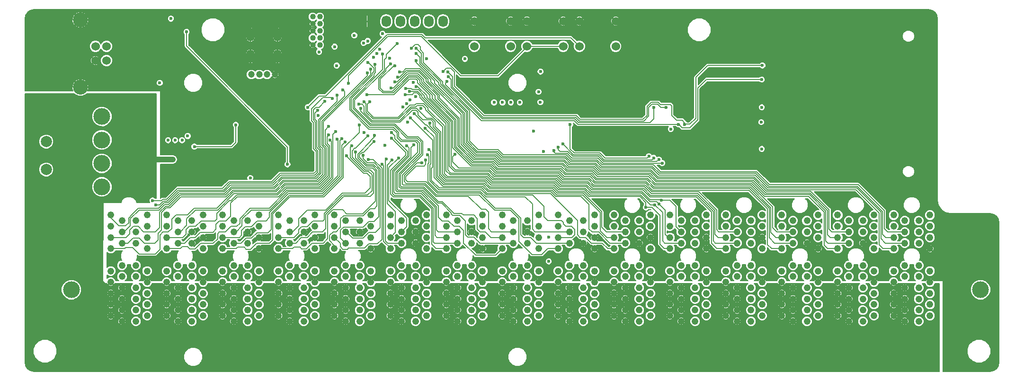
<source format=gbr>
G04 #@! TF.FileFunction,Copper,L3,Inr,Signal*
%FSLAX46Y46*%
G04 Gerber Fmt 4.6, Leading zero omitted, Abs format (unit mm)*
G04 Created by KiCad (PCBNEW 4.0.3+e1-6302~38~ubuntu14.04.1-stable) date Sun Oct  9 16:09:15 2016*
%MOMM*%
%LPD*%
G01*
G04 APERTURE LIST*
%ADD10C,0.100000*%
%ADD11C,1.200000*%
%ADD12O,1.500000X2.400000*%
%ADD13C,1.230000*%
%ADD14C,1.016000*%
%ADD15R,1.727200X2.032000*%
%ADD16O,1.727200X2.032000*%
%ADD17C,3.000000*%
%ADD18C,1.524000*%
%ADD19C,2.000000*%
%ADD20C,2.700020*%
%ADD21C,0.600000*%
%ADD22C,1.000000*%
%ADD23C,0.150000*%
%ADD24C,0.200000*%
G04 APERTURE END LIST*
D10*
D11*
X91900000Y-85500000D03*
X93300000Y-85500000D03*
X94700000Y-85500000D03*
X96100000Y-85500000D03*
D12*
X91730000Y-78390000D03*
X91730000Y-82230000D03*
X96570000Y-78390000D03*
X96570000Y-82230000D03*
D13*
X148750000Y-129650000D03*
X146750000Y-128650000D03*
X148750000Y-127650000D03*
X146750000Y-126650000D03*
X148750000Y-125650000D03*
X146750000Y-124650000D03*
X148750000Y-123650000D03*
X146750000Y-122650000D03*
X148750000Y-121650000D03*
X146750000Y-120650000D03*
X148750000Y-119650000D03*
X146750000Y-116650000D03*
X148750000Y-115650000D03*
X146750000Y-114650000D03*
X148750000Y-113650000D03*
X146750000Y-112650000D03*
X148750000Y-111650000D03*
X146750000Y-110650000D03*
X151250000Y-129650000D03*
X153250000Y-128650000D03*
X151250000Y-127650000D03*
X153250000Y-126650000D03*
X151250000Y-125650000D03*
X153250000Y-124650000D03*
X151250000Y-123650000D03*
X153250000Y-122650000D03*
X151250000Y-121650000D03*
X153250000Y-120650000D03*
X151250000Y-119650000D03*
X153250000Y-116650000D03*
X151250000Y-115650000D03*
X153250000Y-114650000D03*
X151250000Y-113650000D03*
X153250000Y-112650000D03*
X151250000Y-111650000D03*
X153250000Y-110650000D03*
X138750000Y-129650000D03*
X136750000Y-128650000D03*
X138750000Y-127650000D03*
X136750000Y-126650000D03*
X138750000Y-125650000D03*
X136750000Y-124650000D03*
X138750000Y-123650000D03*
X136750000Y-122650000D03*
X138750000Y-121650000D03*
X136750000Y-120650000D03*
X138750000Y-119650000D03*
X136750000Y-116650000D03*
X138750000Y-115650000D03*
X136750000Y-114650000D03*
X138750000Y-113650000D03*
X136750000Y-112650000D03*
X138750000Y-111650000D03*
X136750000Y-110650000D03*
X141250000Y-129650000D03*
X143250000Y-128650000D03*
X141250000Y-127650000D03*
X143250000Y-126650000D03*
X141250000Y-125650000D03*
X143250000Y-124650000D03*
X141250000Y-123650000D03*
X143250000Y-122650000D03*
X141250000Y-121650000D03*
X143250000Y-120650000D03*
X141250000Y-119650000D03*
X143250000Y-116650000D03*
X141250000Y-115650000D03*
X143250000Y-114650000D03*
X141250000Y-113650000D03*
X143250000Y-112650000D03*
X141250000Y-111650000D03*
X143250000Y-110650000D03*
X128750000Y-129650000D03*
X126750000Y-128650000D03*
X128750000Y-127650000D03*
X126750000Y-126650000D03*
X128750000Y-125650000D03*
X126750000Y-124650000D03*
X128750000Y-123650000D03*
X126750000Y-122650000D03*
X128750000Y-121650000D03*
X126750000Y-120650000D03*
X128750000Y-119650000D03*
X126750000Y-116650000D03*
X128750000Y-115650000D03*
X126750000Y-114650000D03*
X128750000Y-113650000D03*
X126750000Y-112650000D03*
X128750000Y-111650000D03*
X126750000Y-110650000D03*
X131250000Y-129650000D03*
X133250000Y-128650000D03*
X131250000Y-127650000D03*
X133250000Y-126650000D03*
X131250000Y-125650000D03*
X133250000Y-124650000D03*
X131250000Y-123650000D03*
X133250000Y-122650000D03*
X131250000Y-121650000D03*
X133250000Y-120650000D03*
X131250000Y-119650000D03*
X133250000Y-116650000D03*
X131250000Y-115650000D03*
X133250000Y-114650000D03*
X131250000Y-113650000D03*
X133250000Y-112650000D03*
X131250000Y-111650000D03*
X133250000Y-110650000D03*
X118750000Y-129650000D03*
X116750000Y-128650000D03*
X118750000Y-127650000D03*
X116750000Y-126650000D03*
X118750000Y-125650000D03*
X116750000Y-124650000D03*
X118750000Y-123650000D03*
X116750000Y-122650000D03*
X118750000Y-121650000D03*
X116750000Y-120650000D03*
X118750000Y-119650000D03*
X116750000Y-116650000D03*
X118750000Y-115650000D03*
X116750000Y-114650000D03*
X118750000Y-113650000D03*
X116750000Y-112650000D03*
X118750000Y-111650000D03*
X116750000Y-110650000D03*
X121250000Y-129650000D03*
X123250000Y-128650000D03*
X121250000Y-127650000D03*
X123250000Y-126650000D03*
X121250000Y-125650000D03*
X123250000Y-124650000D03*
X121250000Y-123650000D03*
X123250000Y-122650000D03*
X121250000Y-121650000D03*
X123250000Y-120650000D03*
X121250000Y-119650000D03*
X123250000Y-116650000D03*
X121250000Y-115650000D03*
X123250000Y-114650000D03*
X121250000Y-113650000D03*
X123250000Y-112650000D03*
X121250000Y-111650000D03*
X123250000Y-110650000D03*
X108750000Y-129650000D03*
X106750000Y-128650000D03*
X108750000Y-127650000D03*
X106750000Y-126650000D03*
X108750000Y-125650000D03*
X106750000Y-124650000D03*
X108750000Y-123650000D03*
X106750000Y-122650000D03*
X108750000Y-121650000D03*
X106750000Y-120650000D03*
X108750000Y-119650000D03*
X106750000Y-116650000D03*
X108750000Y-115650000D03*
X106750000Y-114650000D03*
X108750000Y-113650000D03*
X106750000Y-112650000D03*
X108750000Y-111650000D03*
X106750000Y-110650000D03*
X111250000Y-129650000D03*
X113250000Y-128650000D03*
X111250000Y-127650000D03*
X113250000Y-126650000D03*
X111250000Y-125650000D03*
X113250000Y-124650000D03*
X111250000Y-123650000D03*
X113250000Y-122650000D03*
X111250000Y-121650000D03*
X113250000Y-120650000D03*
X111250000Y-119650000D03*
X113250000Y-116650000D03*
X111250000Y-115650000D03*
X113250000Y-114650000D03*
X111250000Y-113650000D03*
X113250000Y-112650000D03*
X111250000Y-111650000D03*
X113250000Y-110650000D03*
X98750000Y-129650000D03*
X96750000Y-128650000D03*
X98750000Y-127650000D03*
X96750000Y-126650000D03*
X98750000Y-125650000D03*
X96750000Y-124650000D03*
X98750000Y-123650000D03*
X96750000Y-122650000D03*
X98750000Y-121650000D03*
X96750000Y-120650000D03*
X98750000Y-119650000D03*
X96750000Y-116650000D03*
X98750000Y-115650000D03*
X96750000Y-114650000D03*
X98750000Y-113650000D03*
X96750000Y-112650000D03*
X98750000Y-111650000D03*
X96750000Y-110650000D03*
X101250000Y-129650000D03*
X103250000Y-128650000D03*
X101250000Y-127650000D03*
X103250000Y-126650000D03*
X101250000Y-125650000D03*
X103250000Y-124650000D03*
X101250000Y-123650000D03*
X103250000Y-122650000D03*
X101250000Y-121650000D03*
X103250000Y-120650000D03*
X101250000Y-119650000D03*
X103250000Y-116650000D03*
X101250000Y-115650000D03*
X103250000Y-114650000D03*
X101250000Y-113650000D03*
X103250000Y-112650000D03*
X101250000Y-111650000D03*
X103250000Y-110650000D03*
X88750000Y-129650000D03*
X86750000Y-128650000D03*
X88750000Y-127650000D03*
X86750000Y-126650000D03*
X88750000Y-125650000D03*
X86750000Y-124650000D03*
X88750000Y-123650000D03*
X86750000Y-122650000D03*
X88750000Y-121650000D03*
X86750000Y-120650000D03*
X88750000Y-119650000D03*
X86750000Y-116650000D03*
X88750000Y-115650000D03*
X86750000Y-114650000D03*
X88750000Y-113650000D03*
X86750000Y-112650000D03*
X88750000Y-111650000D03*
X86750000Y-110650000D03*
X91250000Y-129650000D03*
X93250000Y-128650000D03*
X91250000Y-127650000D03*
X93250000Y-126650000D03*
X91250000Y-125650000D03*
X93250000Y-124650000D03*
X91250000Y-123650000D03*
X93250000Y-122650000D03*
X91250000Y-121650000D03*
X93250000Y-120650000D03*
X91250000Y-119650000D03*
X93250000Y-116650000D03*
X91250000Y-115650000D03*
X93250000Y-114650000D03*
X91250000Y-113650000D03*
X93250000Y-112650000D03*
X91250000Y-111650000D03*
X93250000Y-110650000D03*
X78750000Y-129650000D03*
X76750000Y-128650000D03*
X78750000Y-127650000D03*
X76750000Y-126650000D03*
X78750000Y-125650000D03*
X76750000Y-124650000D03*
X78750000Y-123650000D03*
X76750000Y-122650000D03*
X78750000Y-121650000D03*
X76750000Y-120650000D03*
X78750000Y-119650000D03*
X76750000Y-116650000D03*
X78750000Y-115650000D03*
X76750000Y-114650000D03*
X78750000Y-113650000D03*
X76750000Y-112650000D03*
X78750000Y-111650000D03*
X76750000Y-110650000D03*
X81250000Y-129650000D03*
X83250000Y-128650000D03*
X81250000Y-127650000D03*
X83250000Y-126650000D03*
X81250000Y-125650000D03*
X83250000Y-124650000D03*
X81250000Y-123650000D03*
X83250000Y-122650000D03*
X81250000Y-121650000D03*
X83250000Y-120650000D03*
X81250000Y-119650000D03*
X83250000Y-116650000D03*
X81250000Y-115650000D03*
X83250000Y-114650000D03*
X81250000Y-113650000D03*
X83250000Y-112650000D03*
X81250000Y-111650000D03*
X83250000Y-110650000D03*
X68750000Y-129650000D03*
X66750000Y-128650000D03*
X68750000Y-127650000D03*
X66750000Y-126650000D03*
X68750000Y-125650000D03*
X66750000Y-124650000D03*
X68750000Y-123650000D03*
X66750000Y-122650000D03*
X68750000Y-121650000D03*
X66750000Y-120650000D03*
X68750000Y-119650000D03*
X66750000Y-116650000D03*
X68750000Y-115650000D03*
X66750000Y-114650000D03*
X68750000Y-113650000D03*
X66750000Y-112650000D03*
X68750000Y-111650000D03*
X66750000Y-110650000D03*
X71250000Y-129650000D03*
X73250000Y-128650000D03*
X71250000Y-127650000D03*
X73250000Y-126650000D03*
X71250000Y-125650000D03*
X73250000Y-124650000D03*
X71250000Y-123650000D03*
X73250000Y-122650000D03*
X71250000Y-121650000D03*
X73250000Y-120650000D03*
X71250000Y-119650000D03*
X73250000Y-116650000D03*
X71250000Y-115650000D03*
X73250000Y-114650000D03*
X71250000Y-113650000D03*
X73250000Y-112650000D03*
X71250000Y-111650000D03*
X73250000Y-110650000D03*
X208750000Y-129650000D03*
X206750000Y-128650000D03*
X208750000Y-127650000D03*
X206750000Y-126650000D03*
X208750000Y-125650000D03*
X206750000Y-124650000D03*
X208750000Y-123650000D03*
X206750000Y-122650000D03*
X208750000Y-121650000D03*
X206750000Y-120650000D03*
X208750000Y-119650000D03*
X206750000Y-116650000D03*
X208750000Y-115650000D03*
X206750000Y-114650000D03*
X208750000Y-113650000D03*
X206750000Y-112650000D03*
X208750000Y-111650000D03*
X206750000Y-110650000D03*
X211250000Y-129650000D03*
X213250000Y-128650000D03*
X211250000Y-127650000D03*
X213250000Y-126650000D03*
X211250000Y-125650000D03*
X213250000Y-124650000D03*
X211250000Y-123650000D03*
X213250000Y-122650000D03*
X211250000Y-121650000D03*
X213250000Y-120650000D03*
X211250000Y-119650000D03*
X213250000Y-116650000D03*
X211250000Y-115650000D03*
X213250000Y-114650000D03*
X211250000Y-113650000D03*
X213250000Y-112650000D03*
X211250000Y-111650000D03*
X213250000Y-110650000D03*
X198750000Y-129650000D03*
X196750000Y-128650000D03*
X198750000Y-127650000D03*
X196750000Y-126650000D03*
X198750000Y-125650000D03*
X196750000Y-124650000D03*
X198750000Y-123650000D03*
X196750000Y-122650000D03*
X198750000Y-121650000D03*
X196750000Y-120650000D03*
X198750000Y-119650000D03*
X196750000Y-116650000D03*
X198750000Y-115650000D03*
X196750000Y-114650000D03*
X198750000Y-113650000D03*
X196750000Y-112650000D03*
X198750000Y-111650000D03*
X196750000Y-110650000D03*
X201250000Y-129650000D03*
X203250000Y-128650000D03*
X201250000Y-127650000D03*
X203250000Y-126650000D03*
X201250000Y-125650000D03*
X203250000Y-124650000D03*
X201250000Y-123650000D03*
X203250000Y-122650000D03*
X201250000Y-121650000D03*
X203250000Y-120650000D03*
X201250000Y-119650000D03*
X203250000Y-116650000D03*
X201250000Y-115650000D03*
X203250000Y-114650000D03*
X201250000Y-113650000D03*
X203250000Y-112650000D03*
X201250000Y-111650000D03*
X203250000Y-110650000D03*
X188750000Y-129650000D03*
X186750000Y-128650000D03*
X188750000Y-127650000D03*
X186750000Y-126650000D03*
X188750000Y-125650000D03*
X186750000Y-124650000D03*
X188750000Y-123650000D03*
X186750000Y-122650000D03*
X188750000Y-121650000D03*
X186750000Y-120650000D03*
X188750000Y-119650000D03*
X186750000Y-116650000D03*
X188750000Y-115650000D03*
X186750000Y-114650000D03*
X188750000Y-113650000D03*
X186750000Y-112650000D03*
X188750000Y-111650000D03*
X186750000Y-110650000D03*
X191250000Y-129650000D03*
X193250000Y-128650000D03*
X191250000Y-127650000D03*
X193250000Y-126650000D03*
X191250000Y-125650000D03*
X193250000Y-124650000D03*
X191250000Y-123650000D03*
X193250000Y-122650000D03*
X191250000Y-121650000D03*
X193250000Y-120650000D03*
X191250000Y-119650000D03*
X193250000Y-116650000D03*
X191250000Y-115650000D03*
X193250000Y-114650000D03*
X191250000Y-113650000D03*
X193250000Y-112650000D03*
X191250000Y-111650000D03*
X193250000Y-110650000D03*
X178750000Y-129650000D03*
X176750000Y-128650000D03*
X178750000Y-127650000D03*
X176750000Y-126650000D03*
X178750000Y-125650000D03*
X176750000Y-124650000D03*
X178750000Y-123650000D03*
X176750000Y-122650000D03*
X178750000Y-121650000D03*
X176750000Y-120650000D03*
X178750000Y-119650000D03*
X176750000Y-116650000D03*
X178750000Y-115650000D03*
X176750000Y-114650000D03*
X178750000Y-113650000D03*
X176750000Y-112650000D03*
X178750000Y-111650000D03*
X176750000Y-110650000D03*
X181250000Y-129650000D03*
X183250000Y-128650000D03*
X181250000Y-127650000D03*
X183250000Y-126650000D03*
X181250000Y-125650000D03*
X183250000Y-124650000D03*
X181250000Y-123650000D03*
X183250000Y-122650000D03*
X181250000Y-121650000D03*
X183250000Y-120650000D03*
X181250000Y-119650000D03*
X183250000Y-116650000D03*
X181250000Y-115650000D03*
X183250000Y-114650000D03*
X181250000Y-113650000D03*
X183250000Y-112650000D03*
X181250000Y-111650000D03*
X183250000Y-110650000D03*
X168750000Y-129650000D03*
X166750000Y-128650000D03*
X168750000Y-127650000D03*
X166750000Y-126650000D03*
X168750000Y-125650000D03*
X166750000Y-124650000D03*
X168750000Y-123650000D03*
X166750000Y-122650000D03*
X168750000Y-121650000D03*
X166750000Y-120650000D03*
X168750000Y-119650000D03*
X166750000Y-116650000D03*
X168750000Y-115650000D03*
X166750000Y-114650000D03*
X168750000Y-113650000D03*
X166750000Y-112650000D03*
X168750000Y-111650000D03*
X166750000Y-110650000D03*
X171250000Y-129650000D03*
X173250000Y-128650000D03*
X171250000Y-127650000D03*
X173250000Y-126650000D03*
X171250000Y-125650000D03*
X173250000Y-124650000D03*
X171250000Y-123650000D03*
X173250000Y-122650000D03*
X171250000Y-121650000D03*
X173250000Y-120650000D03*
X171250000Y-119650000D03*
X173250000Y-116650000D03*
X171250000Y-115650000D03*
X173250000Y-114650000D03*
X171250000Y-113650000D03*
X173250000Y-112650000D03*
X171250000Y-111650000D03*
X173250000Y-110650000D03*
X158750000Y-129650000D03*
X156750000Y-128650000D03*
X158750000Y-127650000D03*
X156750000Y-126650000D03*
X158750000Y-125650000D03*
X156750000Y-124650000D03*
X158750000Y-123650000D03*
X156750000Y-122650000D03*
X158750000Y-121650000D03*
X156750000Y-120650000D03*
X158750000Y-119650000D03*
X156750000Y-116650000D03*
X158750000Y-115650000D03*
X156750000Y-114650000D03*
X158750000Y-113650000D03*
X156750000Y-112650000D03*
X158750000Y-111650000D03*
X156750000Y-110650000D03*
X161250000Y-129650000D03*
X163250000Y-128650000D03*
X161250000Y-127650000D03*
X163250000Y-126650000D03*
X161250000Y-125650000D03*
X163250000Y-124650000D03*
X161250000Y-123650000D03*
X163250000Y-122650000D03*
X161250000Y-121650000D03*
X163250000Y-120650000D03*
X161250000Y-119650000D03*
X163250000Y-116650000D03*
X161250000Y-115650000D03*
X163250000Y-114650000D03*
X161250000Y-113650000D03*
X163250000Y-112650000D03*
X161250000Y-111650000D03*
X163250000Y-110650000D03*
D14*
X102865000Y-75160000D03*
X104135000Y-75160000D03*
X102865000Y-76430000D03*
X104135000Y-76430000D03*
X102865000Y-77700000D03*
X104135000Y-77700000D03*
X102865000Y-78970000D03*
X104135000Y-78970000D03*
X102865000Y-80240000D03*
X104135000Y-80240000D03*
D15*
X113450000Y-76000000D03*
D16*
X115990000Y-76000000D03*
X118530000Y-76000000D03*
X121070000Y-76000000D03*
X123610000Y-76000000D03*
X126150000Y-76000000D03*
D17*
X59700000Y-124000000D03*
X222300000Y-124000000D03*
D18*
X131750000Y-75950000D03*
X138250000Y-75950000D03*
X131750000Y-80450000D03*
X138250000Y-80450000D03*
X150550000Y-75950000D03*
X157050000Y-75950000D03*
X150550000Y-80450000D03*
X157050000Y-80450000D03*
X141150000Y-75950000D03*
X147650000Y-75950000D03*
X141150000Y-80450000D03*
X147650000Y-80450000D03*
D19*
X55200000Y-107500000D03*
X55200000Y-102500000D03*
X55200000Y-97500000D03*
X55200000Y-92500000D03*
D17*
X65150000Y-105600000D03*
X70650000Y-105600000D03*
X65150000Y-101400000D03*
X70650000Y-101400000D03*
X65150000Y-97200000D03*
X70650000Y-97200000D03*
X65150000Y-93000000D03*
X70650000Y-93000000D03*
D18*
X66000000Y-80460000D03*
X66000000Y-83000000D03*
X64001020Y-83000000D03*
X64001020Y-80460000D03*
D20*
X61301000Y-75730520D03*
X61301000Y-87729480D03*
D21*
X183175000Y-91375000D03*
X77500000Y-75500000D03*
X116575000Y-82600000D03*
X107150000Y-83900000D03*
X144100000Y-99275000D03*
X143575000Y-90450000D03*
X143600000Y-84975000D03*
X130075000Y-82700000D03*
X123225000Y-82650000D03*
X110300000Y-78500000D03*
X139900000Y-90500000D03*
X138300000Y-90500000D03*
X136800000Y-90500000D03*
X135300000Y-90500000D03*
X166900000Y-95250000D03*
X103800000Y-92800000D03*
X120875000Y-86925000D03*
X122225000Y-91575000D03*
X115800000Y-98125000D03*
X112025000Y-95875000D03*
X75500000Y-87000000D03*
X142350000Y-95600000D03*
X91700000Y-104000000D03*
X80500000Y-96500000D03*
X79500000Y-97250000D03*
X78250000Y-97250000D03*
X77000000Y-97250000D03*
X77850000Y-100700000D03*
X145075000Y-114600000D03*
X145075000Y-118925000D03*
X143250000Y-88600000D03*
X106375000Y-89775000D03*
X74200000Y-108050000D03*
X74750000Y-108800000D03*
X105050000Y-90300000D03*
X102000000Y-91350000D03*
X103725000Y-91900000D03*
X109250000Y-87075000D03*
X119825000Y-94000000D03*
X98350000Y-101575000D03*
X80300000Y-77850000D03*
X115300000Y-101525000D03*
X116050000Y-100650000D03*
X117075000Y-100800000D03*
X118200000Y-100425000D03*
X116925000Y-96875000D03*
X116925000Y-95900000D03*
X119700000Y-98225000D03*
X120900000Y-98050000D03*
X113875000Y-96375000D03*
X113850000Y-97500000D03*
X112800000Y-100675000D03*
X111900000Y-99975000D03*
X111175000Y-94525000D03*
X108625000Y-97575000D03*
X108025000Y-97000000D03*
X107200000Y-97075000D03*
X110500000Y-99350000D03*
X112750000Y-96500000D03*
X109825000Y-98250000D03*
X108900000Y-100025000D03*
X113200000Y-84575000D03*
X112600000Y-85175000D03*
X108275000Y-88250000D03*
X107175000Y-89175000D03*
X112700000Y-83375000D03*
X113950000Y-83700000D03*
X115375000Y-81825000D03*
X117950000Y-79975000D03*
X122375000Y-101300000D03*
X123050000Y-100800000D03*
X123600000Y-98900000D03*
X123350000Y-99825000D03*
X120350000Y-93250000D03*
X123000000Y-95075000D03*
X121025000Y-92500000D03*
X123800000Y-94200000D03*
X111425000Y-91575000D03*
X162425000Y-109275000D03*
X162975000Y-100150000D03*
X148900000Y-94425000D03*
X163850000Y-100425000D03*
X147575000Y-97925000D03*
X164025000Y-108800000D03*
X111100000Y-90825000D03*
X146750000Y-98525000D03*
X164750000Y-100700000D03*
X164800000Y-108650000D03*
X112025000Y-90400000D03*
X145975000Y-99100000D03*
X165375000Y-101350000D03*
X165225000Y-107975000D03*
X113100000Y-90350000D03*
X107000000Y-95725000D03*
X118975000Y-91325000D03*
X105925000Y-97250000D03*
X119625000Y-90700000D03*
X120250000Y-90075000D03*
X105700000Y-96325000D03*
X105725000Y-94800000D03*
X121300000Y-89425000D03*
X119425000Y-89100000D03*
X120150000Y-88550000D03*
X119475000Y-88000000D03*
X121375000Y-87625000D03*
X128300000Y-99800000D03*
X112525000Y-89125000D03*
X116825000Y-83625000D03*
X117550000Y-83950000D03*
X116900000Y-87900000D03*
X117525000Y-86850000D03*
X118075000Y-85950000D03*
X118425000Y-85000000D03*
X121350000Y-82975000D03*
X121350000Y-81775000D03*
X121375000Y-80800000D03*
X120500000Y-80825000D03*
X81700000Y-98400000D03*
X89100000Y-94500000D03*
X183275000Y-83875000D03*
X126175000Y-84950000D03*
X169400000Y-94425000D03*
X183175000Y-86400000D03*
X126900000Y-86775000D03*
X168275000Y-94425000D03*
X183075000Y-94025000D03*
X127050000Y-85000000D03*
X166100000Y-91425000D03*
X183175000Y-98825000D03*
X127075000Y-85900000D03*
X163900000Y-91400000D03*
X112700000Y-79500000D03*
X111950000Y-79875000D03*
X114800000Y-81000000D03*
X106775000Y-80525000D03*
X104000000Y-81450000D03*
X115350000Y-78225000D03*
X114325000Y-81750000D03*
X113775000Y-82400000D03*
D22*
X71350000Y-100700000D02*
X77850000Y-100700000D01*
X71350000Y-100700000D02*
X70650000Y-101400000D01*
D23*
X74200000Y-108050000D02*
X75828670Y-108050000D01*
X77453672Y-107099998D02*
X78678680Y-105874990D01*
X78678680Y-105874990D02*
X86730882Y-105874990D01*
X86730882Y-105874990D02*
X87930890Y-104674982D01*
X87930890Y-104674982D02*
X95560294Y-104674982D01*
X95560294Y-104674982D02*
X97035304Y-103199972D01*
X97035304Y-103199972D02*
X103102230Y-103199972D01*
X103102230Y-103199972D02*
X103474972Y-102827230D01*
X103474972Y-102827230D02*
X103474972Y-99266898D01*
X103474972Y-99266898D02*
X102999978Y-98791904D01*
X102999978Y-98791904D02*
X102999978Y-94098510D01*
X102999978Y-94098510D02*
X102649996Y-93748528D01*
X102649996Y-93748528D02*
X102649996Y-91650004D01*
X102649996Y-91650004D02*
X104675000Y-89625000D01*
X104675000Y-89625000D02*
X106225000Y-89625000D01*
X106225000Y-89625000D02*
X106375000Y-89775000D01*
X76703680Y-107849990D02*
X77453672Y-107099998D01*
X76028680Y-107849990D02*
X76703680Y-107849990D01*
X75828670Y-108050000D02*
X76028680Y-107849990D01*
X66750000Y-112650000D02*
X66750000Y-112275000D01*
X74750000Y-108800000D02*
X75502936Y-108800000D01*
X104000000Y-91350000D02*
X105050000Y-90300000D01*
X103375000Y-91350000D02*
X104000000Y-91350000D01*
X102949998Y-91775002D02*
X103375000Y-91350000D01*
X102949998Y-93624264D02*
X102949998Y-91775002D01*
X103299980Y-93974246D02*
X102949998Y-93624264D01*
X103299980Y-98667640D02*
X103299980Y-93974246D01*
X103774974Y-99142634D02*
X103299980Y-98667640D01*
X103774974Y-102951494D02*
X103774974Y-99142634D01*
X103226494Y-103499974D02*
X103774974Y-102951494D01*
X97159568Y-103499974D02*
X103226494Y-103499974D01*
X95684558Y-104974984D02*
X97159568Y-103499974D01*
X88055154Y-104974984D02*
X95684558Y-104974984D01*
X86855146Y-106174992D02*
X88055154Y-104974984D01*
X78802944Y-106174992D02*
X86855146Y-106174992D01*
X77577936Y-107400000D02*
X78802944Y-106174992D01*
X76827944Y-108149992D02*
X77577936Y-107400000D01*
X76152944Y-108149992D02*
X76827944Y-108149992D01*
X75502936Y-108800000D02*
X76152944Y-108149992D01*
X149050000Y-78950000D02*
X122973532Y-78950000D01*
X122973532Y-78950000D02*
X122398530Y-78374998D01*
X122398530Y-78374998D02*
X116150736Y-78374998D01*
X116150736Y-78374998D02*
X105200736Y-89324998D01*
X105200736Y-89324998D02*
X104025002Y-89324998D01*
X104025002Y-89324998D02*
X102000000Y-91350000D01*
X150550000Y-80450000D02*
X149050000Y-78950000D01*
X66750000Y-110650000D02*
X66750000Y-111125000D01*
X66750000Y-111125000D02*
X68200000Y-112575000D01*
X69949998Y-111175736D02*
X70587867Y-110537867D01*
X69949998Y-112025002D02*
X69949998Y-111175736D01*
X69400000Y-112575000D02*
X69949998Y-112025002D01*
X68200000Y-112575000D02*
X69400000Y-112575000D01*
X103250000Y-92375000D02*
X103725000Y-91900000D01*
X70587867Y-110537867D02*
X71675736Y-109449998D01*
X71675736Y-109449998D02*
X75277204Y-109449998D01*
X75277204Y-109449998D02*
X76277208Y-108449994D01*
X76277208Y-108449994D02*
X76952208Y-108449994D01*
X76952208Y-108449994D02*
X78927208Y-106474994D01*
X78927208Y-106474994D02*
X86979410Y-106474994D01*
X86979410Y-106474994D02*
X88179418Y-105274986D01*
X88179418Y-105274986D02*
X95808822Y-105274986D01*
X95808822Y-105274986D02*
X97283832Y-103799976D01*
X97283832Y-103799976D02*
X103350758Y-103799976D01*
X103350758Y-103799976D02*
X104074976Y-103075758D01*
X104074976Y-103075758D02*
X104074976Y-99018370D01*
X104074976Y-99018370D02*
X103599982Y-98543376D01*
X103599982Y-98543376D02*
X103599982Y-93849982D01*
X103599982Y-93849982D02*
X103250000Y-93500000D01*
X103250000Y-93500000D02*
X103250000Y-92375000D01*
X70475734Y-110650000D02*
X70587867Y-110537867D01*
X141150000Y-80450000D02*
X141150000Y-80575000D01*
X141150000Y-80575000D02*
X135975000Y-85750000D01*
X109250000Y-85700000D02*
X109250000Y-87075000D01*
X116275000Y-78675000D02*
X109250000Y-85700000D01*
X122274266Y-78675000D02*
X116275000Y-78675000D01*
X129349266Y-85750000D02*
X122274266Y-78675000D01*
X135975000Y-85750000D02*
X129349266Y-85750000D01*
X141150000Y-80450000D02*
X147650000Y-80450000D01*
X98350000Y-101575000D02*
X98350000Y-98475000D01*
X80300000Y-80425000D02*
X80300000Y-77850000D01*
X98350000Y-98475000D02*
X80300000Y-80425000D01*
X116750000Y-116650000D02*
X116750000Y-116574266D01*
X116750000Y-116574266D02*
X115549998Y-115374264D01*
X115549998Y-115374264D02*
X115549998Y-101774998D01*
X115549998Y-101774998D02*
X115300000Y-101525000D01*
X118750000Y-115650000D02*
X116250000Y-115650000D01*
X115850000Y-100850000D02*
X116050000Y-100650000D01*
X115850000Y-115250000D02*
X115850000Y-100850000D01*
X116250000Y-115650000D02*
X115850000Y-115250000D01*
X116750000Y-114650000D02*
X117625000Y-113775000D01*
X116175000Y-101700000D02*
X117075000Y-100800000D01*
X116175000Y-108550000D02*
X116175000Y-101700000D01*
X117625000Y-110000000D02*
X116175000Y-108550000D01*
X117625000Y-113775000D02*
X117625000Y-110000000D01*
X118750000Y-113650000D02*
X119650000Y-112750000D01*
X119650000Y-112750000D02*
X119650000Y-111225000D01*
X119650000Y-111225000D02*
X116475002Y-108050002D01*
X116475002Y-108050002D02*
X116475002Y-102149998D01*
X116475002Y-102149998D02*
X118200000Y-100425000D01*
X126750000Y-116650000D02*
X124900000Y-116650000D01*
X119475000Y-99425000D02*
X116925000Y-96875000D01*
X119475000Y-99925000D02*
X119475000Y-99425000D01*
X116775004Y-102624996D02*
X119475000Y-99925000D01*
X116775004Y-106875004D02*
X116775004Y-102624996D01*
X117300000Y-107400000D02*
X116775004Y-106875004D01*
X122000000Y-107400000D02*
X117300000Y-107400000D01*
X124125000Y-109525000D02*
X122000000Y-107400000D01*
X124125000Y-115875000D02*
X124125000Y-109525000D01*
X124900000Y-116650000D02*
X124125000Y-115875000D01*
X124650000Y-115650000D02*
X124425002Y-115425002D01*
X124425002Y-115425002D02*
X124425002Y-109400736D01*
X124425002Y-109400736D02*
X122124264Y-107099998D01*
X122124264Y-107099998D02*
X117424264Y-107099998D01*
X117424264Y-107099998D02*
X117100000Y-106775734D01*
X117100000Y-106775734D02*
X117100000Y-102724266D01*
X117100000Y-102724266D02*
X119800000Y-100024266D01*
X119800000Y-100024266D02*
X119800000Y-99250000D01*
X119800000Y-99250000D02*
X117525000Y-96975000D01*
X117525000Y-96975000D02*
X117525000Y-96500000D01*
X117525000Y-96500000D02*
X116925000Y-95900000D01*
X124650000Y-115650000D02*
X128750000Y-115650000D01*
X126750000Y-114650000D02*
X125100004Y-114650000D01*
X120100002Y-98625002D02*
X119700000Y-98225000D01*
X120100002Y-100148530D02*
X120100002Y-98625002D01*
X117400002Y-102848530D02*
X120100002Y-100148530D01*
X117400002Y-106550000D02*
X117400002Y-102848530D01*
X117649998Y-106799996D02*
X117400002Y-106550000D01*
X122248528Y-106799996D02*
X117649998Y-106799996D01*
X124725004Y-109276472D02*
X122248528Y-106799996D01*
X124725004Y-114275000D02*
X124725004Y-109276472D01*
X125100004Y-114650000D02*
X124725004Y-114275000D01*
X128750000Y-113650000D02*
X125350006Y-113650000D01*
X120400004Y-98549996D02*
X120900000Y-98050000D01*
X120400004Y-100272794D02*
X120400004Y-98549996D01*
X117700004Y-102972794D02*
X120400004Y-100272794D01*
X117700004Y-106200000D02*
X117700004Y-102972794D01*
X117999998Y-106499994D02*
X117700004Y-106200000D01*
X122374994Y-106499994D02*
X117999998Y-106499994D01*
X125025006Y-109150006D02*
X122374994Y-106499994D01*
X125025006Y-113325000D02*
X125025006Y-109150006D01*
X125350006Y-113650000D02*
X125025006Y-113325000D01*
X106750000Y-116650000D02*
X106750000Y-116075000D01*
X106750000Y-116075000D02*
X105875000Y-115200000D01*
X105875000Y-115200000D02*
X105875000Y-114275000D01*
X105875000Y-114275000D02*
X106525000Y-113625000D01*
X106525000Y-113625000D02*
X107025000Y-113625000D01*
X107025000Y-113625000D02*
X107850000Y-112800000D01*
X107850000Y-112800000D02*
X107850000Y-111275000D01*
X107850000Y-111275000D02*
X108375000Y-110750000D01*
X108375000Y-110750000D02*
X111875000Y-110750000D01*
X111875000Y-110750000D02*
X113150000Y-109475000D01*
X113150000Y-109475000D02*
X113874990Y-109475000D01*
X113874990Y-109475000D02*
X114349990Y-109000000D01*
X114349990Y-109000000D02*
X114349990Y-102622788D01*
X114349990Y-102622788D02*
X113652206Y-101925004D01*
X113652206Y-101925004D02*
X112426472Y-101925004D01*
X112426472Y-101925004D02*
X110924998Y-100423530D01*
X110924998Y-100423530D02*
X110924998Y-99750736D01*
X110924998Y-99750736D02*
X113250000Y-97425734D01*
X113250000Y-97425734D02*
X113250000Y-97300000D01*
X113250000Y-97300000D02*
X113875000Y-96675000D01*
X113875000Y-96675000D02*
X113875000Y-96375000D01*
X108750000Y-115650000D02*
X107850000Y-114750000D01*
X111950000Y-99400000D02*
X113850000Y-97500000D01*
X111700000Y-99400000D02*
X111950000Y-99400000D01*
X111225000Y-99875000D02*
X111700000Y-99400000D01*
X111225000Y-100299266D02*
X111225000Y-99875000D01*
X112550736Y-101625002D02*
X111225000Y-100299266D01*
X113776470Y-101625002D02*
X112550736Y-101625002D01*
X114649992Y-102498524D02*
X113776470Y-101625002D01*
X114649992Y-110925000D02*
X114649992Y-102498524D01*
X113799992Y-111775000D02*
X114649992Y-110925000D01*
X112900000Y-111775000D02*
X113799992Y-111775000D01*
X111900000Y-112775000D02*
X112900000Y-111775000D01*
X108400000Y-112775000D02*
X111900000Y-112775000D01*
X107850000Y-113325000D02*
X108400000Y-112775000D01*
X107850000Y-114750000D02*
X107850000Y-113325000D01*
X109400000Y-116550000D02*
X109250000Y-116550000D01*
X113675000Y-100675000D02*
X112800000Y-100675000D01*
X115249996Y-102249996D02*
X113675000Y-100675000D01*
X115249996Y-114975000D02*
X115249996Y-102249996D01*
X114449996Y-115775000D02*
X115249996Y-114975000D01*
X112900000Y-115775000D02*
X114449996Y-115775000D01*
X112125000Y-116550000D02*
X112900000Y-115775000D01*
X109400000Y-116550000D02*
X112125000Y-116550000D01*
X107775000Y-115675000D02*
X106750000Y-114650000D01*
X107775000Y-116250000D02*
X107775000Y-115675000D01*
X108275000Y-116750000D02*
X107775000Y-116250000D01*
X109050000Y-116750000D02*
X108275000Y-116750000D01*
X109250000Y-116550000D02*
X109050000Y-116750000D01*
X106750000Y-114650000D02*
X106750000Y-114800000D01*
X108750000Y-113650000D02*
X108875000Y-113650000D01*
X108875000Y-113650000D02*
X110000000Y-114775000D01*
X110000000Y-114775000D02*
X111875000Y-114775000D01*
X111875000Y-114775000D02*
X112875000Y-113775000D01*
X112875000Y-113775000D02*
X114099994Y-113775000D01*
X114099994Y-113775000D02*
X114949994Y-112925000D01*
X114949994Y-112925000D02*
X114949994Y-102374260D01*
X114949994Y-102374260D02*
X113900734Y-101325000D01*
X113900734Y-101325000D02*
X112675000Y-101325000D01*
X112675000Y-101325000D02*
X111900000Y-100550000D01*
X111900000Y-100550000D02*
X111900000Y-99975000D01*
X107650000Y-104591926D02*
X108325000Y-103916926D01*
X111175000Y-95850000D02*
X111175000Y-94525000D01*
X108325000Y-98700000D02*
X111175000Y-95850000D01*
X108325000Y-98950000D02*
X108325000Y-98700000D01*
X108325000Y-103916926D02*
X108325000Y-98950000D01*
X104841926Y-107400000D02*
X104575000Y-107400000D01*
X107675000Y-104566926D02*
X107650000Y-104591926D01*
X107650000Y-104591926D02*
X104841926Y-107400000D01*
X86750000Y-116650000D02*
X89200000Y-116650000D01*
X89200000Y-116650000D02*
X89450000Y-116400000D01*
X89450000Y-116400000D02*
X90625000Y-116400000D01*
X90625000Y-116400000D02*
X90975000Y-116750000D01*
X90975000Y-116750000D02*
X91750000Y-116750000D01*
X91750000Y-116750000D02*
X92825000Y-115675000D01*
X92825000Y-115675000D02*
X95150000Y-115675000D01*
X95150000Y-115675000D02*
X95725000Y-115100000D01*
X95725000Y-115100000D02*
X95725000Y-110450000D01*
X95725000Y-110450000D02*
X98775000Y-107400000D01*
X98775000Y-107400000D02*
X104575000Y-107400000D01*
X107374998Y-104442662D02*
X108024998Y-103792662D01*
X90050000Y-115650000D02*
X90925000Y-114775000D01*
X90925000Y-114775000D02*
X91900000Y-114775000D01*
X91900000Y-114775000D02*
X92875000Y-113800000D01*
X92875000Y-113800000D02*
X94874998Y-113800000D01*
X94874998Y-113800000D02*
X95424998Y-113250000D01*
X95424998Y-113250000D02*
X95424998Y-110325736D01*
X95424998Y-110325736D02*
X98650736Y-107099998D01*
X98650736Y-107099998D02*
X104600000Y-107099998D01*
X88750000Y-115650000D02*
X90050000Y-115650000D01*
X107374998Y-104442662D02*
X104717662Y-107099998D01*
X104717662Y-107099998D02*
X104600000Y-107099998D01*
X108024998Y-98175002D02*
X108625000Y-97575000D01*
X108024998Y-103792662D02*
X108024998Y-98175002D01*
X107071697Y-104321697D02*
X107724996Y-103668398D01*
X107724996Y-97300004D02*
X108025000Y-97000000D01*
X107724996Y-103668398D02*
X107724996Y-97300004D01*
X104593398Y-106799996D02*
X104225000Y-106799996D01*
X107074996Y-104318398D02*
X107071697Y-104321697D01*
X107071697Y-104321697D02*
X104593398Y-106799996D01*
X86750000Y-114650000D02*
X89750000Y-114650000D01*
X98526472Y-106799996D02*
X104225000Y-106799996D01*
X95124996Y-110201472D02*
X98526472Y-106799996D01*
X95124996Y-111075000D02*
X95124996Y-110201472D01*
X94474996Y-111725000D02*
X95124996Y-111075000D01*
X92875000Y-111725000D02*
X94474996Y-111725000D01*
X91900000Y-112700000D02*
X92875000Y-111725000D01*
X90825000Y-112700000D02*
X91900000Y-112700000D01*
X90125000Y-113400000D02*
X90825000Y-112700000D01*
X90125000Y-114275000D02*
X90125000Y-113400000D01*
X89750000Y-114650000D02*
X90125000Y-114275000D01*
X106747064Y-104222064D02*
X107424994Y-103544134D01*
X107424994Y-97299994D02*
X107200000Y-97075000D01*
X107424994Y-103544134D02*
X107424994Y-97299994D01*
X104469134Y-106499994D02*
X104225000Y-106499994D01*
X106774994Y-104194134D02*
X106747064Y-104222064D01*
X106747064Y-104222064D02*
X104469134Y-106499994D01*
X88750000Y-113650000D02*
X89150000Y-113650000D01*
X89150000Y-113650000D02*
X90200000Y-112600000D01*
X98402208Y-106499994D02*
X104225000Y-106499994D01*
X95152202Y-109750000D02*
X98402208Y-106499994D01*
X91850000Y-109750000D02*
X95152202Y-109750000D01*
X90200000Y-111400000D02*
X91850000Y-109750000D01*
X90200000Y-112600000D02*
X90200000Y-111400000D01*
X96750000Y-116650000D02*
X97525000Y-116650000D01*
X110500000Y-100422798D02*
X110500000Y-99350000D01*
X112302208Y-102225006D02*
X110500000Y-100422798D01*
X113527942Y-102225006D02*
X112302208Y-102225006D01*
X114049988Y-102747052D02*
X113527942Y-102225006D01*
X114049988Y-108150746D02*
X114049988Y-102747052D01*
X111750736Y-110449998D02*
X114049988Y-108150746D01*
X108950000Y-110449998D02*
X111750736Y-110449998D01*
X108200002Y-109700000D02*
X108950000Y-110449998D01*
X106450000Y-109700000D02*
X108200002Y-109700000D01*
X105525000Y-110625000D02*
X106450000Y-109700000D01*
X105525000Y-114875000D02*
X105525000Y-110625000D01*
X104750000Y-115650000D02*
X105525000Y-114875000D01*
X102750000Y-115650000D02*
X104750000Y-115650000D01*
X101725000Y-116675000D02*
X102750000Y-115650000D01*
X100850000Y-116675000D02*
X101725000Y-116675000D01*
X100575000Y-116400000D02*
X100850000Y-116675000D01*
X99500000Y-116400000D02*
X100575000Y-116400000D01*
X99250000Y-116650000D02*
X99500000Y-116400000D01*
X97525000Y-116650000D02*
X99250000Y-116650000D01*
X96750000Y-116650000D02*
X96750000Y-116349266D01*
X98750000Y-115650000D02*
X99825000Y-115650000D01*
X110550000Y-98700000D02*
X112750000Y-96500000D01*
X110350000Y-98700000D02*
X110550000Y-98700000D01*
X109900000Y-99150000D02*
X110350000Y-98700000D01*
X109900000Y-100247064D02*
X109900000Y-99150000D01*
X112177944Y-102525008D02*
X109900000Y-100247064D01*
X113150000Y-102525008D02*
X112177944Y-102525008D01*
X113749986Y-103124994D02*
X113150000Y-102525008D01*
X113749986Y-106725000D02*
X113749986Y-103124994D01*
X113124986Y-107350000D02*
X113749986Y-106725000D01*
X108375734Y-107350000D02*
X113124986Y-107350000D01*
X105224998Y-110500736D02*
X108375734Y-107350000D01*
X105224998Y-113100000D02*
X105224998Y-110500736D01*
X104624998Y-113700000D02*
X105224998Y-113100000D01*
X102850000Y-113700000D02*
X104624998Y-113700000D01*
X101850000Y-114700000D02*
X102850000Y-113700000D01*
X100775000Y-114700000D02*
X101850000Y-114700000D01*
X99825000Y-115650000D02*
X100775000Y-114700000D01*
X96750000Y-114650000D02*
X99525000Y-114650000D01*
X109599998Y-98475002D02*
X109825000Y-98250000D01*
X109599998Y-100371328D02*
X109599998Y-98475002D01*
X112053680Y-102825010D02*
X109599998Y-100371328D01*
X112825000Y-102825010D02*
X112053680Y-102825010D01*
X113449984Y-103449994D02*
X112825000Y-102825010D01*
X113449984Y-106275000D02*
X113449984Y-103449994D01*
X112674986Y-107049998D02*
X113449984Y-106275000D01*
X108251470Y-107049998D02*
X112674986Y-107049998D01*
X104924996Y-110376472D02*
X108251470Y-107049998D01*
X104924996Y-111450000D02*
X104924996Y-110376472D01*
X104649996Y-111725000D02*
X104924996Y-111450000D01*
X102875000Y-111725000D02*
X104649996Y-111725000D01*
X101850000Y-112750000D02*
X102875000Y-111725000D01*
X100875000Y-112750000D02*
X101850000Y-112750000D01*
X100350000Y-113275000D02*
X100875000Y-112750000D01*
X100350000Y-113825000D02*
X100350000Y-113275000D01*
X99525000Y-114650000D02*
X100350000Y-113825000D01*
X109200000Y-100395596D02*
X108900000Y-100095596D01*
X108900000Y-100095596D02*
X108900000Y-100025000D01*
X98750000Y-113650000D02*
X99275000Y-113650000D01*
X99275000Y-113650000D02*
X100350000Y-112575000D01*
X100350000Y-112575000D02*
X100350000Y-111275000D01*
X100350000Y-111275000D02*
X101900000Y-109725000D01*
X101900000Y-109725000D02*
X105152202Y-109725000D01*
X105152202Y-109725000D02*
X108127206Y-106749996D01*
X108127206Y-106749996D02*
X112224986Y-106749996D01*
X112224986Y-106749996D02*
X113149982Y-105825000D01*
X113149982Y-105825000D02*
X113149982Y-103724994D01*
X113149982Y-103724994D02*
X112550000Y-103125012D01*
X112550000Y-103125012D02*
X111929416Y-103125012D01*
X111929416Y-103125012D02*
X109200000Y-100395596D01*
X109200000Y-100395596D02*
X109175000Y-100370596D01*
X105274984Y-100200000D02*
X105274984Y-103572814D01*
X103847814Y-104999984D02*
X103650000Y-104999984D01*
X105274984Y-103572814D02*
X103847814Y-104999984D01*
X66750000Y-116650000D02*
X69200000Y-116650000D01*
X97780888Y-104999984D02*
X103650000Y-104999984D01*
X96305878Y-106474994D02*
X97780888Y-104999984D01*
X88676474Y-106474994D02*
X96305878Y-106474994D01*
X85726470Y-109424998D02*
X88676474Y-106474994D01*
X81625002Y-109424998D02*
X85726470Y-109424998D01*
X80450000Y-110600000D02*
X81625002Y-109424998D01*
X78400000Y-110600000D02*
X80450000Y-110600000D01*
X77650000Y-111350000D02*
X78400000Y-110600000D01*
X77650000Y-113050000D02*
X77650000Y-111350000D01*
X77025000Y-113675000D02*
X77650000Y-113050000D01*
X76100000Y-113675000D02*
X77025000Y-113675000D01*
X75525000Y-114250000D02*
X76100000Y-113675000D01*
X75525000Y-116750000D02*
X75525000Y-114250000D01*
X74675000Y-117600000D02*
X75525000Y-116750000D01*
X71825000Y-117600000D02*
X74675000Y-117600000D01*
X70650000Y-116425000D02*
X71825000Y-117600000D01*
X69425000Y-116425000D02*
X70650000Y-116425000D01*
X69200000Y-116650000D02*
X69425000Y-116425000D01*
X113200000Y-85550000D02*
X113200000Y-84575000D01*
X104799990Y-93950010D02*
X113200000Y-85550000D01*
X104799990Y-98046320D02*
X104799990Y-93950010D01*
X105274984Y-98521314D02*
X104799990Y-98046320D01*
X105274984Y-100288974D02*
X105274984Y-100200000D01*
X105274984Y-100200000D02*
X105274984Y-98521314D01*
X104974982Y-100375000D02*
X104974982Y-102950000D01*
X103723550Y-104699982D02*
X103300000Y-104699982D01*
X104974982Y-103448550D02*
X103723550Y-104699982D01*
X104974982Y-102950000D02*
X104974982Y-103448550D01*
X68750000Y-115650000D02*
X69825000Y-115650000D01*
X97656624Y-104699982D02*
X103300000Y-104699982D01*
X96181614Y-106174992D02*
X97656624Y-104699982D01*
X88552210Y-106174992D02*
X96181614Y-106174992D01*
X87352202Y-107375000D02*
X88552210Y-106174992D01*
X79300000Y-107375000D02*
X87352202Y-107375000D01*
X77325000Y-109350000D02*
X79300000Y-107375000D01*
X76650000Y-109350000D02*
X77325000Y-109350000D01*
X75775000Y-110225000D02*
X76650000Y-109350000D01*
X75775000Y-113350000D02*
X75775000Y-110225000D01*
X75224998Y-113900002D02*
X75775000Y-113350000D01*
X75224998Y-115100000D02*
X75224998Y-113900002D01*
X74649998Y-115675000D02*
X75224998Y-115100000D01*
X72750000Y-115675000D02*
X74649998Y-115675000D01*
X71825000Y-114750000D02*
X72750000Y-115675000D01*
X70725000Y-114750000D02*
X71825000Y-114750000D01*
X69825000Y-115650000D02*
X70725000Y-114750000D01*
X112600000Y-85725734D02*
X112600000Y-85175000D01*
X104499988Y-93825746D02*
X112600000Y-85725734D01*
X104499988Y-98170584D02*
X104499988Y-93825746D01*
X104974982Y-98645578D02*
X104499988Y-98170584D01*
X104974982Y-100413238D02*
X104974982Y-100375000D01*
X104974982Y-100375000D02*
X104974982Y-98645578D01*
X104674980Y-100475000D02*
X104674980Y-103324286D01*
X103599286Y-104399980D02*
X103325000Y-104399980D01*
X104674980Y-103324286D02*
X103599286Y-104399980D01*
X66750000Y-114650000D02*
X69475000Y-114650000D01*
X69475000Y-114650000D02*
X70125000Y-114000000D01*
X70125000Y-114000000D02*
X70125000Y-113325000D01*
X70125000Y-113325000D02*
X70775000Y-112675000D01*
X70775000Y-112675000D02*
X71625000Y-112675000D01*
X71625000Y-112675000D02*
X72600000Y-113650000D01*
X72600000Y-113650000D02*
X74699998Y-113650000D01*
X74699998Y-113650000D02*
X75474998Y-112875000D01*
X75474998Y-112875000D02*
X75474998Y-110100736D01*
X75474998Y-110100736D02*
X76525736Y-109049998D01*
X76525736Y-109049998D02*
X77200736Y-109049998D01*
X77200736Y-109049998D02*
X79175736Y-107074998D01*
X79175736Y-107074998D02*
X87227938Y-107074998D01*
X87227938Y-107074998D02*
X88427946Y-105874990D01*
X88427946Y-105874990D02*
X96057350Y-105874990D01*
X96057350Y-105874990D02*
X97532360Y-104399980D01*
X97532360Y-104399980D02*
X103325000Y-104399980D01*
X108550000Y-88525000D02*
X108275000Y-88250000D01*
X108550000Y-89351468D02*
X108550000Y-88525000D01*
X104199986Y-93701482D02*
X108550000Y-89351468D01*
X104199986Y-98294848D02*
X104199986Y-93701482D01*
X104674980Y-98769842D02*
X104199986Y-98294848D01*
X104674980Y-100475000D02*
X104674980Y-98769842D01*
X68750000Y-113650000D02*
X69125000Y-113650000D01*
X69125000Y-113650000D02*
X70250000Y-112525000D01*
X70250000Y-112525000D02*
X70250000Y-111300000D01*
X70250000Y-111300000D02*
X71800000Y-109750000D01*
X71800000Y-109750000D02*
X75401468Y-109750000D01*
X75401468Y-109750000D02*
X76401472Y-108749996D01*
X76401472Y-108749996D02*
X77076472Y-108749996D01*
X77076472Y-108749996D02*
X79051472Y-106774996D01*
X79051472Y-106774996D02*
X87103674Y-106774996D01*
X87103674Y-106774996D02*
X88303682Y-105574988D01*
X88303682Y-105574988D02*
X95933086Y-105574988D01*
X95933086Y-105574988D02*
X97408096Y-104099978D01*
X97408096Y-104099978D02*
X103475022Y-104099978D01*
X103475022Y-104099978D02*
X104374978Y-103200022D01*
X104374978Y-103200022D02*
X104374978Y-98894106D01*
X104374978Y-98894106D02*
X103899984Y-98419112D01*
X103899984Y-98419112D02*
X103899984Y-93577218D01*
X103899984Y-93577218D02*
X107175000Y-90302202D01*
X107175000Y-90302202D02*
X107175000Y-89175000D01*
X118000006Y-105550000D02*
X118000006Y-106075736D01*
X118124262Y-106199992D02*
X118650000Y-106199992D01*
X118000006Y-106075736D02*
X118124262Y-106199992D01*
X136750000Y-116650000D02*
X135575000Y-117825000D01*
X122499258Y-106199992D02*
X118650000Y-106199992D01*
X125325008Y-109025742D02*
X122499258Y-106199992D01*
X125325008Y-111025000D02*
X125325008Y-109025742D01*
X125975008Y-111675000D02*
X125325008Y-111025000D01*
X127125000Y-111675000D02*
X125975008Y-111675000D01*
X128100000Y-112650000D02*
X127125000Y-111675000D01*
X129100000Y-112650000D02*
X128100000Y-112650000D01*
X129825000Y-113375000D02*
X129100000Y-112650000D01*
X129825000Y-115650000D02*
X129825000Y-113375000D01*
X132000000Y-117825000D02*
X129825000Y-115650000D01*
X135575000Y-117825000D02*
X132000000Y-117825000D01*
X112775000Y-83375000D02*
X112700000Y-83375000D01*
X113800000Y-84400000D02*
X112775000Y-83375000D01*
X113800000Y-84975000D02*
X113800000Y-84400000D01*
X113500002Y-85274998D02*
X113800000Y-84975000D01*
X113500002Y-85674264D02*
X113500002Y-85274998D01*
X109475000Y-89699266D02*
X113500002Y-85674264D01*
X109475000Y-91850000D02*
X109475000Y-89699266D01*
X112875000Y-95250000D02*
X109475000Y-91850000D01*
X117200000Y-95250000D02*
X112875000Y-95250000D01*
X117950000Y-96000000D02*
X117200000Y-95250000D01*
X117950000Y-96800000D02*
X117950000Y-96000000D01*
X118650000Y-97500000D02*
X117950000Y-96800000D01*
X121300000Y-97500000D02*
X118650000Y-97500000D01*
X121650000Y-97850000D02*
X121300000Y-97500000D01*
X121650000Y-99447064D02*
X121650000Y-97850000D01*
X118000006Y-103097058D02*
X121650000Y-99447064D01*
X118000006Y-105675000D02*
X118000006Y-105550000D01*
X118000006Y-105550000D02*
X118000006Y-103097058D01*
X118650000Y-106199992D02*
X118524998Y-106199992D01*
X118300008Y-104875000D02*
X118300008Y-105575000D01*
X118624998Y-105899990D02*
X119300000Y-105899990D01*
X118300008Y-105575000D02*
X118624998Y-105899990D01*
X131725000Y-114625000D02*
X132750000Y-115650000D01*
X131725000Y-114625000D02*
X130625000Y-114625000D01*
X130625000Y-114625000D02*
X130125002Y-114125002D01*
X130125002Y-114125002D02*
X130125002Y-111700002D01*
X130125002Y-111700002D02*
X129150000Y-110725000D01*
X129150000Y-110725000D02*
X127900000Y-110725000D01*
X127900000Y-110725000D02*
X127650000Y-110475000D01*
X127650000Y-110475000D02*
X127650000Y-110275000D01*
X127650000Y-110275000D02*
X125900000Y-108525000D01*
X125900000Y-108525000D02*
X125248532Y-108525000D01*
X125248532Y-108525000D02*
X122623522Y-105899990D01*
X122623522Y-105899990D02*
X119300000Y-105899990D01*
X132750000Y-115650000D02*
X138750000Y-115650000D01*
X119300000Y-105899990D02*
X119199998Y-105899990D01*
X118300008Y-105000000D02*
X118300008Y-104875000D01*
X118300008Y-104875000D02*
X118300008Y-103221322D01*
X118300008Y-103221322D02*
X121950002Y-99571328D01*
X121950002Y-99571328D02*
X121950002Y-97725736D01*
X121950002Y-97725736D02*
X121424264Y-97199998D01*
X121424264Y-97199998D02*
X118774264Y-97199998D01*
X118774264Y-97199998D02*
X118250002Y-96675736D01*
X118250002Y-96675736D02*
X118250002Y-95875736D01*
X118250002Y-95875736D02*
X117324264Y-94949998D01*
X117324264Y-94949998D02*
X112999264Y-94949998D01*
X112999264Y-94949998D02*
X109775002Y-91725736D01*
X109775002Y-91725736D02*
X109775002Y-89823530D01*
X109775002Y-89823530D02*
X113800004Y-85798528D01*
X113800004Y-85798528D02*
X113800004Y-85399262D01*
X113800004Y-85399262D02*
X114100002Y-85099264D01*
X114100002Y-85099264D02*
X114100002Y-84275736D01*
X114100002Y-84275736D02*
X113950000Y-84125734D01*
X113950000Y-84125734D02*
X113950000Y-83700000D01*
X118600010Y-104700000D02*
X118600010Y-105450736D01*
X118749262Y-105599988D02*
X119425000Y-105599988D01*
X118600010Y-105450736D02*
X118749262Y-105599988D01*
X136750000Y-114650000D02*
X134725000Y-114650000D01*
X134725000Y-114650000D02*
X133750000Y-113675000D01*
X133750000Y-113675000D02*
X132775000Y-113675000D01*
X132775000Y-113675000D02*
X132250000Y-113150000D01*
X132250000Y-113150000D02*
X132250000Y-111250000D01*
X132250000Y-111250000D02*
X131650000Y-110650000D01*
X131650000Y-110650000D02*
X129800000Y-110650000D01*
X129800000Y-110650000D02*
X129475000Y-110325000D01*
X129475000Y-110325000D02*
X128124266Y-110325000D01*
X128124266Y-110325000D02*
X126024264Y-108224998D01*
X126024264Y-108224998D02*
X125372796Y-108224998D01*
X125372796Y-108224998D02*
X122747786Y-105599988D01*
X122747786Y-105599988D02*
X119425000Y-105599988D01*
X115375000Y-84647798D02*
X115375000Y-81825000D01*
X110075004Y-89947794D02*
X115375000Y-84647798D01*
X110075004Y-91601472D02*
X110075004Y-89947794D01*
X113123528Y-94649996D02*
X110075004Y-91601472D01*
X117448528Y-94649996D02*
X113123528Y-94649996D01*
X119698528Y-96899996D02*
X117448528Y-94649996D01*
X121548528Y-96899996D02*
X119698528Y-96899996D01*
X122250004Y-97601472D02*
X121548528Y-96899996D01*
X122250004Y-99695592D02*
X122250004Y-97601472D01*
X118600010Y-103345586D02*
X122250004Y-99695592D01*
X118600010Y-104700000D02*
X118600010Y-103345586D01*
X118900012Y-104625000D02*
X118900012Y-105125000D01*
X119074998Y-105299986D02*
X119500000Y-105299986D01*
X118900012Y-105125000D02*
X119074998Y-105299986D01*
X138750000Y-113650000D02*
X134825000Y-113650000D01*
X134825000Y-113650000D02*
X134275000Y-113100000D01*
X134275000Y-113100000D02*
X134275000Y-110125000D01*
X134275000Y-110125000D02*
X133775000Y-109625000D01*
X133775000Y-109625000D02*
X133000000Y-109625000D01*
X133000000Y-109625000D02*
X130700000Y-107325000D01*
X130700000Y-107325000D02*
X124897064Y-107325000D01*
X124897064Y-107325000D02*
X122872050Y-105299986D01*
X122872050Y-105299986D02*
X119448526Y-105299986D01*
X116000000Y-81925000D02*
X117950000Y-79975000D01*
X116000000Y-82500000D02*
X116000000Y-81925000D01*
X115675002Y-82824998D02*
X116000000Y-82500000D01*
X115675002Y-84772062D02*
X115675002Y-82824998D01*
X110375006Y-90072058D02*
X115675002Y-84772062D01*
X110375006Y-91477208D02*
X110375006Y-90072058D01*
X113247792Y-94349994D02*
X110375006Y-91477208D01*
X117572792Y-94349994D02*
X113247792Y-94349994D01*
X119822792Y-96599994D02*
X117572792Y-94349994D01*
X121672792Y-96599994D02*
X119822792Y-96599994D01*
X122550006Y-97477208D02*
X121672792Y-96599994D01*
X122550006Y-99819856D02*
X122550006Y-97477208D01*
X118900012Y-103469850D02*
X122550006Y-99819856D01*
X118900012Y-104625000D02*
X118900012Y-103469850D01*
X146750000Y-116650000D02*
X144875000Y-116650000D01*
X121494128Y-101300000D02*
X122375000Y-101300000D01*
X119200014Y-103594114D02*
X121494128Y-101300000D01*
X119200014Y-104600000D02*
X119200014Y-103594114D01*
X119599998Y-104999984D02*
X119200014Y-104600000D01*
X122996314Y-104999984D02*
X119599998Y-104999984D01*
X125021328Y-107024998D02*
X122996314Y-104999984D01*
X132649998Y-107024998D02*
X125021328Y-107024998D01*
X135375000Y-109750000D02*
X132649998Y-107024998D01*
X138175000Y-109750000D02*
X135375000Y-109750000D01*
X139750000Y-111325000D02*
X138175000Y-109750000D01*
X139750000Y-115375000D02*
X139750000Y-111325000D01*
X142075000Y-117700000D02*
X139750000Y-115375000D01*
X143825000Y-117700000D02*
X142075000Y-117700000D01*
X144875000Y-116650000D02*
X143825000Y-117700000D01*
X148750000Y-115650000D02*
X142825000Y-115650000D01*
X123050000Y-101575000D02*
X123050000Y-100800000D01*
X122775000Y-101850000D02*
X123050000Y-101575000D01*
X121368394Y-101850000D02*
X122775000Y-101850000D01*
X119500016Y-103718378D02*
X121368394Y-101850000D01*
X119500016Y-104375000D02*
X119500016Y-103718378D01*
X119824998Y-104699982D02*
X119500016Y-104375000D01*
X123120578Y-104699982D02*
X119824998Y-104699982D01*
X125145592Y-106724996D02*
X123120578Y-104699982D01*
X132774262Y-106724996D02*
X125145592Y-106724996D01*
X135499264Y-109449998D02*
X132774262Y-106724996D01*
X138299264Y-109449998D02*
X135499264Y-109449998D01*
X140050002Y-111200736D02*
X138299264Y-109449998D01*
X140050002Y-114175002D02*
X140050002Y-111200736D01*
X140550000Y-114675000D02*
X140050002Y-114175002D01*
X141850000Y-114675000D02*
X140550000Y-114675000D01*
X142825000Y-115650000D02*
X141850000Y-114675000D01*
X140949264Y-107074998D02*
X142199998Y-107074998D01*
X149225000Y-114650000D02*
X149725000Y-114150000D01*
X149725000Y-114150000D02*
X149725000Y-113275000D01*
X149725000Y-113275000D02*
X149125000Y-112675000D01*
X149125000Y-112675000D02*
X148150000Y-112675000D01*
X148150000Y-112675000D02*
X147700000Y-112225000D01*
X147700000Y-112225000D02*
X147700000Y-111975000D01*
X147700000Y-111975000D02*
X147350000Y-111625000D01*
X147350000Y-111625000D02*
X144875000Y-111625000D01*
X144875000Y-111625000D02*
X144200000Y-110950000D01*
X144200000Y-110950000D02*
X144200000Y-109900000D01*
X140949264Y-107074998D02*
X133972796Y-107074998D01*
X133972796Y-107074998D02*
X133022790Y-106124992D01*
X133022790Y-106124992D02*
X125394120Y-106124992D01*
X125394120Y-106124992D02*
X123800002Y-104530874D01*
X123800002Y-104530874D02*
X123800002Y-101649998D01*
X123800002Y-101649998D02*
X124000000Y-101450000D01*
X124000000Y-101450000D02*
X124000000Y-99300000D01*
X124000000Y-99300000D02*
X123600000Y-98900000D01*
X149225000Y-114650000D02*
X146750000Y-114650000D01*
X144200000Y-109075000D02*
X144200000Y-109900000D01*
X142199998Y-107074998D02*
X144200000Y-109075000D01*
X148750000Y-113650000D02*
X142625000Y-113650000D01*
X123650000Y-100125000D02*
X123350000Y-99825000D01*
X123650000Y-101325000D02*
X123650000Y-100125000D01*
X123500000Y-101475000D02*
X123650000Y-101325000D01*
X123500000Y-104655138D02*
X123500000Y-101475000D01*
X125269856Y-106424994D02*
X123500000Y-104655138D01*
X132898526Y-106424994D02*
X125269856Y-106424994D01*
X133848532Y-107375000D02*
X132898526Y-106424994D01*
X140825000Y-107375000D02*
X133848532Y-107375000D01*
X142150000Y-108700000D02*
X140825000Y-107375000D01*
X142150000Y-113175000D02*
X142150000Y-108700000D01*
X142625000Y-113650000D02*
X142150000Y-113175000D01*
X156750000Y-116650000D02*
X155625000Y-116650000D01*
X124300002Y-97200002D02*
X120350000Y-93250000D01*
X124300002Y-102099998D02*
X124300002Y-97200002D01*
X124100004Y-102299996D02*
X124300002Y-102099998D01*
X124100004Y-104406610D02*
X124100004Y-102299996D01*
X125518384Y-105824990D02*
X124100004Y-104406610D01*
X133147054Y-105824990D02*
X125518384Y-105824990D01*
X134097060Y-106774996D02*
X133147054Y-105824990D01*
X145374996Y-106774996D02*
X134097060Y-106774996D01*
X150225000Y-111625000D02*
X145374996Y-106774996D01*
X150225000Y-114200000D02*
X150225000Y-111625000D01*
X150675000Y-114650000D02*
X150225000Y-114200000D01*
X151700000Y-114650000D02*
X150675000Y-114650000D01*
X152700000Y-115650000D02*
X151700000Y-114650000D01*
X154625000Y-115650000D02*
X152700000Y-115650000D01*
X155625000Y-116650000D02*
X154625000Y-115650000D01*
X158750000Y-115650000D02*
X156025000Y-115650000D01*
X124600004Y-96675004D02*
X123000000Y-95075000D01*
X124600004Y-103950004D02*
X124600004Y-96675004D01*
X126174988Y-105524988D02*
X124600004Y-103950004D01*
X133271318Y-105524988D02*
X126174988Y-105524988D01*
X134221324Y-106474994D02*
X133271318Y-105524988D01*
X145499260Y-106474994D02*
X134221324Y-106474994D01*
X146374266Y-107350000D02*
X145499260Y-106474994D01*
X150850000Y-107350000D02*
X146374266Y-107350000D01*
X152250000Y-108750000D02*
X150850000Y-107350000D01*
X152250000Y-113125000D02*
X152250000Y-108750000D01*
X152825000Y-113700000D02*
X152250000Y-113125000D01*
X154075000Y-113700000D02*
X152825000Y-113700000D01*
X156025000Y-115650000D02*
X154075000Y-113700000D01*
X156750000Y-114650000D02*
X155449266Y-114650000D01*
X123075000Y-94550000D02*
X121025000Y-92500000D01*
X123250000Y-94550000D02*
X123075000Y-94550000D01*
X124900006Y-96200006D02*
X123250000Y-94550000D01*
X124900006Y-103825740D02*
X124900006Y-96200006D01*
X126299252Y-105224986D02*
X124900006Y-103825740D01*
X133395582Y-105224986D02*
X126299252Y-105224986D01*
X134345588Y-106174992D02*
X133395582Y-105224986D01*
X145623524Y-106174992D02*
X134345588Y-106174992D01*
X146498530Y-107049998D02*
X145623524Y-106174992D01*
X151124998Y-107049998D02*
X146498530Y-107049998D01*
X154250000Y-110175000D02*
X151124998Y-107049998D01*
X154250000Y-113450734D02*
X154250000Y-110175000D01*
X155449266Y-114650000D02*
X154250000Y-113450734D01*
X158750000Y-113650000D02*
X155925000Y-113650000D01*
X123800000Y-94675734D02*
X123800000Y-94200000D01*
X125200008Y-96075742D02*
X123800000Y-94675734D01*
X125200008Y-103701476D02*
X125200008Y-96075742D01*
X126423516Y-104924984D02*
X125200008Y-103701476D01*
X133519846Y-104924984D02*
X126423516Y-104924984D01*
X134469852Y-105874990D02*
X133519846Y-104924984D01*
X145747788Y-105874990D02*
X134469852Y-105874990D01*
X146622794Y-106749996D02*
X145747788Y-105874990D01*
X151249262Y-106749996D02*
X146622794Y-106749996D01*
X154550002Y-110050736D02*
X151249262Y-106749996D01*
X154550002Y-112825002D02*
X154550002Y-110050736D01*
X155375000Y-113650000D02*
X154550002Y-112825002D01*
X155925000Y-113650000D02*
X155375000Y-113650000D01*
X166750000Y-116650000D02*
X165750000Y-116650000D01*
X163500000Y-109275000D02*
X162425000Y-109275000D01*
X164950000Y-110725000D02*
X163500000Y-109275000D01*
X164950000Y-115850000D02*
X164950000Y-110725000D01*
X165750000Y-116650000D02*
X164950000Y-115850000D01*
X161400000Y-107350000D02*
X162425000Y-108375000D01*
X111425000Y-92102936D02*
X111425000Y-91575000D01*
X113372056Y-94049992D02*
X111425000Y-92102936D01*
X118475008Y-94049992D02*
X113372056Y-94049992D01*
X120650000Y-91875000D02*
X118475008Y-94049992D01*
X121350000Y-91875000D02*
X120650000Y-91875000D01*
X121675000Y-92200000D02*
X121350000Y-91875000D01*
X121675000Y-92725734D02*
X121675000Y-92200000D01*
X122574266Y-93625000D02*
X121675000Y-92725734D01*
X124025000Y-93625000D02*
X122574266Y-93625000D01*
X124425000Y-94025000D02*
X124025000Y-93625000D01*
X124425000Y-94876468D02*
X124425000Y-94025000D01*
X125500010Y-95951478D02*
X124425000Y-94876468D01*
X125500010Y-103577212D02*
X125500010Y-95951478D01*
X126547780Y-104624982D02*
X125500010Y-103577212D01*
X133644110Y-104624982D02*
X126547780Y-104624982D01*
X134594116Y-105574988D02*
X133644110Y-104624982D01*
X145872052Y-105574988D02*
X134594116Y-105574988D01*
X146747058Y-106449994D02*
X145872052Y-105574988D01*
X151373526Y-106449994D02*
X146747058Y-106449994D01*
X152273532Y-107350000D02*
X151373526Y-106449994D01*
X161400000Y-107350000D02*
X152273532Y-107350000D01*
X148900000Y-98844818D02*
X149605130Y-99549948D01*
X149605130Y-99549948D02*
X154231598Y-99549948D01*
X154231598Y-99549948D02*
X155131604Y-100449954D01*
X155131604Y-100449954D02*
X162675046Y-100449954D01*
X162675046Y-100449954D02*
X162975000Y-100150000D01*
X148900000Y-94425000D02*
X148900000Y-98844818D01*
X162425000Y-108375000D02*
X162425000Y-109275000D01*
X168750000Y-115650000D02*
X165800000Y-115650000D01*
X165450000Y-110225000D02*
X164025000Y-108800000D01*
X165450000Y-115300000D02*
X165450000Y-110225000D01*
X165800000Y-115650000D02*
X165450000Y-115300000D01*
X163274633Y-108800367D02*
X164024633Y-108800367D01*
X147575000Y-97944084D02*
X149480866Y-99849950D01*
X149480866Y-99849950D02*
X154107334Y-99849950D01*
X154107334Y-99849950D02*
X155007340Y-100749956D01*
X155007340Y-100749956D02*
X163525044Y-100749956D01*
X163525044Y-100749956D02*
X163850000Y-100425000D01*
X147575000Y-97925000D02*
X147575000Y-97944084D01*
X164024633Y-108800367D02*
X164025000Y-108800000D01*
X111675000Y-90825000D02*
X111100000Y-90825000D01*
X112075000Y-91225000D02*
X111675000Y-90825000D01*
X112075000Y-92328670D02*
X112075000Y-91225000D01*
X113496320Y-93749990D02*
X112075000Y-92328670D01*
X118350744Y-93749990D02*
X113496320Y-93749990D01*
X120525736Y-91574998D02*
X118350744Y-93749990D01*
X121474998Y-91574998D02*
X120525736Y-91574998D01*
X123224998Y-93324998D02*
X121474998Y-91574998D01*
X124149264Y-93324998D02*
X123224998Y-93324998D01*
X124725002Y-93900736D02*
X124149264Y-93324998D01*
X124725002Y-94752204D02*
X124725002Y-93900736D01*
X125800012Y-95827214D02*
X124725002Y-94752204D01*
X125800012Y-103452948D02*
X125800012Y-95827214D01*
X126672044Y-104324980D02*
X125800012Y-103452948D01*
X133768374Y-104324980D02*
X126672044Y-104324980D01*
X134718380Y-105274986D02*
X133768374Y-104324980D01*
X145996316Y-105274986D02*
X134718380Y-105274986D01*
X146871322Y-106149992D02*
X145996316Y-105274986D01*
X151497790Y-106149992D02*
X146871322Y-106149992D01*
X152397796Y-107049998D02*
X151497790Y-106149992D01*
X161524264Y-107049998D02*
X152397796Y-107049998D01*
X163274633Y-108800367D02*
X161524264Y-107049998D01*
X166750000Y-114650000D02*
X166450000Y-114650000D01*
X166450000Y-114650000D02*
X165875000Y-114075000D01*
X165875000Y-114075000D02*
X165875000Y-109725000D01*
X165875000Y-109725000D02*
X164800000Y-108650000D01*
X163150000Y-108251468D02*
X164401468Y-108251468D01*
X146750000Y-98525000D02*
X146750000Y-98949946D01*
X164400042Y-101049958D02*
X164750000Y-100700000D01*
X154883076Y-101049958D02*
X164400042Y-101049958D01*
X153983070Y-100149952D02*
X154883076Y-101049958D01*
X149356602Y-100149952D02*
X153983070Y-100149952D01*
X148481596Y-99274946D02*
X149356602Y-100149952D01*
X147075000Y-99274946D02*
X148481596Y-99274946D01*
X146750000Y-98949946D02*
X147075000Y-99274946D01*
X164401468Y-108251468D02*
X164800000Y-108650000D01*
X112375002Y-90750002D02*
X112025000Y-90400000D01*
X112375002Y-92204406D02*
X112375002Y-90750002D01*
X113620584Y-93449988D02*
X112375002Y-92204406D01*
X118226480Y-93449988D02*
X113620584Y-93449988D01*
X120401472Y-91274996D02*
X118226480Y-93449988D01*
X121250000Y-91274996D02*
X120401472Y-91274996D01*
X121499996Y-91025000D02*
X121250000Y-91274996D01*
X122575000Y-91025000D02*
X121499996Y-91025000D01*
X123075000Y-91525000D02*
X122575000Y-91025000D01*
X123075000Y-91826468D02*
X123075000Y-91525000D01*
X126100014Y-94851482D02*
X123075000Y-91826468D01*
X126100014Y-103328684D02*
X126100014Y-94851482D01*
X126796308Y-104024978D02*
X126100014Y-103328684D01*
X133892638Y-104024978D02*
X126796308Y-104024978D01*
X134842644Y-104974984D02*
X133892638Y-104024978D01*
X146120580Y-104974984D02*
X134842644Y-104974984D01*
X146995586Y-105849990D02*
X146120580Y-104974984D01*
X151622054Y-105849990D02*
X146995586Y-105849990D01*
X152522060Y-106749996D02*
X151622054Y-105849990D01*
X161648528Y-106749996D02*
X152522060Y-106749996D01*
X163150000Y-108251468D02*
X161648528Y-106749996D01*
X168750000Y-113650000D02*
X167825000Y-112725000D01*
X166725000Y-107975000D02*
X165225000Y-107975000D01*
X167825000Y-109075000D02*
X166725000Y-107975000D01*
X167825000Y-112725000D02*
X167825000Y-109075000D01*
X163186399Y-107863601D02*
X165113601Y-107863601D01*
X145975000Y-99100000D02*
X145975000Y-99324948D01*
X165374960Y-101349960D02*
X165375000Y-101350000D01*
X154758812Y-101349960D02*
X165374960Y-101349960D01*
X153858806Y-100449954D02*
X154758812Y-101349960D01*
X149232338Y-100449954D02*
X153858806Y-100449954D01*
X148357332Y-99574948D02*
X149232338Y-100449954D01*
X146225000Y-99574948D02*
X148357332Y-99574948D01*
X145975000Y-99324948D02*
X146225000Y-99574948D01*
X165113601Y-107863601D02*
X165225000Y-107975000D01*
X163186399Y-107863601D02*
X161772792Y-106449994D01*
X161772792Y-106449994D02*
X152646324Y-106449994D01*
X152646324Y-106449994D02*
X151746318Y-105549988D01*
X151746318Y-105549988D02*
X147119850Y-105549988D01*
X147119850Y-105549988D02*
X146244844Y-104674982D01*
X146244844Y-104674982D02*
X134966908Y-104674982D01*
X134966908Y-104674982D02*
X134016902Y-103724976D01*
X134016902Y-103724976D02*
X126920572Y-103724976D01*
X126920572Y-103724976D02*
X126400016Y-103204420D01*
X126400016Y-103204420D02*
X126400016Y-94727218D01*
X126400016Y-94727218D02*
X123450000Y-91777202D01*
X123450000Y-91777202D02*
X123450000Y-91475734D01*
X123450000Y-91475734D02*
X122699264Y-90724998D01*
X122699264Y-90724998D02*
X121375732Y-90724998D01*
X121375732Y-90724998D02*
X121125736Y-90974994D01*
X121125736Y-90974994D02*
X120277208Y-90974994D01*
X120277208Y-90974994D02*
X118102216Y-93149986D01*
X118102216Y-93149986D02*
X113744848Y-93149986D01*
X113744848Y-93149986D02*
X112675004Y-92080142D01*
X112675004Y-92080142D02*
X112675004Y-90774996D01*
X112675004Y-90774996D02*
X113100000Y-90350000D01*
X106474992Y-96250008D02*
X107000000Y-95725000D01*
X106474992Y-99675000D02*
X106474992Y-104069870D01*
X104344870Y-106199992D02*
X104075000Y-106199992D01*
X106474992Y-104069870D02*
X104344870Y-106199992D01*
X79150000Y-116650000D02*
X79500000Y-116300000D01*
X76750000Y-116650000D02*
X79150000Y-116650000D01*
X98277944Y-106199992D02*
X104075000Y-106199992D01*
X95077936Y-109400000D02*
X98277944Y-106199992D01*
X91675000Y-109400000D02*
X95077936Y-109400000D01*
X89825000Y-111250000D02*
X91675000Y-109400000D01*
X89825000Y-112125000D02*
X89825000Y-111250000D01*
X89275000Y-112675000D02*
X89825000Y-112125000D01*
X88275000Y-112675000D02*
X89275000Y-112675000D01*
X87275000Y-113675000D02*
X88275000Y-112675000D01*
X86150000Y-113675000D02*
X87275000Y-113675000D01*
X85850000Y-113975000D02*
X86150000Y-113675000D01*
X85850000Y-114925000D02*
X85850000Y-113975000D01*
X85075000Y-115700000D02*
X85850000Y-114925000D01*
X82825000Y-115700000D02*
X85075000Y-115700000D01*
X81825000Y-116700000D02*
X82825000Y-115700000D01*
X80875000Y-116700000D02*
X81825000Y-116700000D01*
X80475000Y-116300000D02*
X80875000Y-116700000D01*
X79500000Y-116300000D02*
X80475000Y-116300000D01*
X106474992Y-99675000D02*
X106474992Y-98024258D01*
X106474992Y-98024258D02*
X106474992Y-96250008D01*
X106174990Y-97499990D02*
X105925000Y-97250000D01*
X106174990Y-98150000D02*
X106174990Y-97499990D01*
X106174990Y-99825000D02*
X106174990Y-103945606D01*
X104220606Y-105899990D02*
X103975000Y-105899990D01*
X106174990Y-103945606D02*
X104220606Y-105899990D01*
X78750000Y-115650000D02*
X79975000Y-115650000D01*
X79975000Y-115650000D02*
X80950000Y-114675000D01*
X80950000Y-114675000D02*
X81800000Y-114675000D01*
X81800000Y-114675000D02*
X82750000Y-113725000D01*
X82750000Y-113725000D02*
X85000000Y-113725000D01*
X85000000Y-113725000D02*
X85550000Y-113175000D01*
X85550000Y-113175000D02*
X85550000Y-112300000D01*
X85550000Y-112300000D02*
X86175000Y-111675000D01*
X86175000Y-111675000D02*
X87350000Y-111675000D01*
X87350000Y-111675000D02*
X88200000Y-110825000D01*
X88200000Y-110825000D02*
X88200000Y-108525000D01*
X88200000Y-108525000D02*
X89350000Y-107375000D01*
X89350000Y-107375000D02*
X96678670Y-107375000D01*
X96678670Y-107375000D02*
X98153680Y-105899990D01*
X98153680Y-105899990D02*
X103975000Y-105899990D01*
X106174990Y-99825000D02*
X106174990Y-98150000D01*
X106174990Y-98150000D02*
X106174990Y-98148522D01*
X105399994Y-96625006D02*
X105700000Y-96325000D01*
X105874988Y-98272786D02*
X105399994Y-97797792D01*
X105874988Y-98272786D02*
X105874988Y-99975000D01*
X105399994Y-97797792D02*
X105399994Y-96675006D01*
X105399994Y-96675006D02*
X105399994Y-96625006D01*
X105874988Y-99975000D02*
X105874988Y-103821342D01*
X104096342Y-105599988D02*
X103750000Y-105599988D01*
X105874988Y-103821342D02*
X104096342Y-105599988D01*
X76750000Y-114650000D02*
X79575000Y-114650000D01*
X98029416Y-105599988D02*
X103750000Y-105599988D01*
X96554406Y-107074998D02*
X98029416Y-105599988D01*
X89225736Y-107074998D02*
X96554406Y-107074998D01*
X88212867Y-108087867D02*
X89225736Y-107074998D01*
X87912133Y-108087867D02*
X88212867Y-108087867D01*
X85675000Y-110325000D02*
X87912133Y-108087867D01*
X85675000Y-111350000D02*
X85675000Y-110325000D01*
X85350000Y-111675000D02*
X85675000Y-111350000D01*
X82925000Y-111675000D02*
X85350000Y-111675000D01*
X81925000Y-112675000D02*
X82925000Y-111675000D01*
X80775000Y-112675000D02*
X81925000Y-112675000D01*
X80175000Y-113275000D02*
X80775000Y-112675000D01*
X80175000Y-114050000D02*
X80175000Y-113275000D01*
X79575000Y-114650000D02*
X80175000Y-114050000D01*
X105874988Y-100040446D02*
X105874988Y-99975000D01*
X105099992Y-95425008D02*
X105725000Y-94800000D01*
X105099992Y-97225000D02*
X105099992Y-95425008D01*
X105574986Y-100075000D02*
X105574986Y-103697078D01*
X103972078Y-105299986D02*
X103675000Y-105299986D01*
X105574986Y-103697078D02*
X103972078Y-105299986D01*
X79150000Y-113650000D02*
X80325000Y-112475000D01*
X97905152Y-105299986D02*
X103675000Y-105299986D01*
X96430142Y-106774996D02*
X97905152Y-105299986D01*
X88800738Y-106774996D02*
X96430142Y-106774996D01*
X85850734Y-109725000D02*
X88800738Y-106774996D01*
X81875000Y-109725000D02*
X85850734Y-109725000D01*
X80325000Y-111275000D02*
X81875000Y-109725000D01*
X80325000Y-112475000D02*
X80325000Y-111275000D01*
X105574986Y-100075000D02*
X105574986Y-98397050D01*
X105574986Y-98397050D02*
X105099992Y-97922056D01*
X105099992Y-97922056D02*
X105099992Y-97225000D01*
X78750000Y-113650000D02*
X79150000Y-113650000D01*
X176750000Y-116650000D02*
X175150000Y-116650000D01*
X120675000Y-89100000D02*
X119425000Y-89100000D01*
X120975000Y-88800000D02*
X120675000Y-89100000D01*
X121500000Y-88800000D02*
X120975000Y-88800000D01*
X122000000Y-89300000D02*
X121500000Y-88800000D01*
X122000000Y-89601468D02*
X122000000Y-89300000D01*
X126700018Y-94301486D02*
X122000000Y-89601468D01*
X126700018Y-102700018D02*
X126700018Y-94301486D01*
X127424974Y-103424974D02*
X126700018Y-102700018D01*
X134141166Y-103424974D02*
X127424974Y-103424974D01*
X135091172Y-104374980D02*
X134141166Y-103424974D01*
X146369108Y-104374980D02*
X135091172Y-104374980D01*
X147244114Y-105249986D02*
X146369108Y-104374980D01*
X151870582Y-105249986D02*
X147244114Y-105249986D01*
X152770588Y-106149992D02*
X151870582Y-105249986D01*
X161897056Y-106149992D02*
X152770588Y-106149992D01*
X163147064Y-107400000D02*
X161897056Y-106149992D01*
X171500000Y-107400000D02*
X163147064Y-107400000D01*
X174200000Y-110100000D02*
X171500000Y-107400000D01*
X174200000Y-115700000D02*
X174200000Y-110100000D01*
X175150000Y-116650000D02*
X174200000Y-115700000D01*
X162150000Y-105978670D02*
X162021320Y-105849990D01*
X135215436Y-104074978D02*
X134265430Y-103124972D01*
X146493372Y-104074978D02*
X135215436Y-104074978D01*
X147368378Y-104949984D02*
X146493372Y-104074978D01*
X151994846Y-104949984D02*
X147368378Y-104949984D01*
X152894852Y-105849990D02*
X151994846Y-104949984D01*
X162021320Y-105849990D02*
X152894852Y-105849990D01*
X134265430Y-103124972D02*
X134125000Y-103124972D01*
X178750000Y-115650000D02*
X174875002Y-115650000D01*
X121624264Y-88499998D02*
X120200002Y-88499998D01*
X134265430Y-103124972D02*
X134125000Y-103124972D01*
X134125000Y-103124972D02*
X127549238Y-103124972D01*
X127549238Y-103124972D02*
X127000020Y-102575754D01*
X127000020Y-102575754D02*
X127000020Y-94177222D01*
X127000020Y-94177222D02*
X122386399Y-89563601D01*
X122386399Y-89563601D02*
X122386399Y-89262133D01*
X122386399Y-89262133D02*
X121624264Y-88499998D01*
X163271328Y-107099998D02*
X162150000Y-105978670D01*
X162150000Y-105978670D02*
X162135665Y-105964335D01*
X171624264Y-107099998D02*
X163271328Y-107099998D01*
X174500002Y-109975736D02*
X171624264Y-107099998D01*
X174500002Y-115275000D02*
X174500002Y-109975736D01*
X174875002Y-115650000D02*
X174500002Y-115275000D01*
X120200002Y-88499998D02*
X120150000Y-88550000D01*
X162397798Y-105802202D02*
X162145584Y-105549988D01*
X175350004Y-114650000D02*
X174800004Y-114100000D01*
X174800004Y-114100000D02*
X174800004Y-109851472D01*
X174800004Y-109851472D02*
X171748528Y-106799996D01*
X171748528Y-106799996D02*
X163395592Y-106799996D01*
X163395592Y-106799996D02*
X162397798Y-105802202D01*
X176750000Y-114650000D02*
X175350004Y-114650000D01*
X134389694Y-102824970D02*
X134265430Y-102824970D01*
X135339700Y-103774976D02*
X134389694Y-102824970D01*
X146617636Y-103774976D02*
X135339700Y-103774976D01*
X147492642Y-104649982D02*
X146617636Y-103774976D01*
X152119110Y-104649982D02*
X147492642Y-104649982D01*
X153019116Y-105549988D02*
X152119110Y-104649982D01*
X162145584Y-105549988D02*
X153019116Y-105549988D01*
X134265430Y-102824970D02*
X134100000Y-102824970D01*
X120450000Y-88000000D02*
X119475000Y-88000000D01*
X120649996Y-88199996D02*
X120450000Y-88000000D01*
X121748528Y-88199996D02*
X120649996Y-88199996D01*
X122800000Y-89251468D02*
X121748528Y-88199996D01*
X122800000Y-89552936D02*
X122800000Y-89251468D01*
X127300022Y-94052958D02*
X122800000Y-89552936D01*
X127300022Y-101900022D02*
X127300022Y-94052958D01*
X128224970Y-102824970D02*
X127300022Y-101900022D01*
X134100000Y-102824970D02*
X128224970Y-102824970D01*
X162409931Y-105390069D02*
X162269848Y-105249986D01*
X178750000Y-113650000D02*
X175475006Y-113650000D01*
X163519856Y-106499994D02*
X162409931Y-105390069D01*
X171872792Y-106499994D02*
X163519856Y-106499994D01*
X175100006Y-109727208D02*
X171872792Y-106499994D01*
X175100006Y-113275000D02*
X175100006Y-109727208D01*
X175475006Y-113650000D02*
X175100006Y-113275000D01*
X134513958Y-102524968D02*
X134125000Y-102524968D01*
X135463964Y-103474974D02*
X134513958Y-102524968D01*
X146741900Y-103474974D02*
X135463964Y-103474974D01*
X147616906Y-104349980D02*
X146741900Y-103474974D01*
X152243374Y-104349980D02*
X147616906Y-104349980D01*
X153143380Y-105249986D02*
X152243374Y-104349980D01*
X162269848Y-105249986D02*
X153143380Y-105249986D01*
X121597798Y-87625000D02*
X121375000Y-87625000D01*
X123271330Y-89298532D02*
X121597798Y-87625000D01*
X123271330Y-89600000D02*
X123271330Y-89298532D01*
X127600024Y-93928694D02*
X123271330Y-89600000D01*
X127600024Y-101775758D02*
X127600024Y-93928694D01*
X128349234Y-102524968D02*
X127600024Y-101775758D01*
X134300000Y-102524968D02*
X134125000Y-102524968D01*
X134125000Y-102524968D02*
X128349234Y-102524968D01*
X163650000Y-106199992D02*
X163644120Y-106199992D01*
X163644120Y-106199992D02*
X162394112Y-104949984D01*
X134638222Y-102224966D02*
X134100000Y-102224966D01*
X135588228Y-103174972D02*
X134638222Y-102224966D01*
X146866164Y-103174972D02*
X135588228Y-103174972D01*
X147741170Y-104049978D02*
X146866164Y-103174972D01*
X152367638Y-104049978D02*
X147741170Y-104049978D01*
X153267644Y-104949984D02*
X152367638Y-104049978D01*
X162394112Y-104949984D02*
X153267644Y-104949984D01*
X186750000Y-116650000D02*
X184900000Y-116650000D01*
X127900026Y-100199974D02*
X128300000Y-99800000D01*
X127900026Y-101125026D02*
X127900026Y-100199974D01*
X128999966Y-102224966D02*
X127900026Y-101125026D01*
X134100000Y-102224966D02*
X128999966Y-102224966D01*
X180849992Y-106199992D02*
X163650000Y-106199992D01*
X184200000Y-109550000D02*
X180849992Y-106199992D01*
X184200000Y-115950000D02*
X184200000Y-109550000D01*
X184900000Y-116650000D02*
X184200000Y-115950000D01*
X163775000Y-105899990D02*
X163768384Y-105899990D01*
X163768384Y-105899990D02*
X162518376Y-104649982D01*
X134762486Y-101924964D02*
X134500000Y-101924964D01*
X135712492Y-102874970D02*
X134762486Y-101924964D01*
X146990428Y-102874970D02*
X135712492Y-102874970D01*
X147865434Y-103749976D02*
X146990428Y-102874970D01*
X152491902Y-103749976D02*
X147865434Y-103749976D01*
X153391908Y-104649982D02*
X152491902Y-103749976D01*
X162518376Y-104649982D02*
X153391908Y-104649982D01*
X128800000Y-99525000D02*
X131199964Y-101924964D01*
X131199964Y-101924964D02*
X131400000Y-101924964D01*
X188750000Y-115650000D02*
X185475000Y-115650000D01*
X134500000Y-101924964D02*
X131400000Y-101924964D01*
X180974256Y-105899990D02*
X163775000Y-105899990D01*
X184500002Y-109425736D02*
X180974256Y-105899990D01*
X184500002Y-114675002D02*
X184500002Y-109425736D01*
X185475000Y-115650000D02*
X184500002Y-114675002D01*
X117375000Y-89125000D02*
X112525000Y-89125000D01*
X120200000Y-86300000D02*
X117375000Y-89125000D01*
X121350000Y-86300000D02*
X120200000Y-86300000D01*
X121625000Y-86575000D02*
X121350000Y-86300000D01*
X121625000Y-86975000D02*
X121625000Y-86575000D01*
X123850000Y-89200000D02*
X121625000Y-86975000D01*
X123850000Y-89754404D02*
X123850000Y-89200000D01*
X127900026Y-93804430D02*
X123850000Y-89754404D01*
X127900026Y-98625026D02*
X127900026Y-93804430D01*
X128875000Y-99600000D02*
X128800000Y-99525000D01*
X128800000Y-99525000D02*
X127900026Y-98625026D01*
X163892648Y-105599988D02*
X162642640Y-104349980D01*
X185725000Y-114650000D02*
X184800004Y-113725004D01*
X184800004Y-113725004D02*
X184800004Y-109301472D01*
X184800004Y-109301472D02*
X181098520Y-105599988D01*
X181098520Y-105599988D02*
X163892648Y-105599988D01*
X186750000Y-114650000D02*
X185725000Y-114650000D01*
X134886750Y-101624962D02*
X134650000Y-101624962D01*
X135836756Y-102574968D02*
X134886750Y-101624962D01*
X147114692Y-102574968D02*
X135836756Y-102574968D01*
X147989698Y-103449974D02*
X147114692Y-102574968D01*
X152616166Y-103449974D02*
X147989698Y-103449974D01*
X153516172Y-104349980D02*
X152616166Y-103449974D01*
X162642640Y-104349980D02*
X153516172Y-104349980D01*
X121475000Y-86000734D02*
X121474264Y-85999998D01*
X121474264Y-85999998D02*
X120075736Y-85999998D01*
X115975004Y-84474996D02*
X116825000Y-83625000D01*
X115975004Y-84896326D02*
X115975004Y-84474996D01*
X114650000Y-86221330D02*
X115975004Y-84896326D01*
X114650000Y-88050000D02*
X114650000Y-86221330D01*
X115400000Y-88800000D02*
X114650000Y-88050000D01*
X117275734Y-88800000D02*
X115400000Y-88800000D01*
X120075736Y-85999998D02*
X117275734Y-88800000D01*
X122075000Y-86600734D02*
X121475000Y-86000734D01*
X122075000Y-87000734D02*
X122075000Y-86600734D01*
X124275000Y-89200734D02*
X122075000Y-87000734D01*
X124275000Y-89755138D02*
X124275000Y-89200734D01*
X128200028Y-93680166D02*
X124275000Y-89755138D01*
X128200028Y-98500762D02*
X128200028Y-93680166D01*
X131324228Y-101624962D02*
X128200028Y-98500762D01*
X134650000Y-101624962D02*
X131324228Y-101624962D01*
X164016912Y-105299986D02*
X162766904Y-104049978D01*
X181222784Y-105299986D02*
X164016912Y-105299986D01*
X185100006Y-109177208D02*
X181222784Y-105299986D01*
X185100006Y-112925000D02*
X185100006Y-109177208D01*
X185850006Y-113675000D02*
X185100006Y-112925000D01*
X188725000Y-113675000D02*
X185850006Y-113675000D01*
X135011014Y-101324960D02*
X134650000Y-101324960D01*
X135961020Y-102274966D02*
X135011014Y-101324960D01*
X147238956Y-102274966D02*
X135961020Y-102274966D01*
X148113962Y-103149972D02*
X147238956Y-102274966D01*
X152740430Y-103149972D02*
X148113962Y-103149972D01*
X153640436Y-104049978D02*
X152740430Y-103149972D01*
X162766904Y-104049978D02*
X153640436Y-104049978D01*
X121575000Y-85676468D02*
X119975000Y-85676468D01*
X117345596Y-83950000D02*
X117550000Y-83950000D01*
X114950002Y-86345594D02*
X117345596Y-83950000D01*
X114950002Y-87925736D02*
X114950002Y-86345594D01*
X115524264Y-88499998D02*
X114950002Y-87925736D01*
X117151470Y-88499998D02*
X115524264Y-88499998D01*
X119975000Y-85676468D02*
X117151470Y-88499998D01*
X188750000Y-113650000D02*
X188725000Y-113675000D01*
X134650000Y-101324960D02*
X131448492Y-101324960D01*
X122400000Y-86501468D02*
X121575000Y-85676468D01*
X122400000Y-86901468D02*
X122400000Y-86501468D01*
X124772064Y-89273532D02*
X122400000Y-86901468D01*
X124772064Y-89827936D02*
X124772064Y-89273532D01*
X128500030Y-93555902D02*
X124772064Y-89827936D01*
X128500030Y-98376498D02*
X128500030Y-93555902D01*
X131448492Y-101324960D02*
X128500030Y-98376498D01*
X121575000Y-85676468D02*
X121598528Y-85699996D01*
X181350000Y-105002936D02*
X181347048Y-104999984D01*
X181347048Y-104999984D02*
X164141176Y-104999984D01*
X135135278Y-101024958D02*
X134900000Y-101024958D01*
X136085284Y-101974964D02*
X135135278Y-101024958D01*
X147363220Y-101974964D02*
X136085284Y-101974964D01*
X148238226Y-102849970D02*
X147363220Y-101974964D01*
X152864694Y-102849970D02*
X148238226Y-102849970D01*
X153764700Y-103749976D02*
X152864694Y-102849970D01*
X162891168Y-103749976D02*
X153764700Y-103749976D01*
X164141176Y-104999984D02*
X162891168Y-103749976D01*
X196750000Y-116650000D02*
X194950000Y-116650000D01*
X117327202Y-87900000D02*
X116900000Y-87900000D01*
X119850736Y-85376466D02*
X117327202Y-87900000D01*
X121699264Y-85376466D02*
X119850736Y-85376466D01*
X122700002Y-86377204D02*
X121699264Y-85376466D01*
X122700002Y-86777204D02*
X122700002Y-86377204D01*
X125209197Y-89286399D02*
X122700002Y-86777204D01*
X125209197Y-89840803D02*
X125209197Y-89286399D01*
X128800032Y-93431638D02*
X125209197Y-89840803D01*
X128800032Y-98252234D02*
X128800032Y-93431638D01*
X131572756Y-101024958D02*
X128800032Y-98252234D01*
X134900000Y-101024958D02*
X131572756Y-101024958D01*
X183647064Y-107300000D02*
X181350000Y-105002936D01*
X191550000Y-107300000D02*
X183647064Y-107300000D01*
X194325000Y-110075000D02*
X191550000Y-107300000D01*
X194325000Y-116025000D02*
X194325000Y-110075000D01*
X194950000Y-116650000D02*
X194325000Y-116025000D01*
X181471312Y-104699982D02*
X180775000Y-104699982D01*
X195000000Y-115650000D02*
X194625002Y-115275002D01*
X194625002Y-115275002D02*
X194625002Y-109950736D01*
X194625002Y-109950736D02*
X191674264Y-106999998D01*
X191674264Y-106999998D02*
X183771328Y-106999998D01*
X183771328Y-106999998D02*
X181471312Y-104699982D01*
X198750000Y-115650000D02*
X195000000Y-115650000D01*
X135259542Y-100724956D02*
X135000000Y-100724956D01*
X136209548Y-101674962D02*
X135259542Y-100724956D01*
X147487484Y-101674962D02*
X136209548Y-101674962D01*
X148362490Y-102549968D02*
X147487484Y-101674962D01*
X152988958Y-102549968D02*
X148362490Y-102549968D01*
X153888964Y-103449974D02*
X152988958Y-102549968D01*
X163015432Y-103449974D02*
X153888964Y-103449974D01*
X164265440Y-104699982D02*
X163015432Y-103449974D01*
X180775000Y-104699982D02*
X164265440Y-104699982D01*
X117952936Y-86850000D02*
X117525000Y-86850000D01*
X119726472Y-85076464D02*
X117952936Y-86850000D01*
X121823528Y-85076464D02*
X119726472Y-85076464D01*
X123098532Y-86351468D02*
X121823528Y-85076464D01*
X123098532Y-86751468D02*
X123098532Y-86351468D01*
X125509199Y-89162135D02*
X123098532Y-86751468D01*
X125509199Y-89716539D02*
X125509199Y-89162135D01*
X129100034Y-93307374D02*
X125509199Y-89716539D01*
X129100034Y-98127970D02*
X129100034Y-93307374D01*
X131697020Y-100724956D02*
X129100034Y-98127970D01*
X135000000Y-100724956D02*
X131697020Y-100724956D01*
X181600000Y-104404404D02*
X181595576Y-104399980D01*
X181595576Y-104399980D02*
X164389704Y-104399980D01*
X135383806Y-100424954D02*
X134925000Y-100424954D01*
X136333812Y-101374960D02*
X135383806Y-100424954D01*
X147611748Y-101374960D02*
X136333812Y-101374960D01*
X148486754Y-102249966D02*
X147611748Y-101374960D01*
X153113222Y-102249966D02*
X148486754Y-102249966D01*
X154013228Y-103149972D02*
X153113222Y-102249966D01*
X163139696Y-103149972D02*
X154013228Y-103149972D01*
X164389704Y-104399980D02*
X163139696Y-103149972D01*
X196750000Y-114650000D02*
X195450000Y-114650000D01*
X118428670Y-85950000D02*
X118075000Y-85950000D01*
X119602208Y-84776462D02*
X118428670Y-85950000D01*
X121947792Y-84776462D02*
X119602208Y-84776462D01*
X123500000Y-86328670D02*
X121947792Y-84776462D01*
X123500000Y-86728670D02*
X123500000Y-86328670D01*
X129400036Y-92628706D02*
X123500000Y-86728670D01*
X129400036Y-98003706D02*
X129400036Y-92628706D01*
X131821284Y-100424954D02*
X129400036Y-98003706D01*
X134925000Y-100424954D02*
X131821284Y-100424954D01*
X183895592Y-106699996D02*
X181600000Y-104404404D01*
X191798528Y-106699996D02*
X183895592Y-106699996D01*
X194925004Y-109826472D02*
X191798528Y-106699996D01*
X194925004Y-114125004D02*
X194925004Y-109826472D01*
X195450000Y-114650000D02*
X194925004Y-114125004D01*
X164525000Y-104099978D02*
X164513968Y-104099978D01*
X164513968Y-104099978D02*
X163263960Y-102849970D01*
X135508070Y-100124952D02*
X135275000Y-100124952D01*
X136458076Y-101074958D02*
X135508070Y-100124952D01*
X147736012Y-101074958D02*
X136458076Y-101074958D01*
X148611018Y-101949964D02*
X147736012Y-101074958D01*
X153237486Y-101949964D02*
X148611018Y-101949964D01*
X154137492Y-102849970D02*
X153237486Y-101949964D01*
X163263960Y-102849970D02*
X154137492Y-102849970D01*
X198750000Y-113650000D02*
X195700000Y-113650000D01*
X118954404Y-85000000D02*
X118425000Y-85000000D01*
X119477944Y-84476460D02*
X118954404Y-85000000D01*
X122072056Y-84476460D02*
X119477944Y-84476460D01*
X124000000Y-86404404D02*
X122072056Y-84476460D01*
X124000000Y-86804404D02*
X124000000Y-86404404D01*
X129700038Y-92504442D02*
X124000000Y-86804404D01*
X129700038Y-97879442D02*
X129700038Y-92504442D01*
X131945548Y-100124952D02*
X129700038Y-97879442D01*
X135275000Y-100124952D02*
X131945548Y-100124952D01*
X181719840Y-104099978D02*
X164525000Y-104099978D01*
X184019856Y-106399994D02*
X181719840Y-104099978D01*
X191922792Y-106399994D02*
X184019856Y-106399994D01*
X195225006Y-109702208D02*
X191922792Y-106399994D01*
X195225006Y-113175006D02*
X195225006Y-109702208D01*
X195700000Y-113650000D02*
X195225006Y-113175006D01*
X164650000Y-103799976D02*
X164638232Y-103799976D01*
X164638232Y-103799976D02*
X163388224Y-102549968D01*
X135632334Y-99824950D02*
X135400000Y-99824950D01*
X136582340Y-100774956D02*
X135632334Y-99824950D01*
X147860276Y-100774956D02*
X136582340Y-100774956D01*
X148735282Y-101649962D02*
X147860276Y-100774956D01*
X153361750Y-101649962D02*
X148735282Y-101649962D01*
X154261756Y-102549968D02*
X153361750Y-101649962D01*
X163388224Y-102549968D02*
X154261756Y-102549968D01*
X206750000Y-116650000D02*
X204850000Y-116650000D01*
X121350000Y-83330138D02*
X121350000Y-82975000D01*
X124675000Y-86655138D02*
X121350000Y-83330138D01*
X124675000Y-87055138D02*
X124675000Y-86655138D01*
X130000040Y-92380178D02*
X124675000Y-87055138D01*
X130000040Y-97755178D02*
X130000040Y-92380178D01*
X132069812Y-99824950D02*
X130000040Y-97755178D01*
X135400000Y-99824950D02*
X132069812Y-99824950D01*
X181844104Y-103799976D02*
X164650000Y-103799976D01*
X184144120Y-106099992D02*
X181844104Y-103799976D01*
X200024992Y-106099992D02*
X184144120Y-106099992D01*
X204175000Y-110250000D02*
X200024992Y-106099992D01*
X204175000Y-115975000D02*
X204175000Y-110250000D01*
X204850000Y-116650000D02*
X204175000Y-115975000D01*
X181971697Y-103503303D02*
X181968368Y-103499974D01*
X181968368Y-103499974D02*
X164762496Y-103499974D01*
X135756598Y-99524948D02*
X135450000Y-99524948D01*
X136706604Y-100474954D02*
X135756598Y-99524948D01*
X147984540Y-100474954D02*
X136706604Y-100474954D01*
X148859546Y-101349960D02*
X147984540Y-100474954D01*
X153486014Y-101349960D02*
X148859546Y-101349960D01*
X154386020Y-102249966D02*
X153486014Y-101349960D01*
X163512488Y-102249966D02*
X154386020Y-102249966D01*
X164762496Y-103499974D02*
X163512488Y-102249966D01*
X208750000Y-115650000D02*
X205250000Y-115650000D01*
X122025000Y-82450000D02*
X121350000Y-81775000D01*
X122025000Y-83580872D02*
X122025000Y-82450000D01*
X125400000Y-86955872D02*
X122025000Y-83580872D01*
X125400000Y-87355872D02*
X125400000Y-86955872D01*
X130300042Y-92255914D02*
X125400000Y-87355872D01*
X130300042Y-97630914D02*
X130300042Y-92255914D01*
X132194076Y-99524948D02*
X130300042Y-97630914D01*
X135450000Y-99524948D02*
X132194076Y-99524948D01*
X184268384Y-105799990D02*
X181971697Y-103503303D01*
X200149256Y-105799990D02*
X184268384Y-105799990D01*
X204475002Y-110125736D02*
X200149256Y-105799990D01*
X204475002Y-114875002D02*
X204475002Y-110125736D01*
X205250000Y-115650000D02*
X204475002Y-114875002D01*
X164900000Y-103199972D02*
X164886760Y-103199972D01*
X164886760Y-103199972D02*
X163636752Y-101949964D01*
X135880862Y-99224946D02*
X135625000Y-99224946D01*
X136830868Y-100174952D02*
X135880862Y-99224946D01*
X148108804Y-100174952D02*
X136830868Y-100174952D01*
X148983810Y-101049958D02*
X148108804Y-100174952D01*
X153610278Y-101049958D02*
X148983810Y-101049958D01*
X154510284Y-101949964D02*
X153610278Y-101049958D01*
X163636752Y-101949964D02*
X154510284Y-101949964D01*
X206750000Y-114650000D02*
X205325000Y-114650000D01*
X122325002Y-81750002D02*
X121375000Y-80800000D01*
X122325002Y-83456608D02*
X122325002Y-81750002D01*
X125725000Y-86856606D02*
X122325002Y-83456608D01*
X125725000Y-87256606D02*
X125725000Y-86856606D01*
X130600044Y-92131650D02*
X125725000Y-87256606D01*
X130600044Y-97506650D02*
X130600044Y-92131650D01*
X132318340Y-99224946D02*
X130600044Y-97506650D01*
X135625000Y-99224946D02*
X132318340Y-99224946D01*
X182092632Y-103199972D02*
X164900000Y-103199972D01*
X184392648Y-105499988D02*
X182092632Y-103199972D01*
X200273520Y-105499988D02*
X184392648Y-105499988D01*
X204775004Y-110001472D02*
X200273520Y-105499988D01*
X204775004Y-114100004D02*
X204775004Y-110001472D01*
X205325000Y-114650000D02*
X204775004Y-114100004D01*
X165025000Y-102899970D02*
X165011024Y-102899970D01*
X165011024Y-102899970D02*
X163761016Y-101649962D01*
X136005126Y-98924944D02*
X135800000Y-98924944D01*
X136955132Y-99874950D02*
X136005126Y-98924944D01*
X148233068Y-99874950D02*
X136955132Y-99874950D01*
X149108074Y-100749956D02*
X148233068Y-99874950D01*
X153734542Y-100749956D02*
X149108074Y-100749956D01*
X154634548Y-101649962D02*
X153734542Y-100749956D01*
X163761016Y-101649962D02*
X154634548Y-101649962D01*
X208750000Y-113650000D02*
X205700000Y-113650000D01*
X121175000Y-80150000D02*
X120500000Y-80825000D01*
X121725000Y-80150000D02*
X121175000Y-80150000D01*
X122100000Y-80525000D02*
X121725000Y-80150000D01*
X122100000Y-81100734D02*
X122100000Y-80525000D01*
X122625004Y-81625738D02*
X122100000Y-81100734D01*
X122625004Y-83332344D02*
X122625004Y-81625738D01*
X126125000Y-86832340D02*
X122625004Y-83332344D01*
X126125000Y-87232340D02*
X126125000Y-86832340D01*
X130900046Y-92007386D02*
X126125000Y-87232340D01*
X130900046Y-97382386D02*
X130900046Y-92007386D01*
X132442604Y-98924944D02*
X130900046Y-97382386D01*
X135800000Y-98924944D02*
X132442604Y-98924944D01*
X182216896Y-102899970D02*
X165025000Y-102899970D01*
X184516912Y-105199986D02*
X182216896Y-102899970D01*
X200397784Y-105199986D02*
X184516912Y-105199986D01*
X205075006Y-109877208D02*
X200397784Y-105199986D01*
X205075006Y-113025006D02*
X205075006Y-109877208D01*
X205700000Y-113650000D02*
X205075006Y-113025006D01*
X81700000Y-98400000D02*
X88325000Y-98400000D01*
X89100000Y-97625000D02*
X89100000Y-94500000D01*
X88325000Y-98400000D02*
X89100000Y-97625000D01*
X169400000Y-94375000D02*
X170325000Y-94375000D01*
X173525000Y-83875000D02*
X183275000Y-83875000D01*
X171400000Y-86000000D02*
X173525000Y-83875000D01*
X171400000Y-93300000D02*
X171400000Y-86000000D01*
X170325000Y-94375000D02*
X171400000Y-93300000D01*
X169400000Y-94425000D02*
X169400000Y-94375000D01*
X169400000Y-94375000D02*
X169400000Y-94150000D01*
X126750000Y-84375000D02*
X126175000Y-84950000D01*
X127550000Y-84375000D02*
X126750000Y-84375000D01*
X128200004Y-85025004D02*
X127550000Y-84375000D01*
X128200004Y-87610280D02*
X128200004Y-85025004D01*
X133439718Y-92849994D02*
X128200004Y-87610280D01*
X149997792Y-92849994D02*
X133439718Y-92849994D01*
X150672792Y-93524994D02*
X149997792Y-92849994D01*
X161925736Y-93524994D02*
X150672792Y-93524994D01*
X162649998Y-92800732D02*
X161925736Y-93524994D01*
X162649998Y-91250736D02*
X162649998Y-92800732D01*
X163400736Y-90499998D02*
X162649998Y-91250736D01*
X164649264Y-90499998D02*
X163400736Y-90499998D01*
X165012133Y-90862867D02*
X164649264Y-90499998D01*
X166812867Y-90862867D02*
X165012133Y-90862867D01*
X167050000Y-91100000D02*
X166812867Y-90862867D01*
X167050000Y-92800000D02*
X167050000Y-91100000D01*
X167900000Y-93650000D02*
X167050000Y-92800000D01*
X168900000Y-93650000D02*
X167900000Y-93650000D01*
X169400000Y-94150000D02*
X168900000Y-93650000D01*
X168275000Y-94425000D02*
X168325000Y-94425000D01*
X173250000Y-86400000D02*
X183175000Y-86400000D01*
X171700002Y-87949998D02*
X173250000Y-86400000D01*
X171700002Y-93624998D02*
X171700002Y-87949998D01*
X170275000Y-95050000D02*
X171700002Y-93624998D01*
X168950000Y-95050000D02*
X170275000Y-95050000D01*
X168325000Y-94425000D02*
X168950000Y-95050000D01*
X168275000Y-94425000D02*
X168525000Y-94425000D01*
X168275000Y-94425000D02*
X150300000Y-94425000D01*
X126633463Y-87041537D02*
X126900000Y-86775000D01*
X126633463Y-87316537D02*
X126633463Y-87041537D01*
X133066926Y-93750000D02*
X126633463Y-87316537D01*
X149625000Y-93750000D02*
X133066926Y-93750000D01*
X150300000Y-94425000D02*
X149625000Y-93750000D01*
X166100000Y-91425000D02*
X165150000Y-91425000D01*
X127900002Y-85850002D02*
X127050000Y-85000000D01*
X127900002Y-87734544D02*
X127900002Y-85850002D01*
X133315454Y-93149996D02*
X127900002Y-87734544D01*
X149873528Y-93149996D02*
X133315454Y-93149996D01*
X150548528Y-93824996D02*
X149873528Y-93149996D01*
X162050000Y-93824996D02*
X150548528Y-93824996D01*
X162950000Y-92924996D02*
X162050000Y-93824996D01*
X162950000Y-91375000D02*
X162950000Y-92924996D01*
X163525000Y-90800000D02*
X162950000Y-91375000D01*
X164525000Y-90800000D02*
X163525000Y-90800000D01*
X165150000Y-91425000D02*
X164525000Y-90800000D01*
X163900000Y-91400000D02*
X163900000Y-93400000D01*
X127600000Y-86425000D02*
X127075000Y-85900000D01*
X127600000Y-87858808D02*
X127600000Y-86425000D01*
X133191190Y-93449998D02*
X127600000Y-87858808D01*
X149749264Y-93449998D02*
X133191190Y-93449998D01*
X150424264Y-94124998D02*
X149749264Y-93449998D01*
X163175002Y-94124998D02*
X150424264Y-94124998D01*
X163900000Y-93400000D02*
X163175002Y-94124998D01*
D24*
G36*
X60353780Y-89144420D02*
X60967357Y-89399199D01*
X61631728Y-89399779D01*
X62245749Y-89146071D01*
X62492250Y-88900000D01*
X74900000Y-88900000D01*
X74900000Y-107655000D01*
X74681737Y-107655000D01*
X74551661Y-107524696D01*
X74323867Y-107430107D01*
X74077215Y-107429892D01*
X73849257Y-107524083D01*
X73674696Y-107698339D01*
X73580107Y-107926133D01*
X73579892Y-108172785D01*
X73673776Y-108400000D01*
X71431656Y-108400000D01*
X71268139Y-108004257D01*
X70847955Y-107583340D01*
X70298679Y-107355260D01*
X69703931Y-107354741D01*
X69154257Y-107581861D01*
X68733340Y-108002045D01*
X68568094Y-108400000D01*
X65500000Y-108400000D01*
X65461094Y-108407879D01*
X65428319Y-108430273D01*
X65406839Y-108463654D01*
X65400003Y-108499259D01*
X65300003Y-121999259D01*
X65300000Y-122000000D01*
X65300000Y-122400000D01*
X65307879Y-122438906D01*
X65329289Y-122470711D01*
X65729289Y-122870711D01*
X65762371Y-122892650D01*
X65800000Y-122900000D01*
X66079771Y-122900000D01*
X66141846Y-123051997D01*
X66145873Y-123058023D01*
X66234827Y-123129817D01*
X66464644Y-122900000D01*
X66535355Y-122900000D01*
X66270183Y-123165173D01*
X66341977Y-123254127D01*
X66604226Y-123364284D01*
X66888666Y-123365698D01*
X67151997Y-123258154D01*
X67158023Y-123254127D01*
X67229817Y-123165173D01*
X67199472Y-123134827D01*
X68270183Y-123134827D01*
X68750000Y-123614645D01*
X69229817Y-123134827D01*
X69158023Y-123045873D01*
X68895774Y-122935716D01*
X68611334Y-122934302D01*
X68348003Y-123041846D01*
X68341977Y-123045873D01*
X68270183Y-123134827D01*
X67199472Y-123134827D01*
X66964645Y-122900000D01*
X67035356Y-122900000D01*
X67265173Y-123129817D01*
X67354127Y-123058023D01*
X67420504Y-122900000D01*
X70677865Y-122900000D01*
X70457808Y-123119673D01*
X70315162Y-123463201D01*
X70314838Y-123835167D01*
X70456883Y-124178943D01*
X70719673Y-124442192D01*
X71063201Y-124584838D01*
X71435167Y-124585162D01*
X71778943Y-124443117D01*
X72042192Y-124180327D01*
X72184838Y-123836799D01*
X72185162Y-123464833D01*
X72043117Y-123121057D01*
X71822445Y-122900000D01*
X72341626Y-122900000D01*
X72456883Y-123178943D01*
X72719673Y-123442192D01*
X73063201Y-123584838D01*
X73435167Y-123585162D01*
X73778943Y-123443117D01*
X74042192Y-123180327D01*
X74158595Y-122900000D01*
X76079771Y-122900000D01*
X76141846Y-123051997D01*
X76145873Y-123058023D01*
X76234827Y-123129817D01*
X76464644Y-122900000D01*
X76535355Y-122900000D01*
X76270183Y-123165173D01*
X76341977Y-123254127D01*
X76604226Y-123364284D01*
X76888666Y-123365698D01*
X77151997Y-123258154D01*
X77158023Y-123254127D01*
X77229817Y-123165173D01*
X77199472Y-123134827D01*
X78270183Y-123134827D01*
X78750000Y-123614645D01*
X79229817Y-123134827D01*
X79158023Y-123045873D01*
X78895774Y-122935716D01*
X78611334Y-122934302D01*
X78348003Y-123041846D01*
X78341977Y-123045873D01*
X78270183Y-123134827D01*
X77199472Y-123134827D01*
X76964645Y-122900000D01*
X77035356Y-122900000D01*
X77265173Y-123129817D01*
X77354127Y-123058023D01*
X77420504Y-122900000D01*
X80677865Y-122900000D01*
X80457808Y-123119673D01*
X80315162Y-123463201D01*
X80314838Y-123835167D01*
X80456883Y-124178943D01*
X80719673Y-124442192D01*
X81063201Y-124584838D01*
X81435167Y-124585162D01*
X81778943Y-124443117D01*
X82042192Y-124180327D01*
X82184838Y-123836799D01*
X82185162Y-123464833D01*
X82043117Y-123121057D01*
X81822445Y-122900000D01*
X82341626Y-122900000D01*
X82456883Y-123178943D01*
X82719673Y-123442192D01*
X83063201Y-123584838D01*
X83435167Y-123585162D01*
X83778943Y-123443117D01*
X84042192Y-123180327D01*
X84158595Y-122900000D01*
X86079771Y-122900000D01*
X86141846Y-123051997D01*
X86145873Y-123058023D01*
X86234827Y-123129817D01*
X86464644Y-122900000D01*
X86535355Y-122900000D01*
X86270183Y-123165173D01*
X86341977Y-123254127D01*
X86604226Y-123364284D01*
X86888666Y-123365698D01*
X87151997Y-123258154D01*
X87158023Y-123254127D01*
X87229817Y-123165173D01*
X87199472Y-123134827D01*
X88270183Y-123134827D01*
X88750000Y-123614645D01*
X89229817Y-123134827D01*
X89158023Y-123045873D01*
X88895774Y-122935716D01*
X88611334Y-122934302D01*
X88348003Y-123041846D01*
X88341977Y-123045873D01*
X88270183Y-123134827D01*
X87199472Y-123134827D01*
X86964645Y-122900000D01*
X87035356Y-122900000D01*
X87265173Y-123129817D01*
X87354127Y-123058023D01*
X87420504Y-122900000D01*
X90677865Y-122900000D01*
X90457808Y-123119673D01*
X90315162Y-123463201D01*
X90314838Y-123835167D01*
X90456883Y-124178943D01*
X90719673Y-124442192D01*
X91063201Y-124584838D01*
X91435167Y-124585162D01*
X91778943Y-124443117D01*
X92042192Y-124180327D01*
X92184838Y-123836799D01*
X92185162Y-123464833D01*
X92043117Y-123121057D01*
X91822445Y-122900000D01*
X92341626Y-122900000D01*
X92456883Y-123178943D01*
X92719673Y-123442192D01*
X93063201Y-123584838D01*
X93435167Y-123585162D01*
X93778943Y-123443117D01*
X94042192Y-123180327D01*
X94158595Y-122900000D01*
X96079771Y-122900000D01*
X96141846Y-123051997D01*
X96145873Y-123058023D01*
X96234827Y-123129817D01*
X96464644Y-122900000D01*
X96535355Y-122900000D01*
X96270183Y-123165173D01*
X96341977Y-123254127D01*
X96604226Y-123364284D01*
X96888666Y-123365698D01*
X97151997Y-123258154D01*
X97158023Y-123254127D01*
X97229817Y-123165173D01*
X97199472Y-123134827D01*
X98270183Y-123134827D01*
X98750000Y-123614645D01*
X99229817Y-123134827D01*
X99158023Y-123045873D01*
X98895774Y-122935716D01*
X98611334Y-122934302D01*
X98348003Y-123041846D01*
X98341977Y-123045873D01*
X98270183Y-123134827D01*
X97199472Y-123134827D01*
X96964645Y-122900000D01*
X97035356Y-122900000D01*
X97265173Y-123129817D01*
X97354127Y-123058023D01*
X97420504Y-122900000D01*
X100677865Y-122900000D01*
X100457808Y-123119673D01*
X100315162Y-123463201D01*
X100314838Y-123835167D01*
X100456883Y-124178943D01*
X100719673Y-124442192D01*
X101063201Y-124584838D01*
X101435167Y-124585162D01*
X101778943Y-124443117D01*
X102042192Y-124180327D01*
X102184838Y-123836799D01*
X102185162Y-123464833D01*
X102043117Y-123121057D01*
X101822445Y-122900000D01*
X102341626Y-122900000D01*
X102456883Y-123178943D01*
X102719673Y-123442192D01*
X103063201Y-123584838D01*
X103435167Y-123585162D01*
X103778943Y-123443117D01*
X104042192Y-123180327D01*
X104158595Y-122900000D01*
X106079771Y-122900000D01*
X106141846Y-123051997D01*
X106145873Y-123058023D01*
X106234827Y-123129817D01*
X106464644Y-122900000D01*
X106535355Y-122900000D01*
X106270183Y-123165173D01*
X106341977Y-123254127D01*
X106604226Y-123364284D01*
X106888666Y-123365698D01*
X107151997Y-123258154D01*
X107158023Y-123254127D01*
X107229817Y-123165173D01*
X107199472Y-123134827D01*
X108270183Y-123134827D01*
X108750000Y-123614645D01*
X109229817Y-123134827D01*
X109158023Y-123045873D01*
X108895774Y-122935716D01*
X108611334Y-122934302D01*
X108348003Y-123041846D01*
X108341977Y-123045873D01*
X108270183Y-123134827D01*
X107199472Y-123134827D01*
X106964645Y-122900000D01*
X107035356Y-122900000D01*
X107265173Y-123129817D01*
X107354127Y-123058023D01*
X107420504Y-122900000D01*
X110677865Y-122900000D01*
X110457808Y-123119673D01*
X110315162Y-123463201D01*
X110314838Y-123835167D01*
X110456883Y-124178943D01*
X110719673Y-124442192D01*
X111063201Y-124584838D01*
X111435167Y-124585162D01*
X111778943Y-124443117D01*
X112042192Y-124180327D01*
X112184838Y-123836799D01*
X112185162Y-123464833D01*
X112043117Y-123121057D01*
X111822445Y-122900000D01*
X112341626Y-122900000D01*
X112456883Y-123178943D01*
X112719673Y-123442192D01*
X113063201Y-123584838D01*
X113435167Y-123585162D01*
X113778943Y-123443117D01*
X114042192Y-123180327D01*
X114158595Y-122900000D01*
X116079771Y-122900000D01*
X116141846Y-123051997D01*
X116145873Y-123058023D01*
X116234827Y-123129817D01*
X116464644Y-122900000D01*
X116535355Y-122900000D01*
X116270183Y-123165173D01*
X116341977Y-123254127D01*
X116604226Y-123364284D01*
X116888666Y-123365698D01*
X117151997Y-123258154D01*
X117158023Y-123254127D01*
X117229817Y-123165173D01*
X117199472Y-123134827D01*
X118270183Y-123134827D01*
X118750000Y-123614645D01*
X119229817Y-123134827D01*
X119158023Y-123045873D01*
X118895774Y-122935716D01*
X118611334Y-122934302D01*
X118348003Y-123041846D01*
X118341977Y-123045873D01*
X118270183Y-123134827D01*
X117199472Y-123134827D01*
X116964645Y-122900000D01*
X117035356Y-122900000D01*
X117265173Y-123129817D01*
X117354127Y-123058023D01*
X117420504Y-122900000D01*
X120677865Y-122900000D01*
X120457808Y-123119673D01*
X120315162Y-123463201D01*
X120314838Y-123835167D01*
X120456883Y-124178943D01*
X120719673Y-124442192D01*
X121063201Y-124584838D01*
X121435167Y-124585162D01*
X121778943Y-124443117D01*
X122042192Y-124180327D01*
X122184838Y-123836799D01*
X122185162Y-123464833D01*
X122043117Y-123121057D01*
X121822445Y-122900000D01*
X122341626Y-122900000D01*
X122456883Y-123178943D01*
X122719673Y-123442192D01*
X123063201Y-123584838D01*
X123435167Y-123585162D01*
X123778943Y-123443117D01*
X124042192Y-123180327D01*
X124158595Y-122900000D01*
X126079771Y-122900000D01*
X126141846Y-123051997D01*
X126145873Y-123058023D01*
X126234827Y-123129817D01*
X126464644Y-122900000D01*
X126535355Y-122900000D01*
X126270183Y-123165173D01*
X126341977Y-123254127D01*
X126604226Y-123364284D01*
X126888666Y-123365698D01*
X127151997Y-123258154D01*
X127158023Y-123254127D01*
X127229817Y-123165173D01*
X127199472Y-123134827D01*
X128270183Y-123134827D01*
X128750000Y-123614645D01*
X129229817Y-123134827D01*
X129158023Y-123045873D01*
X128895774Y-122935716D01*
X128611334Y-122934302D01*
X128348003Y-123041846D01*
X128341977Y-123045873D01*
X128270183Y-123134827D01*
X127199472Y-123134827D01*
X126964645Y-122900000D01*
X127035356Y-122900000D01*
X127265173Y-123129817D01*
X127354127Y-123058023D01*
X127420504Y-122900000D01*
X130677865Y-122900000D01*
X130457808Y-123119673D01*
X130315162Y-123463201D01*
X130314838Y-123835167D01*
X130456883Y-124178943D01*
X130719673Y-124442192D01*
X131063201Y-124584838D01*
X131435167Y-124585162D01*
X131778943Y-124443117D01*
X132042192Y-124180327D01*
X132184838Y-123836799D01*
X132185162Y-123464833D01*
X132043117Y-123121057D01*
X131822445Y-122900000D01*
X132341626Y-122900000D01*
X132456883Y-123178943D01*
X132719673Y-123442192D01*
X133063201Y-123584838D01*
X133435167Y-123585162D01*
X133778943Y-123443117D01*
X134042192Y-123180327D01*
X134158595Y-122900000D01*
X136079771Y-122900000D01*
X136141846Y-123051997D01*
X136145873Y-123058023D01*
X136234827Y-123129817D01*
X136464644Y-122900000D01*
X136535355Y-122900000D01*
X136270183Y-123165173D01*
X136341977Y-123254127D01*
X136604226Y-123364284D01*
X136888666Y-123365698D01*
X137151997Y-123258154D01*
X137158023Y-123254127D01*
X137229817Y-123165173D01*
X137199472Y-123134827D01*
X138270183Y-123134827D01*
X138750000Y-123614645D01*
X139229817Y-123134827D01*
X139158023Y-123045873D01*
X138895774Y-122935716D01*
X138611334Y-122934302D01*
X138348003Y-123041846D01*
X138341977Y-123045873D01*
X138270183Y-123134827D01*
X137199472Y-123134827D01*
X136964645Y-122900000D01*
X137035356Y-122900000D01*
X137265173Y-123129817D01*
X137354127Y-123058023D01*
X137420504Y-122900000D01*
X140677865Y-122900000D01*
X140457808Y-123119673D01*
X140315162Y-123463201D01*
X140314838Y-123835167D01*
X140456883Y-124178943D01*
X140719673Y-124442192D01*
X141063201Y-124584838D01*
X141435167Y-124585162D01*
X141778943Y-124443117D01*
X142042192Y-124180327D01*
X142184838Y-123836799D01*
X142185162Y-123464833D01*
X142043117Y-123121057D01*
X141822445Y-122900000D01*
X142341626Y-122900000D01*
X142456883Y-123178943D01*
X142719673Y-123442192D01*
X143063201Y-123584838D01*
X143435167Y-123585162D01*
X143778943Y-123443117D01*
X144042192Y-123180327D01*
X144158595Y-122900000D01*
X146079771Y-122900000D01*
X146141846Y-123051997D01*
X146145873Y-123058023D01*
X146234827Y-123129817D01*
X146464644Y-122900000D01*
X146535355Y-122900000D01*
X146270183Y-123165173D01*
X146341977Y-123254127D01*
X146604226Y-123364284D01*
X146888666Y-123365698D01*
X147151997Y-123258154D01*
X147158023Y-123254127D01*
X147229817Y-123165173D01*
X147199472Y-123134827D01*
X148270183Y-123134827D01*
X148750000Y-123614645D01*
X149229817Y-123134827D01*
X149158023Y-123045873D01*
X148895774Y-122935716D01*
X148611334Y-122934302D01*
X148348003Y-123041846D01*
X148341977Y-123045873D01*
X148270183Y-123134827D01*
X147199472Y-123134827D01*
X146964645Y-122900000D01*
X147035356Y-122900000D01*
X147265173Y-123129817D01*
X147354127Y-123058023D01*
X147420504Y-122900000D01*
X150677865Y-122900000D01*
X150457808Y-123119673D01*
X150315162Y-123463201D01*
X150314838Y-123835167D01*
X150456883Y-124178943D01*
X150719673Y-124442192D01*
X151063201Y-124584838D01*
X151435167Y-124585162D01*
X151778943Y-124443117D01*
X152042192Y-124180327D01*
X152184838Y-123836799D01*
X152185162Y-123464833D01*
X152043117Y-123121057D01*
X151822445Y-122900000D01*
X152341626Y-122900000D01*
X152456883Y-123178943D01*
X152719673Y-123442192D01*
X153063201Y-123584838D01*
X153435167Y-123585162D01*
X153778943Y-123443117D01*
X154042192Y-123180327D01*
X154158595Y-122900000D01*
X156079771Y-122900000D01*
X156141846Y-123051997D01*
X156145873Y-123058023D01*
X156234827Y-123129817D01*
X156464644Y-122900000D01*
X156535355Y-122900000D01*
X156270183Y-123165173D01*
X156341977Y-123254127D01*
X156604226Y-123364284D01*
X156888666Y-123365698D01*
X157151997Y-123258154D01*
X157158023Y-123254127D01*
X157229817Y-123165173D01*
X157199472Y-123134827D01*
X158270183Y-123134827D01*
X158750000Y-123614645D01*
X159229817Y-123134827D01*
X159158023Y-123045873D01*
X158895774Y-122935716D01*
X158611334Y-122934302D01*
X158348003Y-123041846D01*
X158341977Y-123045873D01*
X158270183Y-123134827D01*
X157199472Y-123134827D01*
X156964645Y-122900000D01*
X157035356Y-122900000D01*
X157265173Y-123129817D01*
X157354127Y-123058023D01*
X157420504Y-122900000D01*
X160677865Y-122900000D01*
X160457808Y-123119673D01*
X160315162Y-123463201D01*
X160314838Y-123835167D01*
X160456883Y-124178943D01*
X160719673Y-124442192D01*
X161063201Y-124584838D01*
X161435167Y-124585162D01*
X161778943Y-124443117D01*
X162042192Y-124180327D01*
X162184838Y-123836799D01*
X162185162Y-123464833D01*
X162043117Y-123121057D01*
X161822445Y-122900000D01*
X162341626Y-122900000D01*
X162456883Y-123178943D01*
X162719673Y-123442192D01*
X163063201Y-123584838D01*
X163435167Y-123585162D01*
X163778943Y-123443117D01*
X164042192Y-123180327D01*
X164158595Y-122900000D01*
X166079771Y-122900000D01*
X166141846Y-123051997D01*
X166145873Y-123058023D01*
X166234827Y-123129817D01*
X166464644Y-122900000D01*
X166535355Y-122900000D01*
X166270183Y-123165173D01*
X166341977Y-123254127D01*
X166604226Y-123364284D01*
X166888666Y-123365698D01*
X167151997Y-123258154D01*
X167158023Y-123254127D01*
X167229817Y-123165173D01*
X167199472Y-123134827D01*
X168270183Y-123134827D01*
X168750000Y-123614645D01*
X169229817Y-123134827D01*
X169158023Y-123045873D01*
X168895774Y-122935716D01*
X168611334Y-122934302D01*
X168348003Y-123041846D01*
X168341977Y-123045873D01*
X168270183Y-123134827D01*
X167199472Y-123134827D01*
X166964645Y-122900000D01*
X167035356Y-122900000D01*
X167265173Y-123129817D01*
X167354127Y-123058023D01*
X167420504Y-122900000D01*
X170677865Y-122900000D01*
X170457808Y-123119673D01*
X170315162Y-123463201D01*
X170314838Y-123835167D01*
X170456883Y-124178943D01*
X170719673Y-124442192D01*
X171063201Y-124584838D01*
X171435167Y-124585162D01*
X171778943Y-124443117D01*
X172042192Y-124180327D01*
X172184838Y-123836799D01*
X172185162Y-123464833D01*
X172043117Y-123121057D01*
X171822445Y-122900000D01*
X172341626Y-122900000D01*
X172456883Y-123178943D01*
X172719673Y-123442192D01*
X173063201Y-123584838D01*
X173435167Y-123585162D01*
X173778943Y-123443117D01*
X174042192Y-123180327D01*
X174158595Y-122900000D01*
X176079771Y-122900000D01*
X176141846Y-123051997D01*
X176145873Y-123058023D01*
X176234827Y-123129817D01*
X176464644Y-122900000D01*
X176535355Y-122900000D01*
X176270183Y-123165173D01*
X176341977Y-123254127D01*
X176604226Y-123364284D01*
X176888666Y-123365698D01*
X177151997Y-123258154D01*
X177158023Y-123254127D01*
X177229817Y-123165173D01*
X177199472Y-123134827D01*
X178270183Y-123134827D01*
X178750000Y-123614645D01*
X179229817Y-123134827D01*
X179158023Y-123045873D01*
X178895774Y-122935716D01*
X178611334Y-122934302D01*
X178348003Y-123041846D01*
X178341977Y-123045873D01*
X178270183Y-123134827D01*
X177199472Y-123134827D01*
X176964645Y-122900000D01*
X177035356Y-122900000D01*
X177265173Y-123129817D01*
X177354127Y-123058023D01*
X177420504Y-122900000D01*
X180677865Y-122900000D01*
X180457808Y-123119673D01*
X180315162Y-123463201D01*
X180314838Y-123835167D01*
X180456883Y-124178943D01*
X180719673Y-124442192D01*
X181063201Y-124584838D01*
X181435167Y-124585162D01*
X181778943Y-124443117D01*
X182042192Y-124180327D01*
X182184838Y-123836799D01*
X182185162Y-123464833D01*
X182043117Y-123121057D01*
X181822445Y-122900000D01*
X182341626Y-122900000D01*
X182456883Y-123178943D01*
X182719673Y-123442192D01*
X183063201Y-123584838D01*
X183435167Y-123585162D01*
X183778943Y-123443117D01*
X184042192Y-123180327D01*
X184158595Y-122900000D01*
X186079771Y-122900000D01*
X186141846Y-123051997D01*
X186145873Y-123058023D01*
X186234827Y-123129817D01*
X186464644Y-122900000D01*
X186535355Y-122900000D01*
X186270183Y-123165173D01*
X186341977Y-123254127D01*
X186604226Y-123364284D01*
X186888666Y-123365698D01*
X187151997Y-123258154D01*
X187158023Y-123254127D01*
X187229817Y-123165173D01*
X187199472Y-123134827D01*
X188270183Y-123134827D01*
X188750000Y-123614645D01*
X189229817Y-123134827D01*
X189158023Y-123045873D01*
X188895774Y-122935716D01*
X188611334Y-122934302D01*
X188348003Y-123041846D01*
X188341977Y-123045873D01*
X188270183Y-123134827D01*
X187199472Y-123134827D01*
X186964645Y-122900000D01*
X187035356Y-122900000D01*
X187265173Y-123129817D01*
X187354127Y-123058023D01*
X187420504Y-122900000D01*
X190677865Y-122900000D01*
X190457808Y-123119673D01*
X190315162Y-123463201D01*
X190314838Y-123835167D01*
X190456883Y-124178943D01*
X190719673Y-124442192D01*
X191063201Y-124584838D01*
X191435167Y-124585162D01*
X191778943Y-124443117D01*
X192042192Y-124180327D01*
X192184838Y-123836799D01*
X192185162Y-123464833D01*
X192043117Y-123121057D01*
X191822445Y-122900000D01*
X192341626Y-122900000D01*
X192456883Y-123178943D01*
X192719673Y-123442192D01*
X193063201Y-123584838D01*
X193435167Y-123585162D01*
X193778943Y-123443117D01*
X194042192Y-123180327D01*
X194158595Y-122900000D01*
X196079771Y-122900000D01*
X196141846Y-123051997D01*
X196145873Y-123058023D01*
X196234827Y-123129817D01*
X196464644Y-122900000D01*
X196535355Y-122900000D01*
X196270183Y-123165173D01*
X196341977Y-123254127D01*
X196604226Y-123364284D01*
X196888666Y-123365698D01*
X197151997Y-123258154D01*
X197158023Y-123254127D01*
X197229817Y-123165173D01*
X197199472Y-123134827D01*
X198270183Y-123134827D01*
X198750000Y-123614645D01*
X199229817Y-123134827D01*
X199158023Y-123045873D01*
X198895774Y-122935716D01*
X198611334Y-122934302D01*
X198348003Y-123041846D01*
X198341977Y-123045873D01*
X198270183Y-123134827D01*
X197199472Y-123134827D01*
X196964645Y-122900000D01*
X197035356Y-122900000D01*
X197265173Y-123129817D01*
X197354127Y-123058023D01*
X197420504Y-122900000D01*
X200677865Y-122900000D01*
X200457808Y-123119673D01*
X200315162Y-123463201D01*
X200314838Y-123835167D01*
X200456883Y-124178943D01*
X200719673Y-124442192D01*
X201063201Y-124584838D01*
X201435167Y-124585162D01*
X201778943Y-124443117D01*
X202042192Y-124180327D01*
X202184838Y-123836799D01*
X202185162Y-123464833D01*
X202043117Y-123121057D01*
X201822445Y-122900000D01*
X202341626Y-122900000D01*
X202456883Y-123178943D01*
X202719673Y-123442192D01*
X203063201Y-123584838D01*
X203435167Y-123585162D01*
X203778943Y-123443117D01*
X204042192Y-123180327D01*
X204158595Y-122900000D01*
X206079771Y-122900000D01*
X206141846Y-123051997D01*
X206145873Y-123058023D01*
X206234827Y-123129817D01*
X206464644Y-122900000D01*
X206535355Y-122900000D01*
X206270183Y-123165173D01*
X206341977Y-123254127D01*
X206604226Y-123364284D01*
X206888666Y-123365698D01*
X207151997Y-123258154D01*
X207158023Y-123254127D01*
X207229817Y-123165173D01*
X207199472Y-123134827D01*
X208270183Y-123134827D01*
X208750000Y-123614645D01*
X209229817Y-123134827D01*
X209158023Y-123045873D01*
X208895774Y-122935716D01*
X208611334Y-122934302D01*
X208348003Y-123041846D01*
X208341977Y-123045873D01*
X208270183Y-123134827D01*
X207199472Y-123134827D01*
X206964645Y-122900000D01*
X207035356Y-122900000D01*
X207265173Y-123129817D01*
X207354127Y-123058023D01*
X207420504Y-122900000D01*
X210677865Y-122900000D01*
X210457808Y-123119673D01*
X210315162Y-123463201D01*
X210314838Y-123835167D01*
X210456883Y-124178943D01*
X210719673Y-124442192D01*
X211063201Y-124584838D01*
X211435167Y-124585162D01*
X211778943Y-124443117D01*
X212042192Y-124180327D01*
X212184838Y-123836799D01*
X212185162Y-123464833D01*
X212043117Y-123121057D01*
X211822445Y-122900000D01*
X212341626Y-122900000D01*
X212456883Y-123178943D01*
X212719673Y-123442192D01*
X213063201Y-123584838D01*
X213435167Y-123585162D01*
X213778943Y-123443117D01*
X214042192Y-123180327D01*
X214158595Y-122900000D01*
X214900000Y-122900000D01*
X214900000Y-138605000D01*
X53038903Y-138605000D01*
X52388755Y-138475677D01*
X51870565Y-138129435D01*
X51524323Y-137611245D01*
X51395000Y-136961096D01*
X51395000Y-135419844D01*
X52879633Y-135419844D01*
X53201704Y-136199315D01*
X53797549Y-136796200D01*
X54576456Y-137119631D01*
X55419844Y-137120367D01*
X56199315Y-136798296D01*
X56662741Y-136335677D01*
X79804706Y-136335677D01*
X80062211Y-136958886D01*
X80538606Y-137436113D01*
X81161365Y-137694705D01*
X81835677Y-137695294D01*
X82458886Y-137437789D01*
X82936113Y-136961394D01*
X83194705Y-136338635D01*
X83194707Y-136335677D01*
X137804706Y-136335677D01*
X138062211Y-136958886D01*
X138538606Y-137436113D01*
X139161365Y-137694705D01*
X139835677Y-137695294D01*
X140458886Y-137437789D01*
X140936113Y-136961394D01*
X141194705Y-136338635D01*
X141195294Y-135664323D01*
X140937789Y-135041114D01*
X140461394Y-134563887D01*
X139838635Y-134305295D01*
X139164323Y-134304706D01*
X138541114Y-134562211D01*
X138063887Y-135038606D01*
X137805295Y-135661365D01*
X137804706Y-136335677D01*
X83194707Y-136335677D01*
X83195294Y-135664323D01*
X82937789Y-135041114D01*
X82461394Y-134563887D01*
X81838635Y-134305295D01*
X81164323Y-134304706D01*
X80541114Y-134562211D01*
X80063887Y-135038606D01*
X79805295Y-135661365D01*
X79804706Y-136335677D01*
X56662741Y-136335677D01*
X56796200Y-136202451D01*
X57119631Y-135423544D01*
X57120367Y-134580156D01*
X56798296Y-133800685D01*
X56202451Y-133203800D01*
X55423544Y-132880369D01*
X54580156Y-132879633D01*
X53800685Y-133201704D01*
X53203800Y-133797549D01*
X52880369Y-134576456D01*
X52879633Y-135419844D01*
X51395000Y-135419844D01*
X51395000Y-130165173D01*
X68270183Y-130165173D01*
X68341977Y-130254127D01*
X68604226Y-130364284D01*
X68888666Y-130365698D01*
X69151997Y-130258154D01*
X69158023Y-130254127D01*
X69229817Y-130165173D01*
X68750000Y-129685355D01*
X68270183Y-130165173D01*
X51395000Y-130165173D01*
X51395000Y-129788666D01*
X68034302Y-129788666D01*
X68141846Y-130051997D01*
X68145873Y-130058023D01*
X68234827Y-130129817D01*
X68714645Y-129650000D01*
X68785355Y-129650000D01*
X69265173Y-130129817D01*
X69354127Y-130058023D01*
X69447737Y-129835167D01*
X70314838Y-129835167D01*
X70456883Y-130178943D01*
X70719673Y-130442192D01*
X71063201Y-130584838D01*
X71435167Y-130585162D01*
X71778943Y-130443117D01*
X72042192Y-130180327D01*
X72048484Y-130165173D01*
X78270183Y-130165173D01*
X78341977Y-130254127D01*
X78604226Y-130364284D01*
X78888666Y-130365698D01*
X79151997Y-130258154D01*
X79158023Y-130254127D01*
X79229817Y-130165173D01*
X78750000Y-129685355D01*
X78270183Y-130165173D01*
X72048484Y-130165173D01*
X72184838Y-129836799D01*
X72184879Y-129788666D01*
X78034302Y-129788666D01*
X78141846Y-130051997D01*
X78145873Y-130058023D01*
X78234827Y-130129817D01*
X78714645Y-129650000D01*
X78785355Y-129650000D01*
X79265173Y-130129817D01*
X79354127Y-130058023D01*
X79447737Y-129835167D01*
X80314838Y-129835167D01*
X80456883Y-130178943D01*
X80719673Y-130442192D01*
X81063201Y-130584838D01*
X81435167Y-130585162D01*
X81778943Y-130443117D01*
X82042192Y-130180327D01*
X82048484Y-130165173D01*
X88270183Y-130165173D01*
X88341977Y-130254127D01*
X88604226Y-130364284D01*
X88888666Y-130365698D01*
X89151997Y-130258154D01*
X89158023Y-130254127D01*
X89229817Y-130165173D01*
X88750000Y-129685355D01*
X88270183Y-130165173D01*
X82048484Y-130165173D01*
X82184838Y-129836799D01*
X82184879Y-129788666D01*
X88034302Y-129788666D01*
X88141846Y-130051997D01*
X88145873Y-130058023D01*
X88234827Y-130129817D01*
X88714645Y-129650000D01*
X88785355Y-129650000D01*
X89265173Y-130129817D01*
X89354127Y-130058023D01*
X89447737Y-129835167D01*
X90314838Y-129835167D01*
X90456883Y-130178943D01*
X90719673Y-130442192D01*
X91063201Y-130584838D01*
X91435167Y-130585162D01*
X91778943Y-130443117D01*
X92042192Y-130180327D01*
X92048484Y-130165173D01*
X98270183Y-130165173D01*
X98341977Y-130254127D01*
X98604226Y-130364284D01*
X98888666Y-130365698D01*
X99151997Y-130258154D01*
X99158023Y-130254127D01*
X99229817Y-130165173D01*
X98750000Y-129685355D01*
X98270183Y-130165173D01*
X92048484Y-130165173D01*
X92184838Y-129836799D01*
X92184879Y-129788666D01*
X98034302Y-129788666D01*
X98141846Y-130051997D01*
X98145873Y-130058023D01*
X98234827Y-130129817D01*
X98714645Y-129650000D01*
X98785355Y-129650000D01*
X99265173Y-130129817D01*
X99354127Y-130058023D01*
X99447737Y-129835167D01*
X100314838Y-129835167D01*
X100456883Y-130178943D01*
X100719673Y-130442192D01*
X101063201Y-130584838D01*
X101435167Y-130585162D01*
X101778943Y-130443117D01*
X102042192Y-130180327D01*
X102048484Y-130165173D01*
X108270183Y-130165173D01*
X108341977Y-130254127D01*
X108604226Y-130364284D01*
X108888666Y-130365698D01*
X109151997Y-130258154D01*
X109158023Y-130254127D01*
X109229817Y-130165173D01*
X108750000Y-129685355D01*
X108270183Y-130165173D01*
X102048484Y-130165173D01*
X102184838Y-129836799D01*
X102184879Y-129788666D01*
X108034302Y-129788666D01*
X108141846Y-130051997D01*
X108145873Y-130058023D01*
X108234827Y-130129817D01*
X108714645Y-129650000D01*
X108785355Y-129650000D01*
X109265173Y-130129817D01*
X109354127Y-130058023D01*
X109447737Y-129835167D01*
X110314838Y-129835167D01*
X110456883Y-130178943D01*
X110719673Y-130442192D01*
X111063201Y-130584838D01*
X111435167Y-130585162D01*
X111778943Y-130443117D01*
X112042192Y-130180327D01*
X112048484Y-130165173D01*
X118270183Y-130165173D01*
X118341977Y-130254127D01*
X118604226Y-130364284D01*
X118888666Y-130365698D01*
X119151997Y-130258154D01*
X119158023Y-130254127D01*
X119229817Y-130165173D01*
X118750000Y-129685355D01*
X118270183Y-130165173D01*
X112048484Y-130165173D01*
X112184838Y-129836799D01*
X112184879Y-129788666D01*
X118034302Y-129788666D01*
X118141846Y-130051997D01*
X118145873Y-130058023D01*
X118234827Y-130129817D01*
X118714645Y-129650000D01*
X118785355Y-129650000D01*
X119265173Y-130129817D01*
X119354127Y-130058023D01*
X119447737Y-129835167D01*
X120314838Y-129835167D01*
X120456883Y-130178943D01*
X120719673Y-130442192D01*
X121063201Y-130584838D01*
X121435167Y-130585162D01*
X121778943Y-130443117D01*
X122042192Y-130180327D01*
X122048484Y-130165173D01*
X128270183Y-130165173D01*
X128341977Y-130254127D01*
X128604226Y-130364284D01*
X128888666Y-130365698D01*
X129151997Y-130258154D01*
X129158023Y-130254127D01*
X129229817Y-130165173D01*
X128750000Y-129685355D01*
X128270183Y-130165173D01*
X122048484Y-130165173D01*
X122184838Y-129836799D01*
X122184879Y-129788666D01*
X128034302Y-129788666D01*
X128141846Y-130051997D01*
X128145873Y-130058023D01*
X128234827Y-130129817D01*
X128714645Y-129650000D01*
X128785355Y-129650000D01*
X129265173Y-130129817D01*
X129354127Y-130058023D01*
X129447737Y-129835167D01*
X130314838Y-129835167D01*
X130456883Y-130178943D01*
X130719673Y-130442192D01*
X131063201Y-130584838D01*
X131435167Y-130585162D01*
X131778943Y-130443117D01*
X132042192Y-130180327D01*
X132048484Y-130165173D01*
X138270183Y-130165173D01*
X138341977Y-130254127D01*
X138604226Y-130364284D01*
X138888666Y-130365698D01*
X139151997Y-130258154D01*
X139158023Y-130254127D01*
X139229817Y-130165173D01*
X138750000Y-129685355D01*
X138270183Y-130165173D01*
X132048484Y-130165173D01*
X132184838Y-129836799D01*
X132184879Y-129788666D01*
X138034302Y-129788666D01*
X138141846Y-130051997D01*
X138145873Y-130058023D01*
X138234827Y-130129817D01*
X138714645Y-129650000D01*
X138785355Y-129650000D01*
X139265173Y-130129817D01*
X139354127Y-130058023D01*
X139447737Y-129835167D01*
X140314838Y-129835167D01*
X140456883Y-130178943D01*
X140719673Y-130442192D01*
X141063201Y-130584838D01*
X141435167Y-130585162D01*
X141778943Y-130443117D01*
X142042192Y-130180327D01*
X142048484Y-130165173D01*
X148270183Y-130165173D01*
X148341977Y-130254127D01*
X148604226Y-130364284D01*
X148888666Y-130365698D01*
X149151997Y-130258154D01*
X149158023Y-130254127D01*
X149229817Y-130165173D01*
X148750000Y-129685355D01*
X148270183Y-130165173D01*
X142048484Y-130165173D01*
X142184838Y-129836799D01*
X142184879Y-129788666D01*
X148034302Y-129788666D01*
X148141846Y-130051997D01*
X148145873Y-130058023D01*
X148234827Y-130129817D01*
X148714645Y-129650000D01*
X148785355Y-129650000D01*
X149265173Y-130129817D01*
X149354127Y-130058023D01*
X149447737Y-129835167D01*
X150314838Y-129835167D01*
X150456883Y-130178943D01*
X150719673Y-130442192D01*
X151063201Y-130584838D01*
X151435167Y-130585162D01*
X151778943Y-130443117D01*
X152042192Y-130180327D01*
X152048484Y-130165173D01*
X158270183Y-130165173D01*
X158341977Y-130254127D01*
X158604226Y-130364284D01*
X158888666Y-130365698D01*
X159151997Y-130258154D01*
X159158023Y-130254127D01*
X159229817Y-130165173D01*
X158750000Y-129685355D01*
X158270183Y-130165173D01*
X152048484Y-130165173D01*
X152184838Y-129836799D01*
X152184879Y-129788666D01*
X158034302Y-129788666D01*
X158141846Y-130051997D01*
X158145873Y-130058023D01*
X158234827Y-130129817D01*
X158714645Y-129650000D01*
X158785355Y-129650000D01*
X159265173Y-130129817D01*
X159354127Y-130058023D01*
X159447737Y-129835167D01*
X160314838Y-129835167D01*
X160456883Y-130178943D01*
X160719673Y-130442192D01*
X161063201Y-130584838D01*
X161435167Y-130585162D01*
X161778943Y-130443117D01*
X162042192Y-130180327D01*
X162048484Y-130165173D01*
X168270183Y-130165173D01*
X168341977Y-130254127D01*
X168604226Y-130364284D01*
X168888666Y-130365698D01*
X169151997Y-130258154D01*
X169158023Y-130254127D01*
X169229817Y-130165173D01*
X168750000Y-129685355D01*
X168270183Y-130165173D01*
X162048484Y-130165173D01*
X162184838Y-129836799D01*
X162184879Y-129788666D01*
X168034302Y-129788666D01*
X168141846Y-130051997D01*
X168145873Y-130058023D01*
X168234827Y-130129817D01*
X168714645Y-129650000D01*
X168785355Y-129650000D01*
X169265173Y-130129817D01*
X169354127Y-130058023D01*
X169447737Y-129835167D01*
X170314838Y-129835167D01*
X170456883Y-130178943D01*
X170719673Y-130442192D01*
X171063201Y-130584838D01*
X171435167Y-130585162D01*
X171778943Y-130443117D01*
X172042192Y-130180327D01*
X172048484Y-130165173D01*
X178270183Y-130165173D01*
X178341977Y-130254127D01*
X178604226Y-130364284D01*
X178888666Y-130365698D01*
X179151997Y-130258154D01*
X179158023Y-130254127D01*
X179229817Y-130165173D01*
X178750000Y-129685355D01*
X178270183Y-130165173D01*
X172048484Y-130165173D01*
X172184838Y-129836799D01*
X172184879Y-129788666D01*
X178034302Y-129788666D01*
X178141846Y-130051997D01*
X178145873Y-130058023D01*
X178234827Y-130129817D01*
X178714645Y-129650000D01*
X178785355Y-129650000D01*
X179265173Y-130129817D01*
X179354127Y-130058023D01*
X179447737Y-129835167D01*
X180314838Y-129835167D01*
X180456883Y-130178943D01*
X180719673Y-130442192D01*
X181063201Y-130584838D01*
X181435167Y-130585162D01*
X181778943Y-130443117D01*
X182042192Y-130180327D01*
X182048484Y-130165173D01*
X188270183Y-130165173D01*
X188341977Y-130254127D01*
X188604226Y-130364284D01*
X188888666Y-130365698D01*
X189151997Y-130258154D01*
X189158023Y-130254127D01*
X189229817Y-130165173D01*
X188750000Y-129685355D01*
X188270183Y-130165173D01*
X182048484Y-130165173D01*
X182184838Y-129836799D01*
X182184879Y-129788666D01*
X188034302Y-129788666D01*
X188141846Y-130051997D01*
X188145873Y-130058023D01*
X188234827Y-130129817D01*
X188714645Y-129650000D01*
X188785355Y-129650000D01*
X189265173Y-130129817D01*
X189354127Y-130058023D01*
X189447737Y-129835167D01*
X190314838Y-129835167D01*
X190456883Y-130178943D01*
X190719673Y-130442192D01*
X191063201Y-130584838D01*
X191435167Y-130585162D01*
X191778943Y-130443117D01*
X192042192Y-130180327D01*
X192048484Y-130165173D01*
X198270183Y-130165173D01*
X198341977Y-130254127D01*
X198604226Y-130364284D01*
X198888666Y-130365698D01*
X199151997Y-130258154D01*
X199158023Y-130254127D01*
X199229817Y-130165173D01*
X198750000Y-129685355D01*
X198270183Y-130165173D01*
X192048484Y-130165173D01*
X192184838Y-129836799D01*
X192184879Y-129788666D01*
X198034302Y-129788666D01*
X198141846Y-130051997D01*
X198145873Y-130058023D01*
X198234827Y-130129817D01*
X198714645Y-129650000D01*
X198785355Y-129650000D01*
X199265173Y-130129817D01*
X199354127Y-130058023D01*
X199447737Y-129835167D01*
X200314838Y-129835167D01*
X200456883Y-130178943D01*
X200719673Y-130442192D01*
X201063201Y-130584838D01*
X201435167Y-130585162D01*
X201778943Y-130443117D01*
X202042192Y-130180327D01*
X202048484Y-130165173D01*
X208270183Y-130165173D01*
X208341977Y-130254127D01*
X208604226Y-130364284D01*
X208888666Y-130365698D01*
X209151997Y-130258154D01*
X209158023Y-130254127D01*
X209229817Y-130165173D01*
X208750000Y-129685355D01*
X208270183Y-130165173D01*
X202048484Y-130165173D01*
X202184838Y-129836799D01*
X202184879Y-129788666D01*
X208034302Y-129788666D01*
X208141846Y-130051997D01*
X208145873Y-130058023D01*
X208234827Y-130129817D01*
X208714645Y-129650000D01*
X208785355Y-129650000D01*
X209265173Y-130129817D01*
X209354127Y-130058023D01*
X209447737Y-129835167D01*
X210314838Y-129835167D01*
X210456883Y-130178943D01*
X210719673Y-130442192D01*
X211063201Y-130584838D01*
X211435167Y-130585162D01*
X211778943Y-130443117D01*
X212042192Y-130180327D01*
X212184838Y-129836799D01*
X212185162Y-129464833D01*
X212043117Y-129121057D01*
X211780327Y-128857808D01*
X211725802Y-128835167D01*
X212314838Y-128835167D01*
X212456883Y-129178943D01*
X212719673Y-129442192D01*
X213063201Y-129584838D01*
X213435167Y-129585162D01*
X213778943Y-129443117D01*
X214042192Y-129180327D01*
X214184838Y-128836799D01*
X214185162Y-128464833D01*
X214043117Y-128121057D01*
X213780327Y-127857808D01*
X213436799Y-127715162D01*
X213064833Y-127714838D01*
X212721057Y-127856883D01*
X212457808Y-128119673D01*
X212315162Y-128463201D01*
X212314838Y-128835167D01*
X211725802Y-128835167D01*
X211436799Y-128715162D01*
X211064833Y-128714838D01*
X210721057Y-128856883D01*
X210457808Y-129119673D01*
X210315162Y-129463201D01*
X210314838Y-129835167D01*
X209447737Y-129835167D01*
X209464284Y-129795774D01*
X209465698Y-129511334D01*
X209358154Y-129248003D01*
X209354127Y-129241977D01*
X209265173Y-129170183D01*
X208785355Y-129650000D01*
X208714645Y-129650000D01*
X208234827Y-129170183D01*
X208145873Y-129241977D01*
X208035716Y-129504226D01*
X208034302Y-129788666D01*
X202184879Y-129788666D01*
X202185162Y-129464833D01*
X202043117Y-129121057D01*
X201780327Y-128857808D01*
X201725802Y-128835167D01*
X202314838Y-128835167D01*
X202456883Y-129178943D01*
X202719673Y-129442192D01*
X203063201Y-129584838D01*
X203435167Y-129585162D01*
X203778943Y-129443117D01*
X204042192Y-129180327D01*
X204048484Y-129165173D01*
X206270183Y-129165173D01*
X206341977Y-129254127D01*
X206604226Y-129364284D01*
X206888666Y-129365698D01*
X207151997Y-129258154D01*
X207158023Y-129254127D01*
X207229817Y-129165173D01*
X207199472Y-129134827D01*
X208270183Y-129134827D01*
X208750000Y-129614645D01*
X209229817Y-129134827D01*
X209158023Y-129045873D01*
X208895774Y-128935716D01*
X208611334Y-128934302D01*
X208348003Y-129041846D01*
X208341977Y-129045873D01*
X208270183Y-129134827D01*
X207199472Y-129134827D01*
X206750000Y-128685355D01*
X206270183Y-129165173D01*
X204048484Y-129165173D01*
X204184838Y-128836799D01*
X204184879Y-128788666D01*
X206034302Y-128788666D01*
X206141846Y-129051997D01*
X206145873Y-129058023D01*
X206234827Y-129129817D01*
X206714645Y-128650000D01*
X206785355Y-128650000D01*
X207265173Y-129129817D01*
X207354127Y-129058023D01*
X207464284Y-128795774D01*
X207465698Y-128511334D01*
X207358154Y-128248003D01*
X207354127Y-128241977D01*
X207265173Y-128170183D01*
X206785355Y-128650000D01*
X206714645Y-128650000D01*
X206234827Y-128170183D01*
X206145873Y-128241977D01*
X206035716Y-128504226D01*
X206034302Y-128788666D01*
X204184879Y-128788666D01*
X204185162Y-128464833D01*
X204048807Y-128134827D01*
X206270183Y-128134827D01*
X206750000Y-128614645D01*
X207199471Y-128165173D01*
X208270183Y-128165173D01*
X208341977Y-128254127D01*
X208604226Y-128364284D01*
X208888666Y-128365698D01*
X209151997Y-128258154D01*
X209158023Y-128254127D01*
X209229817Y-128165173D01*
X208750000Y-127685355D01*
X208270183Y-128165173D01*
X207199471Y-128165173D01*
X207229817Y-128134827D01*
X207158023Y-128045873D01*
X206895774Y-127935716D01*
X206611334Y-127934302D01*
X206348003Y-128041846D01*
X206341977Y-128045873D01*
X206270183Y-128134827D01*
X204048807Y-128134827D01*
X204043117Y-128121057D01*
X203780327Y-127857808D01*
X203613816Y-127788666D01*
X208034302Y-127788666D01*
X208141846Y-128051997D01*
X208145873Y-128058023D01*
X208234827Y-128129817D01*
X208714645Y-127650000D01*
X208785355Y-127650000D01*
X209265173Y-128129817D01*
X209354127Y-128058023D01*
X209447737Y-127835167D01*
X210314838Y-127835167D01*
X210456883Y-128178943D01*
X210719673Y-128442192D01*
X211063201Y-128584838D01*
X211435167Y-128585162D01*
X211778943Y-128443117D01*
X212042192Y-128180327D01*
X212184838Y-127836799D01*
X212185162Y-127464833D01*
X212043117Y-127121057D01*
X211780327Y-126857808D01*
X211725802Y-126835167D01*
X212314838Y-126835167D01*
X212456883Y-127178943D01*
X212719673Y-127442192D01*
X213063201Y-127584838D01*
X213435167Y-127585162D01*
X213778943Y-127443117D01*
X214042192Y-127180327D01*
X214184838Y-126836799D01*
X214185162Y-126464833D01*
X214043117Y-126121057D01*
X213780327Y-125857808D01*
X213436799Y-125715162D01*
X213064833Y-125714838D01*
X212721057Y-125856883D01*
X212457808Y-126119673D01*
X212315162Y-126463201D01*
X212314838Y-126835167D01*
X211725802Y-126835167D01*
X211436799Y-126715162D01*
X211064833Y-126714838D01*
X210721057Y-126856883D01*
X210457808Y-127119673D01*
X210315162Y-127463201D01*
X210314838Y-127835167D01*
X209447737Y-127835167D01*
X209464284Y-127795774D01*
X209465698Y-127511334D01*
X209358154Y-127248003D01*
X209354127Y-127241977D01*
X209265173Y-127170183D01*
X208785355Y-127650000D01*
X208714645Y-127650000D01*
X208234827Y-127170183D01*
X208145873Y-127241977D01*
X208035716Y-127504226D01*
X208034302Y-127788666D01*
X203613816Y-127788666D01*
X203436799Y-127715162D01*
X203064833Y-127714838D01*
X202721057Y-127856883D01*
X202457808Y-128119673D01*
X202315162Y-128463201D01*
X202314838Y-128835167D01*
X201725802Y-128835167D01*
X201436799Y-128715162D01*
X201064833Y-128714838D01*
X200721057Y-128856883D01*
X200457808Y-129119673D01*
X200315162Y-129463201D01*
X200314838Y-129835167D01*
X199447737Y-129835167D01*
X199464284Y-129795774D01*
X199465698Y-129511334D01*
X199358154Y-129248003D01*
X199354127Y-129241977D01*
X199265173Y-129170183D01*
X198785355Y-129650000D01*
X198714645Y-129650000D01*
X198234827Y-129170183D01*
X198145873Y-129241977D01*
X198035716Y-129504226D01*
X198034302Y-129788666D01*
X192184879Y-129788666D01*
X192185162Y-129464833D01*
X192043117Y-129121057D01*
X191780327Y-128857808D01*
X191725802Y-128835167D01*
X192314838Y-128835167D01*
X192456883Y-129178943D01*
X192719673Y-129442192D01*
X193063201Y-129584838D01*
X193435167Y-129585162D01*
X193778943Y-129443117D01*
X194042192Y-129180327D01*
X194048484Y-129165173D01*
X196270183Y-129165173D01*
X196341977Y-129254127D01*
X196604226Y-129364284D01*
X196888666Y-129365698D01*
X197151997Y-129258154D01*
X197158023Y-129254127D01*
X197229817Y-129165173D01*
X197199472Y-129134827D01*
X198270183Y-129134827D01*
X198750000Y-129614645D01*
X199229817Y-129134827D01*
X199158023Y-129045873D01*
X198895774Y-128935716D01*
X198611334Y-128934302D01*
X198348003Y-129041846D01*
X198341977Y-129045873D01*
X198270183Y-129134827D01*
X197199472Y-129134827D01*
X196750000Y-128685355D01*
X196270183Y-129165173D01*
X194048484Y-129165173D01*
X194184838Y-128836799D01*
X194184879Y-128788666D01*
X196034302Y-128788666D01*
X196141846Y-129051997D01*
X196145873Y-129058023D01*
X196234827Y-129129817D01*
X196714645Y-128650000D01*
X196785355Y-128650000D01*
X197265173Y-129129817D01*
X197354127Y-129058023D01*
X197464284Y-128795774D01*
X197465698Y-128511334D01*
X197358154Y-128248003D01*
X197354127Y-128241977D01*
X197265173Y-128170183D01*
X196785355Y-128650000D01*
X196714645Y-128650000D01*
X196234827Y-128170183D01*
X196145873Y-128241977D01*
X196035716Y-128504226D01*
X196034302Y-128788666D01*
X194184879Y-128788666D01*
X194185162Y-128464833D01*
X194048807Y-128134827D01*
X196270183Y-128134827D01*
X196750000Y-128614645D01*
X197199471Y-128165173D01*
X198270183Y-128165173D01*
X198341977Y-128254127D01*
X198604226Y-128364284D01*
X198888666Y-128365698D01*
X199151997Y-128258154D01*
X199158023Y-128254127D01*
X199229817Y-128165173D01*
X198750000Y-127685355D01*
X198270183Y-128165173D01*
X197199471Y-128165173D01*
X197229817Y-128134827D01*
X197158023Y-128045873D01*
X196895774Y-127935716D01*
X196611334Y-127934302D01*
X196348003Y-128041846D01*
X196341977Y-128045873D01*
X196270183Y-128134827D01*
X194048807Y-128134827D01*
X194043117Y-128121057D01*
X193780327Y-127857808D01*
X193613816Y-127788666D01*
X198034302Y-127788666D01*
X198141846Y-128051997D01*
X198145873Y-128058023D01*
X198234827Y-128129817D01*
X198714645Y-127650000D01*
X198785355Y-127650000D01*
X199265173Y-128129817D01*
X199354127Y-128058023D01*
X199447737Y-127835167D01*
X200314838Y-127835167D01*
X200456883Y-128178943D01*
X200719673Y-128442192D01*
X201063201Y-128584838D01*
X201435167Y-128585162D01*
X201778943Y-128443117D01*
X202042192Y-128180327D01*
X202184838Y-127836799D01*
X202185162Y-127464833D01*
X202043117Y-127121057D01*
X201780327Y-126857808D01*
X201725802Y-126835167D01*
X202314838Y-126835167D01*
X202456883Y-127178943D01*
X202719673Y-127442192D01*
X203063201Y-127584838D01*
X203435167Y-127585162D01*
X203778943Y-127443117D01*
X204042192Y-127180327D01*
X204048484Y-127165173D01*
X206270183Y-127165173D01*
X206341977Y-127254127D01*
X206604226Y-127364284D01*
X206888666Y-127365698D01*
X207151997Y-127258154D01*
X207158023Y-127254127D01*
X207229817Y-127165173D01*
X207199472Y-127134827D01*
X208270183Y-127134827D01*
X208750000Y-127614645D01*
X209229817Y-127134827D01*
X209158023Y-127045873D01*
X208895774Y-126935716D01*
X208611334Y-126934302D01*
X208348003Y-127041846D01*
X208341977Y-127045873D01*
X208270183Y-127134827D01*
X207199472Y-127134827D01*
X206750000Y-126685355D01*
X206270183Y-127165173D01*
X204048484Y-127165173D01*
X204184838Y-126836799D01*
X204184879Y-126788666D01*
X206034302Y-126788666D01*
X206141846Y-127051997D01*
X206145873Y-127058023D01*
X206234827Y-127129817D01*
X206714645Y-126650000D01*
X206785355Y-126650000D01*
X207265173Y-127129817D01*
X207354127Y-127058023D01*
X207464284Y-126795774D01*
X207465698Y-126511334D01*
X207358154Y-126248003D01*
X207354127Y-126241977D01*
X207265173Y-126170183D01*
X206785355Y-126650000D01*
X206714645Y-126650000D01*
X206234827Y-126170183D01*
X206145873Y-126241977D01*
X206035716Y-126504226D01*
X206034302Y-126788666D01*
X204184879Y-126788666D01*
X204185162Y-126464833D01*
X204048807Y-126134827D01*
X206270183Y-126134827D01*
X206750000Y-126614645D01*
X207199471Y-126165173D01*
X208270183Y-126165173D01*
X208341977Y-126254127D01*
X208604226Y-126364284D01*
X208888666Y-126365698D01*
X209151997Y-126258154D01*
X209158023Y-126254127D01*
X209229817Y-126165173D01*
X208750000Y-125685355D01*
X208270183Y-126165173D01*
X207199471Y-126165173D01*
X207229817Y-126134827D01*
X207158023Y-126045873D01*
X206895774Y-125935716D01*
X206611334Y-125934302D01*
X206348003Y-126041846D01*
X206341977Y-126045873D01*
X206270183Y-126134827D01*
X204048807Y-126134827D01*
X204043117Y-126121057D01*
X203780327Y-125857808D01*
X203613816Y-125788666D01*
X208034302Y-125788666D01*
X208141846Y-126051997D01*
X208145873Y-126058023D01*
X208234827Y-126129817D01*
X208714645Y-125650000D01*
X208785355Y-125650000D01*
X209265173Y-126129817D01*
X209354127Y-126058023D01*
X209447737Y-125835167D01*
X210314838Y-125835167D01*
X210456883Y-126178943D01*
X210719673Y-126442192D01*
X211063201Y-126584838D01*
X211435167Y-126585162D01*
X211778943Y-126443117D01*
X212042192Y-126180327D01*
X212184838Y-125836799D01*
X212185162Y-125464833D01*
X212043117Y-125121057D01*
X211780327Y-124857808D01*
X211725802Y-124835167D01*
X212314838Y-124835167D01*
X212456883Y-125178943D01*
X212719673Y-125442192D01*
X213063201Y-125584838D01*
X213435167Y-125585162D01*
X213778943Y-125443117D01*
X214042192Y-125180327D01*
X214184838Y-124836799D01*
X214185162Y-124464833D01*
X214043117Y-124121057D01*
X213780327Y-123857808D01*
X213436799Y-123715162D01*
X213064833Y-123714838D01*
X212721057Y-123856883D01*
X212457808Y-124119673D01*
X212315162Y-124463201D01*
X212314838Y-124835167D01*
X211725802Y-124835167D01*
X211436799Y-124715162D01*
X211064833Y-124714838D01*
X210721057Y-124856883D01*
X210457808Y-125119673D01*
X210315162Y-125463201D01*
X210314838Y-125835167D01*
X209447737Y-125835167D01*
X209464284Y-125795774D01*
X209465698Y-125511334D01*
X209358154Y-125248003D01*
X209354127Y-125241977D01*
X209265173Y-125170183D01*
X208785355Y-125650000D01*
X208714645Y-125650000D01*
X208234827Y-125170183D01*
X208145873Y-125241977D01*
X208035716Y-125504226D01*
X208034302Y-125788666D01*
X203613816Y-125788666D01*
X203436799Y-125715162D01*
X203064833Y-125714838D01*
X202721057Y-125856883D01*
X202457808Y-126119673D01*
X202315162Y-126463201D01*
X202314838Y-126835167D01*
X201725802Y-126835167D01*
X201436799Y-126715162D01*
X201064833Y-126714838D01*
X200721057Y-126856883D01*
X200457808Y-127119673D01*
X200315162Y-127463201D01*
X200314838Y-127835167D01*
X199447737Y-127835167D01*
X199464284Y-127795774D01*
X199465698Y-127511334D01*
X199358154Y-127248003D01*
X199354127Y-127241977D01*
X199265173Y-127170183D01*
X198785355Y-127650000D01*
X198714645Y-127650000D01*
X198234827Y-127170183D01*
X198145873Y-127241977D01*
X198035716Y-127504226D01*
X198034302Y-127788666D01*
X193613816Y-127788666D01*
X193436799Y-127715162D01*
X193064833Y-127714838D01*
X192721057Y-127856883D01*
X192457808Y-128119673D01*
X192315162Y-128463201D01*
X192314838Y-128835167D01*
X191725802Y-128835167D01*
X191436799Y-128715162D01*
X191064833Y-128714838D01*
X190721057Y-128856883D01*
X190457808Y-129119673D01*
X190315162Y-129463201D01*
X190314838Y-129835167D01*
X189447737Y-129835167D01*
X189464284Y-129795774D01*
X189465698Y-129511334D01*
X189358154Y-129248003D01*
X189354127Y-129241977D01*
X189265173Y-129170183D01*
X188785355Y-129650000D01*
X188714645Y-129650000D01*
X188234827Y-129170183D01*
X188145873Y-129241977D01*
X188035716Y-129504226D01*
X188034302Y-129788666D01*
X182184879Y-129788666D01*
X182185162Y-129464833D01*
X182043117Y-129121057D01*
X181780327Y-128857808D01*
X181725802Y-128835167D01*
X182314838Y-128835167D01*
X182456883Y-129178943D01*
X182719673Y-129442192D01*
X183063201Y-129584838D01*
X183435167Y-129585162D01*
X183778943Y-129443117D01*
X184042192Y-129180327D01*
X184048484Y-129165173D01*
X186270183Y-129165173D01*
X186341977Y-129254127D01*
X186604226Y-129364284D01*
X186888666Y-129365698D01*
X187151997Y-129258154D01*
X187158023Y-129254127D01*
X187229817Y-129165173D01*
X187199472Y-129134827D01*
X188270183Y-129134827D01*
X188750000Y-129614645D01*
X189229817Y-129134827D01*
X189158023Y-129045873D01*
X188895774Y-128935716D01*
X188611334Y-128934302D01*
X188348003Y-129041846D01*
X188341977Y-129045873D01*
X188270183Y-129134827D01*
X187199472Y-129134827D01*
X186750000Y-128685355D01*
X186270183Y-129165173D01*
X184048484Y-129165173D01*
X184184838Y-128836799D01*
X184184879Y-128788666D01*
X186034302Y-128788666D01*
X186141846Y-129051997D01*
X186145873Y-129058023D01*
X186234827Y-129129817D01*
X186714645Y-128650000D01*
X186785355Y-128650000D01*
X187265173Y-129129817D01*
X187354127Y-129058023D01*
X187464284Y-128795774D01*
X187465698Y-128511334D01*
X187358154Y-128248003D01*
X187354127Y-128241977D01*
X187265173Y-128170183D01*
X186785355Y-128650000D01*
X186714645Y-128650000D01*
X186234827Y-128170183D01*
X186145873Y-128241977D01*
X186035716Y-128504226D01*
X186034302Y-128788666D01*
X184184879Y-128788666D01*
X184185162Y-128464833D01*
X184048807Y-128134827D01*
X186270183Y-128134827D01*
X186750000Y-128614645D01*
X187199471Y-128165173D01*
X188270183Y-128165173D01*
X188341977Y-128254127D01*
X188604226Y-128364284D01*
X188888666Y-128365698D01*
X189151997Y-128258154D01*
X189158023Y-128254127D01*
X189229817Y-128165173D01*
X188750000Y-127685355D01*
X188270183Y-128165173D01*
X187199471Y-128165173D01*
X187229817Y-128134827D01*
X187158023Y-128045873D01*
X186895774Y-127935716D01*
X186611334Y-127934302D01*
X186348003Y-128041846D01*
X186341977Y-128045873D01*
X186270183Y-128134827D01*
X184048807Y-128134827D01*
X184043117Y-128121057D01*
X183780327Y-127857808D01*
X183613816Y-127788666D01*
X188034302Y-127788666D01*
X188141846Y-128051997D01*
X188145873Y-128058023D01*
X188234827Y-128129817D01*
X188714645Y-127650000D01*
X188785355Y-127650000D01*
X189265173Y-128129817D01*
X189354127Y-128058023D01*
X189447737Y-127835167D01*
X190314838Y-127835167D01*
X190456883Y-128178943D01*
X190719673Y-128442192D01*
X191063201Y-128584838D01*
X191435167Y-128585162D01*
X191778943Y-128443117D01*
X192042192Y-128180327D01*
X192184838Y-127836799D01*
X192185162Y-127464833D01*
X192043117Y-127121057D01*
X191780327Y-126857808D01*
X191725802Y-126835167D01*
X192314838Y-126835167D01*
X192456883Y-127178943D01*
X192719673Y-127442192D01*
X193063201Y-127584838D01*
X193435167Y-127585162D01*
X193778943Y-127443117D01*
X194042192Y-127180327D01*
X194048484Y-127165173D01*
X196270183Y-127165173D01*
X196341977Y-127254127D01*
X196604226Y-127364284D01*
X196888666Y-127365698D01*
X197151997Y-127258154D01*
X197158023Y-127254127D01*
X197229817Y-127165173D01*
X197199472Y-127134827D01*
X198270183Y-127134827D01*
X198750000Y-127614645D01*
X199229817Y-127134827D01*
X199158023Y-127045873D01*
X198895774Y-126935716D01*
X198611334Y-126934302D01*
X198348003Y-127041846D01*
X198341977Y-127045873D01*
X198270183Y-127134827D01*
X197199472Y-127134827D01*
X196750000Y-126685355D01*
X196270183Y-127165173D01*
X194048484Y-127165173D01*
X194184838Y-126836799D01*
X194184879Y-126788666D01*
X196034302Y-126788666D01*
X196141846Y-127051997D01*
X196145873Y-127058023D01*
X196234827Y-127129817D01*
X196714645Y-126650000D01*
X196785355Y-126650000D01*
X197265173Y-127129817D01*
X197354127Y-127058023D01*
X197464284Y-126795774D01*
X197465698Y-126511334D01*
X197358154Y-126248003D01*
X197354127Y-126241977D01*
X197265173Y-126170183D01*
X196785355Y-126650000D01*
X196714645Y-126650000D01*
X196234827Y-126170183D01*
X196145873Y-126241977D01*
X196035716Y-126504226D01*
X196034302Y-126788666D01*
X194184879Y-126788666D01*
X194185162Y-126464833D01*
X194048807Y-126134827D01*
X196270183Y-126134827D01*
X196750000Y-126614645D01*
X197199471Y-126165173D01*
X198270183Y-126165173D01*
X198341977Y-126254127D01*
X198604226Y-126364284D01*
X198888666Y-126365698D01*
X199151997Y-126258154D01*
X199158023Y-126254127D01*
X199229817Y-126165173D01*
X198750000Y-125685355D01*
X198270183Y-126165173D01*
X197199471Y-126165173D01*
X197229817Y-126134827D01*
X197158023Y-126045873D01*
X196895774Y-125935716D01*
X196611334Y-125934302D01*
X196348003Y-126041846D01*
X196341977Y-126045873D01*
X196270183Y-126134827D01*
X194048807Y-126134827D01*
X194043117Y-126121057D01*
X193780327Y-125857808D01*
X193613816Y-125788666D01*
X198034302Y-125788666D01*
X198141846Y-126051997D01*
X198145873Y-126058023D01*
X198234827Y-126129817D01*
X198714645Y-125650000D01*
X198785355Y-125650000D01*
X199265173Y-126129817D01*
X199354127Y-126058023D01*
X199447737Y-125835167D01*
X200314838Y-125835167D01*
X200456883Y-126178943D01*
X200719673Y-126442192D01*
X201063201Y-126584838D01*
X201435167Y-126585162D01*
X201778943Y-126443117D01*
X202042192Y-126180327D01*
X202184838Y-125836799D01*
X202185162Y-125464833D01*
X202043117Y-125121057D01*
X201780327Y-124857808D01*
X201725802Y-124835167D01*
X202314838Y-124835167D01*
X202456883Y-125178943D01*
X202719673Y-125442192D01*
X203063201Y-125584838D01*
X203435167Y-125585162D01*
X203778943Y-125443117D01*
X204042192Y-125180327D01*
X204048484Y-125165173D01*
X206270183Y-125165173D01*
X206341977Y-125254127D01*
X206604226Y-125364284D01*
X206888666Y-125365698D01*
X207151997Y-125258154D01*
X207158023Y-125254127D01*
X207229817Y-125165173D01*
X207199472Y-125134827D01*
X208270183Y-125134827D01*
X208750000Y-125614645D01*
X209229817Y-125134827D01*
X209158023Y-125045873D01*
X208895774Y-124935716D01*
X208611334Y-124934302D01*
X208348003Y-125041846D01*
X208341977Y-125045873D01*
X208270183Y-125134827D01*
X207199472Y-125134827D01*
X206750000Y-124685355D01*
X206270183Y-125165173D01*
X204048484Y-125165173D01*
X204184838Y-124836799D01*
X204184879Y-124788666D01*
X206034302Y-124788666D01*
X206141846Y-125051997D01*
X206145873Y-125058023D01*
X206234827Y-125129817D01*
X206714645Y-124650000D01*
X206785355Y-124650000D01*
X207265173Y-125129817D01*
X207354127Y-125058023D01*
X207464284Y-124795774D01*
X207465698Y-124511334D01*
X207358154Y-124248003D01*
X207354127Y-124241977D01*
X207265173Y-124170183D01*
X206785355Y-124650000D01*
X206714645Y-124650000D01*
X206234827Y-124170183D01*
X206145873Y-124241977D01*
X206035716Y-124504226D01*
X206034302Y-124788666D01*
X204184879Y-124788666D01*
X204185162Y-124464833D01*
X204048807Y-124134827D01*
X206270183Y-124134827D01*
X206750000Y-124614645D01*
X207199471Y-124165173D01*
X208270183Y-124165173D01*
X208341977Y-124254127D01*
X208604226Y-124364284D01*
X208888666Y-124365698D01*
X209151997Y-124258154D01*
X209158023Y-124254127D01*
X209229817Y-124165173D01*
X208750000Y-123685355D01*
X208270183Y-124165173D01*
X207199471Y-124165173D01*
X207229817Y-124134827D01*
X207158023Y-124045873D01*
X206895774Y-123935716D01*
X206611334Y-123934302D01*
X206348003Y-124041846D01*
X206341977Y-124045873D01*
X206270183Y-124134827D01*
X204048807Y-124134827D01*
X204043117Y-124121057D01*
X203780327Y-123857808D01*
X203613816Y-123788666D01*
X208034302Y-123788666D01*
X208141846Y-124051997D01*
X208145873Y-124058023D01*
X208234827Y-124129817D01*
X208714645Y-123650000D01*
X208785355Y-123650000D01*
X209265173Y-124129817D01*
X209354127Y-124058023D01*
X209464284Y-123795774D01*
X209465698Y-123511334D01*
X209358154Y-123248003D01*
X209354127Y-123241977D01*
X209265173Y-123170183D01*
X208785355Y-123650000D01*
X208714645Y-123650000D01*
X208234827Y-123170183D01*
X208145873Y-123241977D01*
X208035716Y-123504226D01*
X208034302Y-123788666D01*
X203613816Y-123788666D01*
X203436799Y-123715162D01*
X203064833Y-123714838D01*
X202721057Y-123856883D01*
X202457808Y-124119673D01*
X202315162Y-124463201D01*
X202314838Y-124835167D01*
X201725802Y-124835167D01*
X201436799Y-124715162D01*
X201064833Y-124714838D01*
X200721057Y-124856883D01*
X200457808Y-125119673D01*
X200315162Y-125463201D01*
X200314838Y-125835167D01*
X199447737Y-125835167D01*
X199464284Y-125795774D01*
X199465698Y-125511334D01*
X199358154Y-125248003D01*
X199354127Y-125241977D01*
X199265173Y-125170183D01*
X198785355Y-125650000D01*
X198714645Y-125650000D01*
X198234827Y-125170183D01*
X198145873Y-125241977D01*
X198035716Y-125504226D01*
X198034302Y-125788666D01*
X193613816Y-125788666D01*
X193436799Y-125715162D01*
X193064833Y-125714838D01*
X192721057Y-125856883D01*
X192457808Y-126119673D01*
X192315162Y-126463201D01*
X192314838Y-126835167D01*
X191725802Y-126835167D01*
X191436799Y-126715162D01*
X191064833Y-126714838D01*
X190721057Y-126856883D01*
X190457808Y-127119673D01*
X190315162Y-127463201D01*
X190314838Y-127835167D01*
X189447737Y-127835167D01*
X189464284Y-127795774D01*
X189465698Y-127511334D01*
X189358154Y-127248003D01*
X189354127Y-127241977D01*
X189265173Y-127170183D01*
X188785355Y-127650000D01*
X188714645Y-127650000D01*
X188234827Y-127170183D01*
X188145873Y-127241977D01*
X188035716Y-127504226D01*
X188034302Y-127788666D01*
X183613816Y-127788666D01*
X183436799Y-127715162D01*
X183064833Y-127714838D01*
X182721057Y-127856883D01*
X182457808Y-128119673D01*
X182315162Y-128463201D01*
X182314838Y-128835167D01*
X181725802Y-128835167D01*
X181436799Y-128715162D01*
X181064833Y-128714838D01*
X180721057Y-128856883D01*
X180457808Y-129119673D01*
X180315162Y-129463201D01*
X180314838Y-129835167D01*
X179447737Y-129835167D01*
X179464284Y-129795774D01*
X179465698Y-129511334D01*
X179358154Y-129248003D01*
X179354127Y-129241977D01*
X179265173Y-129170183D01*
X178785355Y-129650000D01*
X178714645Y-129650000D01*
X178234827Y-129170183D01*
X178145873Y-129241977D01*
X178035716Y-129504226D01*
X178034302Y-129788666D01*
X172184879Y-129788666D01*
X172185162Y-129464833D01*
X172043117Y-129121057D01*
X171780327Y-128857808D01*
X171725802Y-128835167D01*
X172314838Y-128835167D01*
X172456883Y-129178943D01*
X172719673Y-129442192D01*
X173063201Y-129584838D01*
X173435167Y-129585162D01*
X173778943Y-129443117D01*
X174042192Y-129180327D01*
X174048484Y-129165173D01*
X176270183Y-129165173D01*
X176341977Y-129254127D01*
X176604226Y-129364284D01*
X176888666Y-129365698D01*
X177151997Y-129258154D01*
X177158023Y-129254127D01*
X177229817Y-129165173D01*
X177199472Y-129134827D01*
X178270183Y-129134827D01*
X178750000Y-129614645D01*
X179229817Y-129134827D01*
X179158023Y-129045873D01*
X178895774Y-128935716D01*
X178611334Y-128934302D01*
X178348003Y-129041846D01*
X178341977Y-129045873D01*
X178270183Y-129134827D01*
X177199472Y-129134827D01*
X176750000Y-128685355D01*
X176270183Y-129165173D01*
X174048484Y-129165173D01*
X174184838Y-128836799D01*
X174184879Y-128788666D01*
X176034302Y-128788666D01*
X176141846Y-129051997D01*
X176145873Y-129058023D01*
X176234827Y-129129817D01*
X176714645Y-128650000D01*
X176785355Y-128650000D01*
X177265173Y-129129817D01*
X177354127Y-129058023D01*
X177464284Y-128795774D01*
X177465698Y-128511334D01*
X177358154Y-128248003D01*
X177354127Y-128241977D01*
X177265173Y-128170183D01*
X176785355Y-128650000D01*
X176714645Y-128650000D01*
X176234827Y-128170183D01*
X176145873Y-128241977D01*
X176035716Y-128504226D01*
X176034302Y-128788666D01*
X174184879Y-128788666D01*
X174185162Y-128464833D01*
X174048807Y-128134827D01*
X176270183Y-128134827D01*
X176750000Y-128614645D01*
X177199471Y-128165173D01*
X178270183Y-128165173D01*
X178341977Y-128254127D01*
X178604226Y-128364284D01*
X178888666Y-128365698D01*
X179151997Y-128258154D01*
X179158023Y-128254127D01*
X179229817Y-128165173D01*
X178750000Y-127685355D01*
X178270183Y-128165173D01*
X177199471Y-128165173D01*
X177229817Y-128134827D01*
X177158023Y-128045873D01*
X176895774Y-127935716D01*
X176611334Y-127934302D01*
X176348003Y-128041846D01*
X176341977Y-128045873D01*
X176270183Y-128134827D01*
X174048807Y-128134827D01*
X174043117Y-128121057D01*
X173780327Y-127857808D01*
X173613816Y-127788666D01*
X178034302Y-127788666D01*
X178141846Y-128051997D01*
X178145873Y-128058023D01*
X178234827Y-128129817D01*
X178714645Y-127650000D01*
X178785355Y-127650000D01*
X179265173Y-128129817D01*
X179354127Y-128058023D01*
X179447737Y-127835167D01*
X180314838Y-127835167D01*
X180456883Y-128178943D01*
X180719673Y-128442192D01*
X181063201Y-128584838D01*
X181435167Y-128585162D01*
X181778943Y-128443117D01*
X182042192Y-128180327D01*
X182184838Y-127836799D01*
X182185162Y-127464833D01*
X182043117Y-127121057D01*
X181780327Y-126857808D01*
X181725802Y-126835167D01*
X182314838Y-126835167D01*
X182456883Y-127178943D01*
X182719673Y-127442192D01*
X183063201Y-127584838D01*
X183435167Y-127585162D01*
X183778943Y-127443117D01*
X184042192Y-127180327D01*
X184048484Y-127165173D01*
X186270183Y-127165173D01*
X186341977Y-127254127D01*
X186604226Y-127364284D01*
X186888666Y-127365698D01*
X187151997Y-127258154D01*
X187158023Y-127254127D01*
X187229817Y-127165173D01*
X187199472Y-127134827D01*
X188270183Y-127134827D01*
X188750000Y-127614645D01*
X189229817Y-127134827D01*
X189158023Y-127045873D01*
X188895774Y-126935716D01*
X188611334Y-126934302D01*
X188348003Y-127041846D01*
X188341977Y-127045873D01*
X188270183Y-127134827D01*
X187199472Y-127134827D01*
X186750000Y-126685355D01*
X186270183Y-127165173D01*
X184048484Y-127165173D01*
X184184838Y-126836799D01*
X184184879Y-126788666D01*
X186034302Y-126788666D01*
X186141846Y-127051997D01*
X186145873Y-127058023D01*
X186234827Y-127129817D01*
X186714645Y-126650000D01*
X186785355Y-126650000D01*
X187265173Y-127129817D01*
X187354127Y-127058023D01*
X187464284Y-126795774D01*
X187465698Y-126511334D01*
X187358154Y-126248003D01*
X187354127Y-126241977D01*
X187265173Y-126170183D01*
X186785355Y-126650000D01*
X186714645Y-126650000D01*
X186234827Y-126170183D01*
X186145873Y-126241977D01*
X186035716Y-126504226D01*
X186034302Y-126788666D01*
X184184879Y-126788666D01*
X184185162Y-126464833D01*
X184048807Y-126134827D01*
X186270183Y-126134827D01*
X186750000Y-126614645D01*
X187199471Y-126165173D01*
X188270183Y-126165173D01*
X188341977Y-126254127D01*
X188604226Y-126364284D01*
X188888666Y-126365698D01*
X189151997Y-126258154D01*
X189158023Y-126254127D01*
X189229817Y-126165173D01*
X188750000Y-125685355D01*
X188270183Y-126165173D01*
X187199471Y-126165173D01*
X187229817Y-126134827D01*
X187158023Y-126045873D01*
X186895774Y-125935716D01*
X186611334Y-125934302D01*
X186348003Y-126041846D01*
X186341977Y-126045873D01*
X186270183Y-126134827D01*
X184048807Y-126134827D01*
X184043117Y-126121057D01*
X183780327Y-125857808D01*
X183613816Y-125788666D01*
X188034302Y-125788666D01*
X188141846Y-126051997D01*
X188145873Y-126058023D01*
X188234827Y-126129817D01*
X188714645Y-125650000D01*
X188785355Y-125650000D01*
X189265173Y-126129817D01*
X189354127Y-126058023D01*
X189447737Y-125835167D01*
X190314838Y-125835167D01*
X190456883Y-126178943D01*
X190719673Y-126442192D01*
X191063201Y-126584838D01*
X191435167Y-126585162D01*
X191778943Y-126443117D01*
X192042192Y-126180327D01*
X192184838Y-125836799D01*
X192185162Y-125464833D01*
X192043117Y-125121057D01*
X191780327Y-124857808D01*
X191725802Y-124835167D01*
X192314838Y-124835167D01*
X192456883Y-125178943D01*
X192719673Y-125442192D01*
X193063201Y-125584838D01*
X193435167Y-125585162D01*
X193778943Y-125443117D01*
X194042192Y-125180327D01*
X194048484Y-125165173D01*
X196270183Y-125165173D01*
X196341977Y-125254127D01*
X196604226Y-125364284D01*
X196888666Y-125365698D01*
X197151997Y-125258154D01*
X197158023Y-125254127D01*
X197229817Y-125165173D01*
X197199472Y-125134827D01*
X198270183Y-125134827D01*
X198750000Y-125614645D01*
X199229817Y-125134827D01*
X199158023Y-125045873D01*
X198895774Y-124935716D01*
X198611334Y-124934302D01*
X198348003Y-125041846D01*
X198341977Y-125045873D01*
X198270183Y-125134827D01*
X197199472Y-125134827D01*
X196750000Y-124685355D01*
X196270183Y-125165173D01*
X194048484Y-125165173D01*
X194184838Y-124836799D01*
X194184879Y-124788666D01*
X196034302Y-124788666D01*
X196141846Y-125051997D01*
X196145873Y-125058023D01*
X196234827Y-125129817D01*
X196714645Y-124650000D01*
X196785355Y-124650000D01*
X197265173Y-125129817D01*
X197354127Y-125058023D01*
X197464284Y-124795774D01*
X197465698Y-124511334D01*
X197358154Y-124248003D01*
X197354127Y-124241977D01*
X197265173Y-124170183D01*
X196785355Y-124650000D01*
X196714645Y-124650000D01*
X196234827Y-124170183D01*
X196145873Y-124241977D01*
X196035716Y-124504226D01*
X196034302Y-124788666D01*
X194184879Y-124788666D01*
X194185162Y-124464833D01*
X194048807Y-124134827D01*
X196270183Y-124134827D01*
X196750000Y-124614645D01*
X197199471Y-124165173D01*
X198270183Y-124165173D01*
X198341977Y-124254127D01*
X198604226Y-124364284D01*
X198888666Y-124365698D01*
X199151997Y-124258154D01*
X199158023Y-124254127D01*
X199229817Y-124165173D01*
X198750000Y-123685355D01*
X198270183Y-124165173D01*
X197199471Y-124165173D01*
X197229817Y-124134827D01*
X197158023Y-124045873D01*
X196895774Y-123935716D01*
X196611334Y-123934302D01*
X196348003Y-124041846D01*
X196341977Y-124045873D01*
X196270183Y-124134827D01*
X194048807Y-124134827D01*
X194043117Y-124121057D01*
X193780327Y-123857808D01*
X193613816Y-123788666D01*
X198034302Y-123788666D01*
X198141846Y-124051997D01*
X198145873Y-124058023D01*
X198234827Y-124129817D01*
X198714645Y-123650000D01*
X198785355Y-123650000D01*
X199265173Y-124129817D01*
X199354127Y-124058023D01*
X199464284Y-123795774D01*
X199465698Y-123511334D01*
X199358154Y-123248003D01*
X199354127Y-123241977D01*
X199265173Y-123170183D01*
X198785355Y-123650000D01*
X198714645Y-123650000D01*
X198234827Y-123170183D01*
X198145873Y-123241977D01*
X198035716Y-123504226D01*
X198034302Y-123788666D01*
X193613816Y-123788666D01*
X193436799Y-123715162D01*
X193064833Y-123714838D01*
X192721057Y-123856883D01*
X192457808Y-124119673D01*
X192315162Y-124463201D01*
X192314838Y-124835167D01*
X191725802Y-124835167D01*
X191436799Y-124715162D01*
X191064833Y-124714838D01*
X190721057Y-124856883D01*
X190457808Y-125119673D01*
X190315162Y-125463201D01*
X190314838Y-125835167D01*
X189447737Y-125835167D01*
X189464284Y-125795774D01*
X189465698Y-125511334D01*
X189358154Y-125248003D01*
X189354127Y-125241977D01*
X189265173Y-125170183D01*
X188785355Y-125650000D01*
X188714645Y-125650000D01*
X188234827Y-125170183D01*
X188145873Y-125241977D01*
X188035716Y-125504226D01*
X188034302Y-125788666D01*
X183613816Y-125788666D01*
X183436799Y-125715162D01*
X183064833Y-125714838D01*
X182721057Y-125856883D01*
X182457808Y-126119673D01*
X182315162Y-126463201D01*
X182314838Y-126835167D01*
X181725802Y-126835167D01*
X181436799Y-126715162D01*
X181064833Y-126714838D01*
X180721057Y-126856883D01*
X180457808Y-127119673D01*
X180315162Y-127463201D01*
X180314838Y-127835167D01*
X179447737Y-127835167D01*
X179464284Y-127795774D01*
X179465698Y-127511334D01*
X179358154Y-127248003D01*
X179354127Y-127241977D01*
X179265173Y-127170183D01*
X178785355Y-127650000D01*
X178714645Y-127650000D01*
X178234827Y-127170183D01*
X178145873Y-127241977D01*
X178035716Y-127504226D01*
X178034302Y-127788666D01*
X173613816Y-127788666D01*
X173436799Y-127715162D01*
X173064833Y-127714838D01*
X172721057Y-127856883D01*
X172457808Y-128119673D01*
X172315162Y-128463201D01*
X172314838Y-128835167D01*
X171725802Y-128835167D01*
X171436799Y-128715162D01*
X171064833Y-128714838D01*
X170721057Y-128856883D01*
X170457808Y-129119673D01*
X170315162Y-129463201D01*
X170314838Y-129835167D01*
X169447737Y-129835167D01*
X169464284Y-129795774D01*
X169465698Y-129511334D01*
X169358154Y-129248003D01*
X169354127Y-129241977D01*
X169265173Y-129170183D01*
X168785355Y-129650000D01*
X168714645Y-129650000D01*
X168234827Y-129170183D01*
X168145873Y-129241977D01*
X168035716Y-129504226D01*
X168034302Y-129788666D01*
X162184879Y-129788666D01*
X162185162Y-129464833D01*
X162043117Y-129121057D01*
X161780327Y-128857808D01*
X161725802Y-128835167D01*
X162314838Y-128835167D01*
X162456883Y-129178943D01*
X162719673Y-129442192D01*
X163063201Y-129584838D01*
X163435167Y-129585162D01*
X163778943Y-129443117D01*
X164042192Y-129180327D01*
X164048484Y-129165173D01*
X166270183Y-129165173D01*
X166341977Y-129254127D01*
X166604226Y-129364284D01*
X166888666Y-129365698D01*
X167151997Y-129258154D01*
X167158023Y-129254127D01*
X167229817Y-129165173D01*
X167199472Y-129134827D01*
X168270183Y-129134827D01*
X168750000Y-129614645D01*
X169229817Y-129134827D01*
X169158023Y-129045873D01*
X168895774Y-128935716D01*
X168611334Y-128934302D01*
X168348003Y-129041846D01*
X168341977Y-129045873D01*
X168270183Y-129134827D01*
X167199472Y-129134827D01*
X166750000Y-128685355D01*
X166270183Y-129165173D01*
X164048484Y-129165173D01*
X164184838Y-128836799D01*
X164184879Y-128788666D01*
X166034302Y-128788666D01*
X166141846Y-129051997D01*
X166145873Y-129058023D01*
X166234827Y-129129817D01*
X166714645Y-128650000D01*
X166785355Y-128650000D01*
X167265173Y-129129817D01*
X167354127Y-129058023D01*
X167464284Y-128795774D01*
X167465698Y-128511334D01*
X167358154Y-128248003D01*
X167354127Y-128241977D01*
X167265173Y-128170183D01*
X166785355Y-128650000D01*
X166714645Y-128650000D01*
X166234827Y-128170183D01*
X166145873Y-128241977D01*
X166035716Y-128504226D01*
X166034302Y-128788666D01*
X164184879Y-128788666D01*
X164185162Y-128464833D01*
X164048807Y-128134827D01*
X166270183Y-128134827D01*
X166750000Y-128614645D01*
X167199471Y-128165173D01*
X168270183Y-128165173D01*
X168341977Y-128254127D01*
X168604226Y-128364284D01*
X168888666Y-128365698D01*
X169151997Y-128258154D01*
X169158023Y-128254127D01*
X169229817Y-128165173D01*
X168750000Y-127685355D01*
X168270183Y-128165173D01*
X167199471Y-128165173D01*
X167229817Y-128134827D01*
X167158023Y-128045873D01*
X166895774Y-127935716D01*
X166611334Y-127934302D01*
X166348003Y-128041846D01*
X166341977Y-128045873D01*
X166270183Y-128134827D01*
X164048807Y-128134827D01*
X164043117Y-128121057D01*
X163780327Y-127857808D01*
X163613816Y-127788666D01*
X168034302Y-127788666D01*
X168141846Y-128051997D01*
X168145873Y-128058023D01*
X168234827Y-128129817D01*
X168714645Y-127650000D01*
X168785355Y-127650000D01*
X169265173Y-128129817D01*
X169354127Y-128058023D01*
X169447737Y-127835167D01*
X170314838Y-127835167D01*
X170456883Y-128178943D01*
X170719673Y-128442192D01*
X171063201Y-128584838D01*
X171435167Y-128585162D01*
X171778943Y-128443117D01*
X172042192Y-128180327D01*
X172184838Y-127836799D01*
X172185162Y-127464833D01*
X172043117Y-127121057D01*
X171780327Y-126857808D01*
X171725802Y-126835167D01*
X172314838Y-126835167D01*
X172456883Y-127178943D01*
X172719673Y-127442192D01*
X173063201Y-127584838D01*
X173435167Y-127585162D01*
X173778943Y-127443117D01*
X174042192Y-127180327D01*
X174048484Y-127165173D01*
X176270183Y-127165173D01*
X176341977Y-127254127D01*
X176604226Y-127364284D01*
X176888666Y-127365698D01*
X177151997Y-127258154D01*
X177158023Y-127254127D01*
X177229817Y-127165173D01*
X177199472Y-127134827D01*
X178270183Y-127134827D01*
X178750000Y-127614645D01*
X179229817Y-127134827D01*
X179158023Y-127045873D01*
X178895774Y-126935716D01*
X178611334Y-126934302D01*
X178348003Y-127041846D01*
X178341977Y-127045873D01*
X178270183Y-127134827D01*
X177199472Y-127134827D01*
X176750000Y-126685355D01*
X176270183Y-127165173D01*
X174048484Y-127165173D01*
X174184838Y-126836799D01*
X174184879Y-126788666D01*
X176034302Y-126788666D01*
X176141846Y-127051997D01*
X176145873Y-127058023D01*
X176234827Y-127129817D01*
X176714645Y-126650000D01*
X176785355Y-126650000D01*
X177265173Y-127129817D01*
X177354127Y-127058023D01*
X177464284Y-126795774D01*
X177465698Y-126511334D01*
X177358154Y-126248003D01*
X177354127Y-126241977D01*
X177265173Y-126170183D01*
X176785355Y-126650000D01*
X176714645Y-126650000D01*
X176234827Y-126170183D01*
X176145873Y-126241977D01*
X176035716Y-126504226D01*
X176034302Y-126788666D01*
X174184879Y-126788666D01*
X174185162Y-126464833D01*
X174048807Y-126134827D01*
X176270183Y-126134827D01*
X176750000Y-126614645D01*
X177199471Y-126165173D01*
X178270183Y-126165173D01*
X178341977Y-126254127D01*
X178604226Y-126364284D01*
X178888666Y-126365698D01*
X179151997Y-126258154D01*
X179158023Y-126254127D01*
X179229817Y-126165173D01*
X178750000Y-125685355D01*
X178270183Y-126165173D01*
X177199471Y-126165173D01*
X177229817Y-126134827D01*
X177158023Y-126045873D01*
X176895774Y-125935716D01*
X176611334Y-125934302D01*
X176348003Y-126041846D01*
X176341977Y-126045873D01*
X176270183Y-126134827D01*
X174048807Y-126134827D01*
X174043117Y-126121057D01*
X173780327Y-125857808D01*
X173613816Y-125788666D01*
X178034302Y-125788666D01*
X178141846Y-126051997D01*
X178145873Y-126058023D01*
X178234827Y-126129817D01*
X178714645Y-125650000D01*
X178785355Y-125650000D01*
X179265173Y-126129817D01*
X179354127Y-126058023D01*
X179447737Y-125835167D01*
X180314838Y-125835167D01*
X180456883Y-126178943D01*
X180719673Y-126442192D01*
X181063201Y-126584838D01*
X181435167Y-126585162D01*
X181778943Y-126443117D01*
X182042192Y-126180327D01*
X182184838Y-125836799D01*
X182185162Y-125464833D01*
X182043117Y-125121057D01*
X181780327Y-124857808D01*
X181725802Y-124835167D01*
X182314838Y-124835167D01*
X182456883Y-125178943D01*
X182719673Y-125442192D01*
X183063201Y-125584838D01*
X183435167Y-125585162D01*
X183778943Y-125443117D01*
X184042192Y-125180327D01*
X184048484Y-125165173D01*
X186270183Y-125165173D01*
X186341977Y-125254127D01*
X186604226Y-125364284D01*
X186888666Y-125365698D01*
X187151997Y-125258154D01*
X187158023Y-125254127D01*
X187229817Y-125165173D01*
X187199472Y-125134827D01*
X188270183Y-125134827D01*
X188750000Y-125614645D01*
X189229817Y-125134827D01*
X189158023Y-125045873D01*
X188895774Y-124935716D01*
X188611334Y-124934302D01*
X188348003Y-125041846D01*
X188341977Y-125045873D01*
X188270183Y-125134827D01*
X187199472Y-125134827D01*
X186750000Y-124685355D01*
X186270183Y-125165173D01*
X184048484Y-125165173D01*
X184184838Y-124836799D01*
X184184879Y-124788666D01*
X186034302Y-124788666D01*
X186141846Y-125051997D01*
X186145873Y-125058023D01*
X186234827Y-125129817D01*
X186714645Y-124650000D01*
X186785355Y-124650000D01*
X187265173Y-125129817D01*
X187354127Y-125058023D01*
X187464284Y-124795774D01*
X187465698Y-124511334D01*
X187358154Y-124248003D01*
X187354127Y-124241977D01*
X187265173Y-124170183D01*
X186785355Y-124650000D01*
X186714645Y-124650000D01*
X186234827Y-124170183D01*
X186145873Y-124241977D01*
X186035716Y-124504226D01*
X186034302Y-124788666D01*
X184184879Y-124788666D01*
X184185162Y-124464833D01*
X184048807Y-124134827D01*
X186270183Y-124134827D01*
X186750000Y-124614645D01*
X187199471Y-124165173D01*
X188270183Y-124165173D01*
X188341977Y-124254127D01*
X188604226Y-124364284D01*
X188888666Y-124365698D01*
X189151997Y-124258154D01*
X189158023Y-124254127D01*
X189229817Y-124165173D01*
X188750000Y-123685355D01*
X188270183Y-124165173D01*
X187199471Y-124165173D01*
X187229817Y-124134827D01*
X187158023Y-124045873D01*
X186895774Y-123935716D01*
X186611334Y-123934302D01*
X186348003Y-124041846D01*
X186341977Y-124045873D01*
X186270183Y-124134827D01*
X184048807Y-124134827D01*
X184043117Y-124121057D01*
X183780327Y-123857808D01*
X183613816Y-123788666D01*
X188034302Y-123788666D01*
X188141846Y-124051997D01*
X188145873Y-124058023D01*
X188234827Y-124129817D01*
X188714645Y-123650000D01*
X188785355Y-123650000D01*
X189265173Y-124129817D01*
X189354127Y-124058023D01*
X189464284Y-123795774D01*
X189465698Y-123511334D01*
X189358154Y-123248003D01*
X189354127Y-123241977D01*
X189265173Y-123170183D01*
X188785355Y-123650000D01*
X188714645Y-123650000D01*
X188234827Y-123170183D01*
X188145873Y-123241977D01*
X188035716Y-123504226D01*
X188034302Y-123788666D01*
X183613816Y-123788666D01*
X183436799Y-123715162D01*
X183064833Y-123714838D01*
X182721057Y-123856883D01*
X182457808Y-124119673D01*
X182315162Y-124463201D01*
X182314838Y-124835167D01*
X181725802Y-124835167D01*
X181436799Y-124715162D01*
X181064833Y-124714838D01*
X180721057Y-124856883D01*
X180457808Y-125119673D01*
X180315162Y-125463201D01*
X180314838Y-125835167D01*
X179447737Y-125835167D01*
X179464284Y-125795774D01*
X179465698Y-125511334D01*
X179358154Y-125248003D01*
X179354127Y-125241977D01*
X179265173Y-125170183D01*
X178785355Y-125650000D01*
X178714645Y-125650000D01*
X178234827Y-125170183D01*
X178145873Y-125241977D01*
X178035716Y-125504226D01*
X178034302Y-125788666D01*
X173613816Y-125788666D01*
X173436799Y-125715162D01*
X173064833Y-125714838D01*
X172721057Y-125856883D01*
X172457808Y-126119673D01*
X172315162Y-126463201D01*
X172314838Y-126835167D01*
X171725802Y-126835167D01*
X171436799Y-126715162D01*
X171064833Y-126714838D01*
X170721057Y-126856883D01*
X170457808Y-127119673D01*
X170315162Y-127463201D01*
X170314838Y-127835167D01*
X169447737Y-127835167D01*
X169464284Y-127795774D01*
X169465698Y-127511334D01*
X169358154Y-127248003D01*
X169354127Y-127241977D01*
X169265173Y-127170183D01*
X168785355Y-127650000D01*
X168714645Y-127650000D01*
X168234827Y-127170183D01*
X168145873Y-127241977D01*
X168035716Y-127504226D01*
X168034302Y-127788666D01*
X163613816Y-127788666D01*
X163436799Y-127715162D01*
X163064833Y-127714838D01*
X162721057Y-127856883D01*
X162457808Y-128119673D01*
X162315162Y-128463201D01*
X162314838Y-128835167D01*
X161725802Y-128835167D01*
X161436799Y-128715162D01*
X161064833Y-128714838D01*
X160721057Y-128856883D01*
X160457808Y-129119673D01*
X160315162Y-129463201D01*
X160314838Y-129835167D01*
X159447737Y-129835167D01*
X159464284Y-129795774D01*
X159465698Y-129511334D01*
X159358154Y-129248003D01*
X159354127Y-129241977D01*
X159265173Y-129170183D01*
X158785355Y-129650000D01*
X158714645Y-129650000D01*
X158234827Y-129170183D01*
X158145873Y-129241977D01*
X158035716Y-129504226D01*
X158034302Y-129788666D01*
X152184879Y-129788666D01*
X152185162Y-129464833D01*
X152043117Y-129121057D01*
X151780327Y-128857808D01*
X151725802Y-128835167D01*
X152314838Y-128835167D01*
X152456883Y-129178943D01*
X152719673Y-129442192D01*
X153063201Y-129584838D01*
X153435167Y-129585162D01*
X153778943Y-129443117D01*
X154042192Y-129180327D01*
X154048484Y-129165173D01*
X156270183Y-129165173D01*
X156341977Y-129254127D01*
X156604226Y-129364284D01*
X156888666Y-129365698D01*
X157151997Y-129258154D01*
X157158023Y-129254127D01*
X157229817Y-129165173D01*
X157199472Y-129134827D01*
X158270183Y-129134827D01*
X158750000Y-129614645D01*
X159229817Y-129134827D01*
X159158023Y-129045873D01*
X158895774Y-128935716D01*
X158611334Y-128934302D01*
X158348003Y-129041846D01*
X158341977Y-129045873D01*
X158270183Y-129134827D01*
X157199472Y-129134827D01*
X156750000Y-128685355D01*
X156270183Y-129165173D01*
X154048484Y-129165173D01*
X154184838Y-128836799D01*
X154184879Y-128788666D01*
X156034302Y-128788666D01*
X156141846Y-129051997D01*
X156145873Y-129058023D01*
X156234827Y-129129817D01*
X156714645Y-128650000D01*
X156785355Y-128650000D01*
X157265173Y-129129817D01*
X157354127Y-129058023D01*
X157464284Y-128795774D01*
X157465698Y-128511334D01*
X157358154Y-128248003D01*
X157354127Y-128241977D01*
X157265173Y-128170183D01*
X156785355Y-128650000D01*
X156714645Y-128650000D01*
X156234827Y-128170183D01*
X156145873Y-128241977D01*
X156035716Y-128504226D01*
X156034302Y-128788666D01*
X154184879Y-128788666D01*
X154185162Y-128464833D01*
X154048807Y-128134827D01*
X156270183Y-128134827D01*
X156750000Y-128614645D01*
X157199471Y-128165173D01*
X158270183Y-128165173D01*
X158341977Y-128254127D01*
X158604226Y-128364284D01*
X158888666Y-128365698D01*
X159151997Y-128258154D01*
X159158023Y-128254127D01*
X159229817Y-128165173D01*
X158750000Y-127685355D01*
X158270183Y-128165173D01*
X157199471Y-128165173D01*
X157229817Y-128134827D01*
X157158023Y-128045873D01*
X156895774Y-127935716D01*
X156611334Y-127934302D01*
X156348003Y-128041846D01*
X156341977Y-128045873D01*
X156270183Y-128134827D01*
X154048807Y-128134827D01*
X154043117Y-128121057D01*
X153780327Y-127857808D01*
X153613816Y-127788666D01*
X158034302Y-127788666D01*
X158141846Y-128051997D01*
X158145873Y-128058023D01*
X158234827Y-128129817D01*
X158714645Y-127650000D01*
X158785355Y-127650000D01*
X159265173Y-128129817D01*
X159354127Y-128058023D01*
X159447737Y-127835167D01*
X160314838Y-127835167D01*
X160456883Y-128178943D01*
X160719673Y-128442192D01*
X161063201Y-128584838D01*
X161435167Y-128585162D01*
X161778943Y-128443117D01*
X162042192Y-128180327D01*
X162184838Y-127836799D01*
X162185162Y-127464833D01*
X162043117Y-127121057D01*
X161780327Y-126857808D01*
X161725802Y-126835167D01*
X162314838Y-126835167D01*
X162456883Y-127178943D01*
X162719673Y-127442192D01*
X163063201Y-127584838D01*
X163435167Y-127585162D01*
X163778943Y-127443117D01*
X164042192Y-127180327D01*
X164048484Y-127165173D01*
X166270183Y-127165173D01*
X166341977Y-127254127D01*
X166604226Y-127364284D01*
X166888666Y-127365698D01*
X167151997Y-127258154D01*
X167158023Y-127254127D01*
X167229817Y-127165173D01*
X167199472Y-127134827D01*
X168270183Y-127134827D01*
X168750000Y-127614645D01*
X169229817Y-127134827D01*
X169158023Y-127045873D01*
X168895774Y-126935716D01*
X168611334Y-126934302D01*
X168348003Y-127041846D01*
X168341977Y-127045873D01*
X168270183Y-127134827D01*
X167199472Y-127134827D01*
X166750000Y-126685355D01*
X166270183Y-127165173D01*
X164048484Y-127165173D01*
X164184838Y-126836799D01*
X164184879Y-126788666D01*
X166034302Y-126788666D01*
X166141846Y-127051997D01*
X166145873Y-127058023D01*
X166234827Y-127129817D01*
X166714645Y-126650000D01*
X166785355Y-126650000D01*
X167265173Y-127129817D01*
X167354127Y-127058023D01*
X167464284Y-126795774D01*
X167465698Y-126511334D01*
X167358154Y-126248003D01*
X167354127Y-126241977D01*
X167265173Y-126170183D01*
X166785355Y-126650000D01*
X166714645Y-126650000D01*
X166234827Y-126170183D01*
X166145873Y-126241977D01*
X166035716Y-126504226D01*
X166034302Y-126788666D01*
X164184879Y-126788666D01*
X164185162Y-126464833D01*
X164048807Y-126134827D01*
X166270183Y-126134827D01*
X166750000Y-126614645D01*
X167199471Y-126165173D01*
X168270183Y-126165173D01*
X168341977Y-126254127D01*
X168604226Y-126364284D01*
X168888666Y-126365698D01*
X169151997Y-126258154D01*
X169158023Y-126254127D01*
X169229817Y-126165173D01*
X168750000Y-125685355D01*
X168270183Y-126165173D01*
X167199471Y-126165173D01*
X167229817Y-126134827D01*
X167158023Y-126045873D01*
X166895774Y-125935716D01*
X166611334Y-125934302D01*
X166348003Y-126041846D01*
X166341977Y-126045873D01*
X166270183Y-126134827D01*
X164048807Y-126134827D01*
X164043117Y-126121057D01*
X163780327Y-125857808D01*
X163613816Y-125788666D01*
X168034302Y-125788666D01*
X168141846Y-126051997D01*
X168145873Y-126058023D01*
X168234827Y-126129817D01*
X168714645Y-125650000D01*
X168785355Y-125650000D01*
X169265173Y-126129817D01*
X169354127Y-126058023D01*
X169447737Y-125835167D01*
X170314838Y-125835167D01*
X170456883Y-126178943D01*
X170719673Y-126442192D01*
X171063201Y-126584838D01*
X171435167Y-126585162D01*
X171778943Y-126443117D01*
X172042192Y-126180327D01*
X172184838Y-125836799D01*
X172185162Y-125464833D01*
X172043117Y-125121057D01*
X171780327Y-124857808D01*
X171725802Y-124835167D01*
X172314838Y-124835167D01*
X172456883Y-125178943D01*
X172719673Y-125442192D01*
X173063201Y-125584838D01*
X173435167Y-125585162D01*
X173778943Y-125443117D01*
X174042192Y-125180327D01*
X174048484Y-125165173D01*
X176270183Y-125165173D01*
X176341977Y-125254127D01*
X176604226Y-125364284D01*
X176888666Y-125365698D01*
X177151997Y-125258154D01*
X177158023Y-125254127D01*
X177229817Y-125165173D01*
X177199472Y-125134827D01*
X178270183Y-125134827D01*
X178750000Y-125614645D01*
X179229817Y-125134827D01*
X179158023Y-125045873D01*
X178895774Y-124935716D01*
X178611334Y-124934302D01*
X178348003Y-125041846D01*
X178341977Y-125045873D01*
X178270183Y-125134827D01*
X177199472Y-125134827D01*
X176750000Y-124685355D01*
X176270183Y-125165173D01*
X174048484Y-125165173D01*
X174184838Y-124836799D01*
X174184879Y-124788666D01*
X176034302Y-124788666D01*
X176141846Y-125051997D01*
X176145873Y-125058023D01*
X176234827Y-125129817D01*
X176714645Y-124650000D01*
X176785355Y-124650000D01*
X177265173Y-125129817D01*
X177354127Y-125058023D01*
X177464284Y-124795774D01*
X177465698Y-124511334D01*
X177358154Y-124248003D01*
X177354127Y-124241977D01*
X177265173Y-124170183D01*
X176785355Y-124650000D01*
X176714645Y-124650000D01*
X176234827Y-124170183D01*
X176145873Y-124241977D01*
X176035716Y-124504226D01*
X176034302Y-124788666D01*
X174184879Y-124788666D01*
X174185162Y-124464833D01*
X174048807Y-124134827D01*
X176270183Y-124134827D01*
X176750000Y-124614645D01*
X177199471Y-124165173D01*
X178270183Y-124165173D01*
X178341977Y-124254127D01*
X178604226Y-124364284D01*
X178888666Y-124365698D01*
X179151997Y-124258154D01*
X179158023Y-124254127D01*
X179229817Y-124165173D01*
X178750000Y-123685355D01*
X178270183Y-124165173D01*
X177199471Y-124165173D01*
X177229817Y-124134827D01*
X177158023Y-124045873D01*
X176895774Y-123935716D01*
X176611334Y-123934302D01*
X176348003Y-124041846D01*
X176341977Y-124045873D01*
X176270183Y-124134827D01*
X174048807Y-124134827D01*
X174043117Y-124121057D01*
X173780327Y-123857808D01*
X173613816Y-123788666D01*
X178034302Y-123788666D01*
X178141846Y-124051997D01*
X178145873Y-124058023D01*
X178234827Y-124129817D01*
X178714645Y-123650000D01*
X178785355Y-123650000D01*
X179265173Y-124129817D01*
X179354127Y-124058023D01*
X179464284Y-123795774D01*
X179465698Y-123511334D01*
X179358154Y-123248003D01*
X179354127Y-123241977D01*
X179265173Y-123170183D01*
X178785355Y-123650000D01*
X178714645Y-123650000D01*
X178234827Y-123170183D01*
X178145873Y-123241977D01*
X178035716Y-123504226D01*
X178034302Y-123788666D01*
X173613816Y-123788666D01*
X173436799Y-123715162D01*
X173064833Y-123714838D01*
X172721057Y-123856883D01*
X172457808Y-124119673D01*
X172315162Y-124463201D01*
X172314838Y-124835167D01*
X171725802Y-124835167D01*
X171436799Y-124715162D01*
X171064833Y-124714838D01*
X170721057Y-124856883D01*
X170457808Y-125119673D01*
X170315162Y-125463201D01*
X170314838Y-125835167D01*
X169447737Y-125835167D01*
X169464284Y-125795774D01*
X169465698Y-125511334D01*
X169358154Y-125248003D01*
X169354127Y-125241977D01*
X169265173Y-125170183D01*
X168785355Y-125650000D01*
X168714645Y-125650000D01*
X168234827Y-125170183D01*
X168145873Y-125241977D01*
X168035716Y-125504226D01*
X168034302Y-125788666D01*
X163613816Y-125788666D01*
X163436799Y-125715162D01*
X163064833Y-125714838D01*
X162721057Y-125856883D01*
X162457808Y-126119673D01*
X162315162Y-126463201D01*
X162314838Y-126835167D01*
X161725802Y-126835167D01*
X161436799Y-126715162D01*
X161064833Y-126714838D01*
X160721057Y-126856883D01*
X160457808Y-127119673D01*
X160315162Y-127463201D01*
X160314838Y-127835167D01*
X159447737Y-127835167D01*
X159464284Y-127795774D01*
X159465698Y-127511334D01*
X159358154Y-127248003D01*
X159354127Y-127241977D01*
X159265173Y-127170183D01*
X158785355Y-127650000D01*
X158714645Y-127650000D01*
X158234827Y-127170183D01*
X158145873Y-127241977D01*
X158035716Y-127504226D01*
X158034302Y-127788666D01*
X153613816Y-127788666D01*
X153436799Y-127715162D01*
X153064833Y-127714838D01*
X152721057Y-127856883D01*
X152457808Y-128119673D01*
X152315162Y-128463201D01*
X152314838Y-128835167D01*
X151725802Y-128835167D01*
X151436799Y-128715162D01*
X151064833Y-128714838D01*
X150721057Y-128856883D01*
X150457808Y-129119673D01*
X150315162Y-129463201D01*
X150314838Y-129835167D01*
X149447737Y-129835167D01*
X149464284Y-129795774D01*
X149465698Y-129511334D01*
X149358154Y-129248003D01*
X149354127Y-129241977D01*
X149265173Y-129170183D01*
X148785355Y-129650000D01*
X148714645Y-129650000D01*
X148234827Y-129170183D01*
X148145873Y-129241977D01*
X148035716Y-129504226D01*
X148034302Y-129788666D01*
X142184879Y-129788666D01*
X142185162Y-129464833D01*
X142043117Y-129121057D01*
X141780327Y-128857808D01*
X141725802Y-128835167D01*
X142314838Y-128835167D01*
X142456883Y-129178943D01*
X142719673Y-129442192D01*
X143063201Y-129584838D01*
X143435167Y-129585162D01*
X143778943Y-129443117D01*
X144042192Y-129180327D01*
X144048484Y-129165173D01*
X146270183Y-129165173D01*
X146341977Y-129254127D01*
X146604226Y-129364284D01*
X146888666Y-129365698D01*
X147151997Y-129258154D01*
X147158023Y-129254127D01*
X147229817Y-129165173D01*
X147199472Y-129134827D01*
X148270183Y-129134827D01*
X148750000Y-129614645D01*
X149229817Y-129134827D01*
X149158023Y-129045873D01*
X148895774Y-128935716D01*
X148611334Y-128934302D01*
X148348003Y-129041846D01*
X148341977Y-129045873D01*
X148270183Y-129134827D01*
X147199472Y-129134827D01*
X146750000Y-128685355D01*
X146270183Y-129165173D01*
X144048484Y-129165173D01*
X144184838Y-128836799D01*
X144184879Y-128788666D01*
X146034302Y-128788666D01*
X146141846Y-129051997D01*
X146145873Y-129058023D01*
X146234827Y-129129817D01*
X146714645Y-128650000D01*
X146785355Y-128650000D01*
X147265173Y-129129817D01*
X147354127Y-129058023D01*
X147464284Y-128795774D01*
X147465698Y-128511334D01*
X147358154Y-128248003D01*
X147354127Y-128241977D01*
X147265173Y-128170183D01*
X146785355Y-128650000D01*
X146714645Y-128650000D01*
X146234827Y-128170183D01*
X146145873Y-128241977D01*
X146035716Y-128504226D01*
X146034302Y-128788666D01*
X144184879Y-128788666D01*
X144185162Y-128464833D01*
X144048807Y-128134827D01*
X146270183Y-128134827D01*
X146750000Y-128614645D01*
X147199471Y-128165173D01*
X148270183Y-128165173D01*
X148341977Y-128254127D01*
X148604226Y-128364284D01*
X148888666Y-128365698D01*
X149151997Y-128258154D01*
X149158023Y-128254127D01*
X149229817Y-128165173D01*
X148750000Y-127685355D01*
X148270183Y-128165173D01*
X147199471Y-128165173D01*
X147229817Y-128134827D01*
X147158023Y-128045873D01*
X146895774Y-127935716D01*
X146611334Y-127934302D01*
X146348003Y-128041846D01*
X146341977Y-128045873D01*
X146270183Y-128134827D01*
X144048807Y-128134827D01*
X144043117Y-128121057D01*
X143780327Y-127857808D01*
X143613816Y-127788666D01*
X148034302Y-127788666D01*
X148141846Y-128051997D01*
X148145873Y-128058023D01*
X148234827Y-128129817D01*
X148714645Y-127650000D01*
X148785355Y-127650000D01*
X149265173Y-128129817D01*
X149354127Y-128058023D01*
X149447737Y-127835167D01*
X150314838Y-127835167D01*
X150456883Y-128178943D01*
X150719673Y-128442192D01*
X151063201Y-128584838D01*
X151435167Y-128585162D01*
X151778943Y-128443117D01*
X152042192Y-128180327D01*
X152184838Y-127836799D01*
X152185162Y-127464833D01*
X152043117Y-127121057D01*
X151780327Y-126857808D01*
X151725802Y-126835167D01*
X152314838Y-126835167D01*
X152456883Y-127178943D01*
X152719673Y-127442192D01*
X153063201Y-127584838D01*
X153435167Y-127585162D01*
X153778943Y-127443117D01*
X154042192Y-127180327D01*
X154048484Y-127165173D01*
X156270183Y-127165173D01*
X156341977Y-127254127D01*
X156604226Y-127364284D01*
X156888666Y-127365698D01*
X157151997Y-127258154D01*
X157158023Y-127254127D01*
X157229817Y-127165173D01*
X157199472Y-127134827D01*
X158270183Y-127134827D01*
X158750000Y-127614645D01*
X159229817Y-127134827D01*
X159158023Y-127045873D01*
X158895774Y-126935716D01*
X158611334Y-126934302D01*
X158348003Y-127041846D01*
X158341977Y-127045873D01*
X158270183Y-127134827D01*
X157199472Y-127134827D01*
X156750000Y-126685355D01*
X156270183Y-127165173D01*
X154048484Y-127165173D01*
X154184838Y-126836799D01*
X154184879Y-126788666D01*
X156034302Y-126788666D01*
X156141846Y-127051997D01*
X156145873Y-127058023D01*
X156234827Y-127129817D01*
X156714645Y-126650000D01*
X156785355Y-126650000D01*
X157265173Y-127129817D01*
X157354127Y-127058023D01*
X157464284Y-126795774D01*
X157465698Y-126511334D01*
X157358154Y-126248003D01*
X157354127Y-126241977D01*
X157265173Y-126170183D01*
X156785355Y-126650000D01*
X156714645Y-126650000D01*
X156234827Y-126170183D01*
X156145873Y-126241977D01*
X156035716Y-126504226D01*
X156034302Y-126788666D01*
X154184879Y-126788666D01*
X154185162Y-126464833D01*
X154048807Y-126134827D01*
X156270183Y-126134827D01*
X156750000Y-126614645D01*
X157199471Y-126165173D01*
X158270183Y-126165173D01*
X158341977Y-126254127D01*
X158604226Y-126364284D01*
X158888666Y-126365698D01*
X159151997Y-126258154D01*
X159158023Y-126254127D01*
X159229817Y-126165173D01*
X158750000Y-125685355D01*
X158270183Y-126165173D01*
X157199471Y-126165173D01*
X157229817Y-126134827D01*
X157158023Y-126045873D01*
X156895774Y-125935716D01*
X156611334Y-125934302D01*
X156348003Y-126041846D01*
X156341977Y-126045873D01*
X156270183Y-126134827D01*
X154048807Y-126134827D01*
X154043117Y-126121057D01*
X153780327Y-125857808D01*
X153613816Y-125788666D01*
X158034302Y-125788666D01*
X158141846Y-126051997D01*
X158145873Y-126058023D01*
X158234827Y-126129817D01*
X158714645Y-125650000D01*
X158785355Y-125650000D01*
X159265173Y-126129817D01*
X159354127Y-126058023D01*
X159447737Y-125835167D01*
X160314838Y-125835167D01*
X160456883Y-126178943D01*
X160719673Y-126442192D01*
X161063201Y-126584838D01*
X161435167Y-126585162D01*
X161778943Y-126443117D01*
X162042192Y-126180327D01*
X162184838Y-125836799D01*
X162185162Y-125464833D01*
X162043117Y-125121057D01*
X161780327Y-124857808D01*
X161725802Y-124835167D01*
X162314838Y-124835167D01*
X162456883Y-125178943D01*
X162719673Y-125442192D01*
X163063201Y-125584838D01*
X163435167Y-125585162D01*
X163778943Y-125443117D01*
X164042192Y-125180327D01*
X164048484Y-125165173D01*
X166270183Y-125165173D01*
X166341977Y-125254127D01*
X166604226Y-125364284D01*
X166888666Y-125365698D01*
X167151997Y-125258154D01*
X167158023Y-125254127D01*
X167229817Y-125165173D01*
X167199472Y-125134827D01*
X168270183Y-125134827D01*
X168750000Y-125614645D01*
X169229817Y-125134827D01*
X169158023Y-125045873D01*
X168895774Y-124935716D01*
X168611334Y-124934302D01*
X168348003Y-125041846D01*
X168341977Y-125045873D01*
X168270183Y-125134827D01*
X167199472Y-125134827D01*
X166750000Y-124685355D01*
X166270183Y-125165173D01*
X164048484Y-125165173D01*
X164184838Y-124836799D01*
X164184879Y-124788666D01*
X166034302Y-124788666D01*
X166141846Y-125051997D01*
X166145873Y-125058023D01*
X166234827Y-125129817D01*
X166714645Y-124650000D01*
X166785355Y-124650000D01*
X167265173Y-125129817D01*
X167354127Y-125058023D01*
X167464284Y-124795774D01*
X167465698Y-124511334D01*
X167358154Y-124248003D01*
X167354127Y-124241977D01*
X167265173Y-124170183D01*
X166785355Y-124650000D01*
X166714645Y-124650000D01*
X166234827Y-124170183D01*
X166145873Y-124241977D01*
X166035716Y-124504226D01*
X166034302Y-124788666D01*
X164184879Y-124788666D01*
X164185162Y-124464833D01*
X164048807Y-124134827D01*
X166270183Y-124134827D01*
X166750000Y-124614645D01*
X167199471Y-124165173D01*
X168270183Y-124165173D01*
X168341977Y-124254127D01*
X168604226Y-124364284D01*
X168888666Y-124365698D01*
X169151997Y-124258154D01*
X169158023Y-124254127D01*
X169229817Y-124165173D01*
X168750000Y-123685355D01*
X168270183Y-124165173D01*
X167199471Y-124165173D01*
X167229817Y-124134827D01*
X167158023Y-124045873D01*
X166895774Y-123935716D01*
X166611334Y-123934302D01*
X166348003Y-124041846D01*
X166341977Y-124045873D01*
X166270183Y-124134827D01*
X164048807Y-124134827D01*
X164043117Y-124121057D01*
X163780327Y-123857808D01*
X163613816Y-123788666D01*
X168034302Y-123788666D01*
X168141846Y-124051997D01*
X168145873Y-124058023D01*
X168234827Y-124129817D01*
X168714645Y-123650000D01*
X168785355Y-123650000D01*
X169265173Y-124129817D01*
X169354127Y-124058023D01*
X169464284Y-123795774D01*
X169465698Y-123511334D01*
X169358154Y-123248003D01*
X169354127Y-123241977D01*
X169265173Y-123170183D01*
X168785355Y-123650000D01*
X168714645Y-123650000D01*
X168234827Y-123170183D01*
X168145873Y-123241977D01*
X168035716Y-123504226D01*
X168034302Y-123788666D01*
X163613816Y-123788666D01*
X163436799Y-123715162D01*
X163064833Y-123714838D01*
X162721057Y-123856883D01*
X162457808Y-124119673D01*
X162315162Y-124463201D01*
X162314838Y-124835167D01*
X161725802Y-124835167D01*
X161436799Y-124715162D01*
X161064833Y-124714838D01*
X160721057Y-124856883D01*
X160457808Y-125119673D01*
X160315162Y-125463201D01*
X160314838Y-125835167D01*
X159447737Y-125835167D01*
X159464284Y-125795774D01*
X159465698Y-125511334D01*
X159358154Y-125248003D01*
X159354127Y-125241977D01*
X159265173Y-125170183D01*
X158785355Y-125650000D01*
X158714645Y-125650000D01*
X158234827Y-125170183D01*
X158145873Y-125241977D01*
X158035716Y-125504226D01*
X158034302Y-125788666D01*
X153613816Y-125788666D01*
X153436799Y-125715162D01*
X153064833Y-125714838D01*
X152721057Y-125856883D01*
X152457808Y-126119673D01*
X152315162Y-126463201D01*
X152314838Y-126835167D01*
X151725802Y-126835167D01*
X151436799Y-126715162D01*
X151064833Y-126714838D01*
X150721057Y-126856883D01*
X150457808Y-127119673D01*
X150315162Y-127463201D01*
X150314838Y-127835167D01*
X149447737Y-127835167D01*
X149464284Y-127795774D01*
X149465698Y-127511334D01*
X149358154Y-127248003D01*
X149354127Y-127241977D01*
X149265173Y-127170183D01*
X148785355Y-127650000D01*
X148714645Y-127650000D01*
X148234827Y-127170183D01*
X148145873Y-127241977D01*
X148035716Y-127504226D01*
X148034302Y-127788666D01*
X143613816Y-127788666D01*
X143436799Y-127715162D01*
X143064833Y-127714838D01*
X142721057Y-127856883D01*
X142457808Y-128119673D01*
X142315162Y-128463201D01*
X142314838Y-128835167D01*
X141725802Y-128835167D01*
X141436799Y-128715162D01*
X141064833Y-128714838D01*
X140721057Y-128856883D01*
X140457808Y-129119673D01*
X140315162Y-129463201D01*
X140314838Y-129835167D01*
X139447737Y-129835167D01*
X139464284Y-129795774D01*
X139465698Y-129511334D01*
X139358154Y-129248003D01*
X139354127Y-129241977D01*
X139265173Y-129170183D01*
X138785355Y-129650000D01*
X138714645Y-129650000D01*
X138234827Y-129170183D01*
X138145873Y-129241977D01*
X138035716Y-129504226D01*
X138034302Y-129788666D01*
X132184879Y-129788666D01*
X132185162Y-129464833D01*
X132043117Y-129121057D01*
X131780327Y-128857808D01*
X131725802Y-128835167D01*
X132314838Y-128835167D01*
X132456883Y-129178943D01*
X132719673Y-129442192D01*
X133063201Y-129584838D01*
X133435167Y-129585162D01*
X133778943Y-129443117D01*
X134042192Y-129180327D01*
X134048484Y-129165173D01*
X136270183Y-129165173D01*
X136341977Y-129254127D01*
X136604226Y-129364284D01*
X136888666Y-129365698D01*
X137151997Y-129258154D01*
X137158023Y-129254127D01*
X137229817Y-129165173D01*
X137199472Y-129134827D01*
X138270183Y-129134827D01*
X138750000Y-129614645D01*
X139229817Y-129134827D01*
X139158023Y-129045873D01*
X138895774Y-128935716D01*
X138611334Y-128934302D01*
X138348003Y-129041846D01*
X138341977Y-129045873D01*
X138270183Y-129134827D01*
X137199472Y-129134827D01*
X136750000Y-128685355D01*
X136270183Y-129165173D01*
X134048484Y-129165173D01*
X134184838Y-128836799D01*
X134184879Y-128788666D01*
X136034302Y-128788666D01*
X136141846Y-129051997D01*
X136145873Y-129058023D01*
X136234827Y-129129817D01*
X136714645Y-128650000D01*
X136785355Y-128650000D01*
X137265173Y-129129817D01*
X137354127Y-129058023D01*
X137464284Y-128795774D01*
X137465698Y-128511334D01*
X137358154Y-128248003D01*
X137354127Y-128241977D01*
X137265173Y-128170183D01*
X136785355Y-128650000D01*
X136714645Y-128650000D01*
X136234827Y-128170183D01*
X136145873Y-128241977D01*
X136035716Y-128504226D01*
X136034302Y-128788666D01*
X134184879Y-128788666D01*
X134185162Y-128464833D01*
X134048807Y-128134827D01*
X136270183Y-128134827D01*
X136750000Y-128614645D01*
X137199471Y-128165173D01*
X138270183Y-128165173D01*
X138341977Y-128254127D01*
X138604226Y-128364284D01*
X138888666Y-128365698D01*
X139151997Y-128258154D01*
X139158023Y-128254127D01*
X139229817Y-128165173D01*
X138750000Y-127685355D01*
X138270183Y-128165173D01*
X137199471Y-128165173D01*
X137229817Y-128134827D01*
X137158023Y-128045873D01*
X136895774Y-127935716D01*
X136611334Y-127934302D01*
X136348003Y-128041846D01*
X136341977Y-128045873D01*
X136270183Y-128134827D01*
X134048807Y-128134827D01*
X134043117Y-128121057D01*
X133780327Y-127857808D01*
X133613816Y-127788666D01*
X138034302Y-127788666D01*
X138141846Y-128051997D01*
X138145873Y-128058023D01*
X138234827Y-128129817D01*
X138714645Y-127650000D01*
X138785355Y-127650000D01*
X139265173Y-128129817D01*
X139354127Y-128058023D01*
X139447737Y-127835167D01*
X140314838Y-127835167D01*
X140456883Y-128178943D01*
X140719673Y-128442192D01*
X141063201Y-128584838D01*
X141435167Y-128585162D01*
X141778943Y-128443117D01*
X142042192Y-128180327D01*
X142184838Y-127836799D01*
X142185162Y-127464833D01*
X142043117Y-127121057D01*
X141780327Y-126857808D01*
X141725802Y-126835167D01*
X142314838Y-126835167D01*
X142456883Y-127178943D01*
X142719673Y-127442192D01*
X143063201Y-127584838D01*
X143435167Y-127585162D01*
X143778943Y-127443117D01*
X144042192Y-127180327D01*
X144048484Y-127165173D01*
X146270183Y-127165173D01*
X146341977Y-127254127D01*
X146604226Y-127364284D01*
X146888666Y-127365698D01*
X147151997Y-127258154D01*
X147158023Y-127254127D01*
X147229817Y-127165173D01*
X147199472Y-127134827D01*
X148270183Y-127134827D01*
X148750000Y-127614645D01*
X149229817Y-127134827D01*
X149158023Y-127045873D01*
X148895774Y-126935716D01*
X148611334Y-126934302D01*
X148348003Y-127041846D01*
X148341977Y-127045873D01*
X148270183Y-127134827D01*
X147199472Y-127134827D01*
X146750000Y-126685355D01*
X146270183Y-127165173D01*
X144048484Y-127165173D01*
X144184838Y-126836799D01*
X144184879Y-126788666D01*
X146034302Y-126788666D01*
X146141846Y-127051997D01*
X146145873Y-127058023D01*
X146234827Y-127129817D01*
X146714645Y-126650000D01*
X146785355Y-126650000D01*
X147265173Y-127129817D01*
X147354127Y-127058023D01*
X147464284Y-126795774D01*
X147465698Y-126511334D01*
X147358154Y-126248003D01*
X147354127Y-126241977D01*
X147265173Y-126170183D01*
X146785355Y-126650000D01*
X146714645Y-126650000D01*
X146234827Y-126170183D01*
X146145873Y-126241977D01*
X146035716Y-126504226D01*
X146034302Y-126788666D01*
X144184879Y-126788666D01*
X144185162Y-126464833D01*
X144048807Y-126134827D01*
X146270183Y-126134827D01*
X146750000Y-126614645D01*
X147199471Y-126165173D01*
X148270183Y-126165173D01*
X148341977Y-126254127D01*
X148604226Y-126364284D01*
X148888666Y-126365698D01*
X149151997Y-126258154D01*
X149158023Y-126254127D01*
X149229817Y-126165173D01*
X148750000Y-125685355D01*
X148270183Y-126165173D01*
X147199471Y-126165173D01*
X147229817Y-126134827D01*
X147158023Y-126045873D01*
X146895774Y-125935716D01*
X146611334Y-125934302D01*
X146348003Y-126041846D01*
X146341977Y-126045873D01*
X146270183Y-126134827D01*
X144048807Y-126134827D01*
X144043117Y-126121057D01*
X143780327Y-125857808D01*
X143613816Y-125788666D01*
X148034302Y-125788666D01*
X148141846Y-126051997D01*
X148145873Y-126058023D01*
X148234827Y-126129817D01*
X148714645Y-125650000D01*
X148785355Y-125650000D01*
X149265173Y-126129817D01*
X149354127Y-126058023D01*
X149447737Y-125835167D01*
X150314838Y-125835167D01*
X150456883Y-126178943D01*
X150719673Y-126442192D01*
X151063201Y-126584838D01*
X151435167Y-126585162D01*
X151778943Y-126443117D01*
X152042192Y-126180327D01*
X152184838Y-125836799D01*
X152185162Y-125464833D01*
X152043117Y-125121057D01*
X151780327Y-124857808D01*
X151725802Y-124835167D01*
X152314838Y-124835167D01*
X152456883Y-125178943D01*
X152719673Y-125442192D01*
X153063201Y-125584838D01*
X153435167Y-125585162D01*
X153778943Y-125443117D01*
X154042192Y-125180327D01*
X154048484Y-125165173D01*
X156270183Y-125165173D01*
X156341977Y-125254127D01*
X156604226Y-125364284D01*
X156888666Y-125365698D01*
X157151997Y-125258154D01*
X157158023Y-125254127D01*
X157229817Y-125165173D01*
X157199472Y-125134827D01*
X158270183Y-125134827D01*
X158750000Y-125614645D01*
X159229817Y-125134827D01*
X159158023Y-125045873D01*
X158895774Y-124935716D01*
X158611334Y-124934302D01*
X158348003Y-125041846D01*
X158341977Y-125045873D01*
X158270183Y-125134827D01*
X157199472Y-125134827D01*
X156750000Y-124685355D01*
X156270183Y-125165173D01*
X154048484Y-125165173D01*
X154184838Y-124836799D01*
X154184879Y-124788666D01*
X156034302Y-124788666D01*
X156141846Y-125051997D01*
X156145873Y-125058023D01*
X156234827Y-125129817D01*
X156714645Y-124650000D01*
X156785355Y-124650000D01*
X157265173Y-125129817D01*
X157354127Y-125058023D01*
X157464284Y-124795774D01*
X157465698Y-124511334D01*
X157358154Y-124248003D01*
X157354127Y-124241977D01*
X157265173Y-124170183D01*
X156785355Y-124650000D01*
X156714645Y-124650000D01*
X156234827Y-124170183D01*
X156145873Y-124241977D01*
X156035716Y-124504226D01*
X156034302Y-124788666D01*
X154184879Y-124788666D01*
X154185162Y-124464833D01*
X154048807Y-124134827D01*
X156270183Y-124134827D01*
X156750000Y-124614645D01*
X157199471Y-124165173D01*
X158270183Y-124165173D01*
X158341977Y-124254127D01*
X158604226Y-124364284D01*
X158888666Y-124365698D01*
X159151997Y-124258154D01*
X159158023Y-124254127D01*
X159229817Y-124165173D01*
X158750000Y-123685355D01*
X158270183Y-124165173D01*
X157199471Y-124165173D01*
X157229817Y-124134827D01*
X157158023Y-124045873D01*
X156895774Y-123935716D01*
X156611334Y-123934302D01*
X156348003Y-124041846D01*
X156341977Y-124045873D01*
X156270183Y-124134827D01*
X154048807Y-124134827D01*
X154043117Y-124121057D01*
X153780327Y-123857808D01*
X153613816Y-123788666D01*
X158034302Y-123788666D01*
X158141846Y-124051997D01*
X158145873Y-124058023D01*
X158234827Y-124129817D01*
X158714645Y-123650000D01*
X158785355Y-123650000D01*
X159265173Y-124129817D01*
X159354127Y-124058023D01*
X159464284Y-123795774D01*
X159465698Y-123511334D01*
X159358154Y-123248003D01*
X159354127Y-123241977D01*
X159265173Y-123170183D01*
X158785355Y-123650000D01*
X158714645Y-123650000D01*
X158234827Y-123170183D01*
X158145873Y-123241977D01*
X158035716Y-123504226D01*
X158034302Y-123788666D01*
X153613816Y-123788666D01*
X153436799Y-123715162D01*
X153064833Y-123714838D01*
X152721057Y-123856883D01*
X152457808Y-124119673D01*
X152315162Y-124463201D01*
X152314838Y-124835167D01*
X151725802Y-124835167D01*
X151436799Y-124715162D01*
X151064833Y-124714838D01*
X150721057Y-124856883D01*
X150457808Y-125119673D01*
X150315162Y-125463201D01*
X150314838Y-125835167D01*
X149447737Y-125835167D01*
X149464284Y-125795774D01*
X149465698Y-125511334D01*
X149358154Y-125248003D01*
X149354127Y-125241977D01*
X149265173Y-125170183D01*
X148785355Y-125650000D01*
X148714645Y-125650000D01*
X148234827Y-125170183D01*
X148145873Y-125241977D01*
X148035716Y-125504226D01*
X148034302Y-125788666D01*
X143613816Y-125788666D01*
X143436799Y-125715162D01*
X143064833Y-125714838D01*
X142721057Y-125856883D01*
X142457808Y-126119673D01*
X142315162Y-126463201D01*
X142314838Y-126835167D01*
X141725802Y-126835167D01*
X141436799Y-126715162D01*
X141064833Y-126714838D01*
X140721057Y-126856883D01*
X140457808Y-127119673D01*
X140315162Y-127463201D01*
X140314838Y-127835167D01*
X139447737Y-127835167D01*
X139464284Y-127795774D01*
X139465698Y-127511334D01*
X139358154Y-127248003D01*
X139354127Y-127241977D01*
X139265173Y-127170183D01*
X138785355Y-127650000D01*
X138714645Y-127650000D01*
X138234827Y-127170183D01*
X138145873Y-127241977D01*
X138035716Y-127504226D01*
X138034302Y-127788666D01*
X133613816Y-127788666D01*
X133436799Y-127715162D01*
X133064833Y-127714838D01*
X132721057Y-127856883D01*
X132457808Y-128119673D01*
X132315162Y-128463201D01*
X132314838Y-128835167D01*
X131725802Y-128835167D01*
X131436799Y-128715162D01*
X131064833Y-128714838D01*
X130721057Y-128856883D01*
X130457808Y-129119673D01*
X130315162Y-129463201D01*
X130314838Y-129835167D01*
X129447737Y-129835167D01*
X129464284Y-129795774D01*
X129465698Y-129511334D01*
X129358154Y-129248003D01*
X129354127Y-129241977D01*
X129265173Y-129170183D01*
X128785355Y-129650000D01*
X128714645Y-129650000D01*
X128234827Y-129170183D01*
X128145873Y-129241977D01*
X128035716Y-129504226D01*
X128034302Y-129788666D01*
X122184879Y-129788666D01*
X122185162Y-129464833D01*
X122043117Y-129121057D01*
X121780327Y-128857808D01*
X121725802Y-128835167D01*
X122314838Y-128835167D01*
X122456883Y-129178943D01*
X122719673Y-129442192D01*
X123063201Y-129584838D01*
X123435167Y-129585162D01*
X123778943Y-129443117D01*
X124042192Y-129180327D01*
X124048484Y-129165173D01*
X126270183Y-129165173D01*
X126341977Y-129254127D01*
X126604226Y-129364284D01*
X126888666Y-129365698D01*
X127151997Y-129258154D01*
X127158023Y-129254127D01*
X127229817Y-129165173D01*
X127199472Y-129134827D01*
X128270183Y-129134827D01*
X128750000Y-129614645D01*
X129229817Y-129134827D01*
X129158023Y-129045873D01*
X128895774Y-128935716D01*
X128611334Y-128934302D01*
X128348003Y-129041846D01*
X128341977Y-129045873D01*
X128270183Y-129134827D01*
X127199472Y-129134827D01*
X126750000Y-128685355D01*
X126270183Y-129165173D01*
X124048484Y-129165173D01*
X124184838Y-128836799D01*
X124184879Y-128788666D01*
X126034302Y-128788666D01*
X126141846Y-129051997D01*
X126145873Y-129058023D01*
X126234827Y-129129817D01*
X126714645Y-128650000D01*
X126785355Y-128650000D01*
X127265173Y-129129817D01*
X127354127Y-129058023D01*
X127464284Y-128795774D01*
X127465698Y-128511334D01*
X127358154Y-128248003D01*
X127354127Y-128241977D01*
X127265173Y-128170183D01*
X126785355Y-128650000D01*
X126714645Y-128650000D01*
X126234827Y-128170183D01*
X126145873Y-128241977D01*
X126035716Y-128504226D01*
X126034302Y-128788666D01*
X124184879Y-128788666D01*
X124185162Y-128464833D01*
X124048807Y-128134827D01*
X126270183Y-128134827D01*
X126750000Y-128614645D01*
X127199471Y-128165173D01*
X128270183Y-128165173D01*
X128341977Y-128254127D01*
X128604226Y-128364284D01*
X128888666Y-128365698D01*
X129151997Y-128258154D01*
X129158023Y-128254127D01*
X129229817Y-128165173D01*
X128750000Y-127685355D01*
X128270183Y-128165173D01*
X127199471Y-128165173D01*
X127229817Y-128134827D01*
X127158023Y-128045873D01*
X126895774Y-127935716D01*
X126611334Y-127934302D01*
X126348003Y-128041846D01*
X126341977Y-128045873D01*
X126270183Y-128134827D01*
X124048807Y-128134827D01*
X124043117Y-128121057D01*
X123780327Y-127857808D01*
X123613816Y-127788666D01*
X128034302Y-127788666D01*
X128141846Y-128051997D01*
X128145873Y-128058023D01*
X128234827Y-128129817D01*
X128714645Y-127650000D01*
X128785355Y-127650000D01*
X129265173Y-128129817D01*
X129354127Y-128058023D01*
X129447737Y-127835167D01*
X130314838Y-127835167D01*
X130456883Y-128178943D01*
X130719673Y-128442192D01*
X131063201Y-128584838D01*
X131435167Y-128585162D01*
X131778943Y-128443117D01*
X132042192Y-128180327D01*
X132184838Y-127836799D01*
X132185162Y-127464833D01*
X132043117Y-127121057D01*
X131780327Y-126857808D01*
X131725802Y-126835167D01*
X132314838Y-126835167D01*
X132456883Y-127178943D01*
X132719673Y-127442192D01*
X133063201Y-127584838D01*
X133435167Y-127585162D01*
X133778943Y-127443117D01*
X134042192Y-127180327D01*
X134048484Y-127165173D01*
X136270183Y-127165173D01*
X136341977Y-127254127D01*
X136604226Y-127364284D01*
X136888666Y-127365698D01*
X137151997Y-127258154D01*
X137158023Y-127254127D01*
X137229817Y-127165173D01*
X137199472Y-127134827D01*
X138270183Y-127134827D01*
X138750000Y-127614645D01*
X139229817Y-127134827D01*
X139158023Y-127045873D01*
X138895774Y-126935716D01*
X138611334Y-126934302D01*
X138348003Y-127041846D01*
X138341977Y-127045873D01*
X138270183Y-127134827D01*
X137199472Y-127134827D01*
X136750000Y-126685355D01*
X136270183Y-127165173D01*
X134048484Y-127165173D01*
X134184838Y-126836799D01*
X134184879Y-126788666D01*
X136034302Y-126788666D01*
X136141846Y-127051997D01*
X136145873Y-127058023D01*
X136234827Y-127129817D01*
X136714645Y-126650000D01*
X136785355Y-126650000D01*
X137265173Y-127129817D01*
X137354127Y-127058023D01*
X137464284Y-126795774D01*
X137465698Y-126511334D01*
X137358154Y-126248003D01*
X137354127Y-126241977D01*
X137265173Y-126170183D01*
X136785355Y-126650000D01*
X136714645Y-126650000D01*
X136234827Y-126170183D01*
X136145873Y-126241977D01*
X136035716Y-126504226D01*
X136034302Y-126788666D01*
X134184879Y-126788666D01*
X134185162Y-126464833D01*
X134048807Y-126134827D01*
X136270183Y-126134827D01*
X136750000Y-126614645D01*
X137199471Y-126165173D01*
X138270183Y-126165173D01*
X138341977Y-126254127D01*
X138604226Y-126364284D01*
X138888666Y-126365698D01*
X139151997Y-126258154D01*
X139158023Y-126254127D01*
X139229817Y-126165173D01*
X138750000Y-125685355D01*
X138270183Y-126165173D01*
X137199471Y-126165173D01*
X137229817Y-126134827D01*
X137158023Y-126045873D01*
X136895774Y-125935716D01*
X136611334Y-125934302D01*
X136348003Y-126041846D01*
X136341977Y-126045873D01*
X136270183Y-126134827D01*
X134048807Y-126134827D01*
X134043117Y-126121057D01*
X133780327Y-125857808D01*
X133613816Y-125788666D01*
X138034302Y-125788666D01*
X138141846Y-126051997D01*
X138145873Y-126058023D01*
X138234827Y-126129817D01*
X138714645Y-125650000D01*
X138785355Y-125650000D01*
X139265173Y-126129817D01*
X139354127Y-126058023D01*
X139447737Y-125835167D01*
X140314838Y-125835167D01*
X140456883Y-126178943D01*
X140719673Y-126442192D01*
X141063201Y-126584838D01*
X141435167Y-126585162D01*
X141778943Y-126443117D01*
X142042192Y-126180327D01*
X142184838Y-125836799D01*
X142185162Y-125464833D01*
X142043117Y-125121057D01*
X141780327Y-124857808D01*
X141725802Y-124835167D01*
X142314838Y-124835167D01*
X142456883Y-125178943D01*
X142719673Y-125442192D01*
X143063201Y-125584838D01*
X143435167Y-125585162D01*
X143778943Y-125443117D01*
X144042192Y-125180327D01*
X144048484Y-125165173D01*
X146270183Y-125165173D01*
X146341977Y-125254127D01*
X146604226Y-125364284D01*
X146888666Y-125365698D01*
X147151997Y-125258154D01*
X147158023Y-125254127D01
... [605421 chars truncated]
</source>
